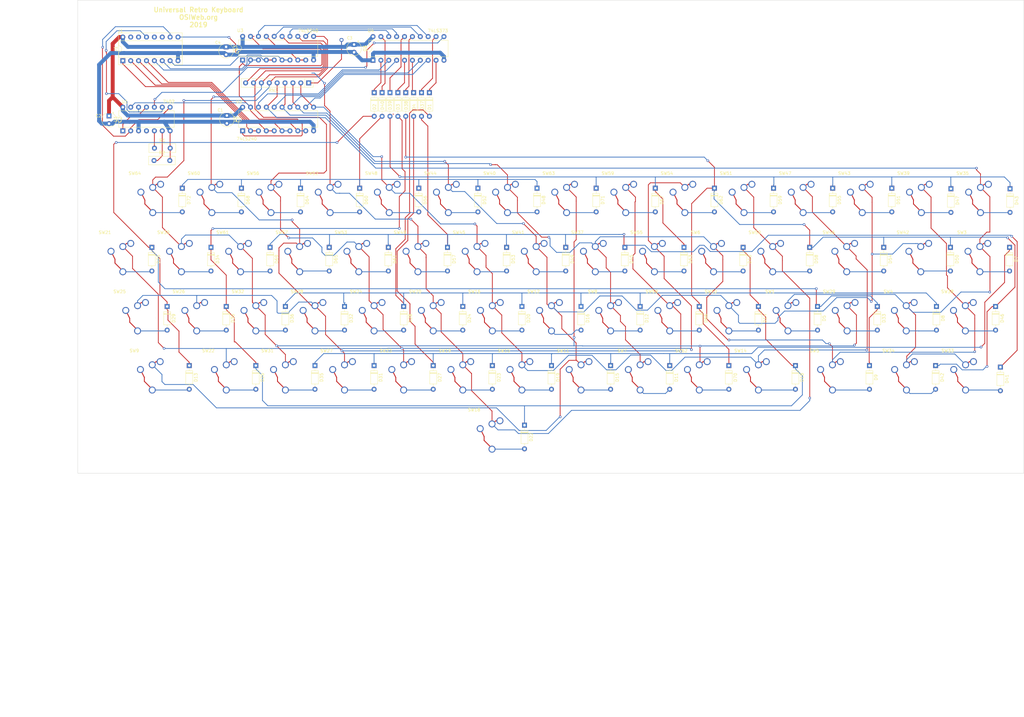
<source format=kicad_pcb>
(kicad_pcb (version 20171130) (host pcbnew "(5.1.2)-1")
  (layers (0 F.Cu signal) (31 B.Cu signal) (34 B.Paste user) (35 F.Paste user) (36 B.SilkS user) (37 F.SilkS user) (38 B.Mask user) (39 F.Mask user) (44 Edge.Cuts user))
  (net 0 "")
  (net 1 GND)
  (net 2 +5V)
  (net 3 /Row3)
  (net 4 "Net-(D1-Pad2)")
  (net 5 /Row0)
  (net 6 /Row1)
  (net 7 "Net-(D5-Pad2)")
  (net 8 "Net-(D7-Pad2)")
  (net 9 "Net-(D8-Pad2)")
  (net 10 "Net-(D9-Pad2)")
  (net 11 "Net-(D10-Pad2)")
  (net 12 "Net-(D11-Pad2)")
  (net 13 "Net-(D12-Pad2)")
  (net 14 "Net-(D13-Pad2)")
  (net 15 "Net-(D14-Pad2)")
  (net 16 "Net-(D15-Pad2)")
  (net 17 "Net-(D16-Pad2)")
  (net 18 "Net-(D18-Pad2)")
  (net 19 "Net-(D19-Pad2)")
  (net 20 "Net-(D20-Pad2)")
  (net 21 "Net-(D22-Pad2)")
  (net 22 "Net-(D23-Pad2)")
  (net 23 "Net-(D24-Pad2)")
  (net 24 "Net-(D25-Pad2)")
  (net 25 "Net-(D26-Pad2)")
  (net 26 "Net-(D27-Pad2)")
  (net 27 "Net-(D28-Pad2)")
  (net 28 "Net-(D29-Pad2)")
  (net 29 "Net-(D30-Pad2)")
  (net 30 "Net-(D31-Pad2)")
  (net 31 "Net-(D32-Pad2)")
  (net 32 "Net-(D33-Pad2)")
  (net 33 "Net-(D34-Pad2)")
  (net 34 "Net-(D35-Pad2)")
  (net 35 "Net-(D36-Pad2)")
  (net 36 /Row4)
  (net 37 /Row5)
  (net 38 /Row7)
  (net 39 "Net-(D41-Pad2)")
  (net 40 "Net-(D42-Pad2)")
  (net 41 "Net-(D43-Pad2)")
  (net 42 "Net-(D45-Pad2)")
  (net 43 "Net-(D46-Pad2)")
  (net 44 "Net-(D47-Pad2)")
  (net 45 "Net-(D48-Pad2)")
  (net 46 "Net-(D49-Pad2)")
  (net 47 "Net-(D50-Pad2)")
  (net 48 "Net-(D51-Pad2)")
  (net 49 "Net-(D52-Pad2)")
  (net 50 "Net-(D53-Pad2)")
  (net 51 "Net-(D54-Pad2)")
  (net 52 "Net-(D55-Pad2)")
  (net 53 "Net-(D56-Pad2)")
  (net 54 "Net-(D57-Pad2)")
  (net 55 "Net-(D58-Pad2)")
  (net 56 "Net-(D59-Pad2)")
  (net 57 "Net-(D60-Pad2)")
  (net 58 "Net-(D61-Pad2)")
  (net 59 "Net-(D62-Pad2)")
  (net 60 "Net-(D63-Pad2)")
  (net 61 "Net-(D64-Pad2)")
  (net 62 "Net-(D65-Pad2)")
  (net 63 "Net-(D66-Pad2)")
  (net 64 "Net-(D67-Pad2)")
  (net 65 "Net-(D68-Pad2)")
  (net 66 "Net-(D69-Pad2)")
  (net 67 "Net-(D70-Pad2)")
  (net 68 "Net-(D71-Pad2)")
  (net 69 "Net-(D72-Pad2)")
  (net 70 /D7)
  (net 71 /D1)
  (net 72 /R_~W)
  (net 73 /D2)
  (net 74 ~A0)
  (net 75 /D3)
  (net 76 ~A1)
  (net 77 /D4)
  (net 78 /~KBE)
  (net 79 /D5)
  (net 80 "Net-(J1-Pad14)")
  (net 81 /D6)
  (net 82 "Net-(J1-Pad15)")
  (net 83 "Net-(R1-Pad1)")
  (net 84 "Net-(R2-Pad1)")
  (net 85 /Col0)
  (net 86 /Col1)
  (net 87 /Col2)
  (net 88 /Col3)
  (net 89 /Col4)
  (net 90 /Col5)
  (net 91 /Col6)
  (net 92 /Col7)
  (net 93 "Net-(U1-Pad1)")
  (net 94 "Net-(U1-Pad10)")
  (net 95 "Net-(U1-Pad4)")
  (net 96 "Net-(U1-Pad13)")
  (net 97 "Net-(U2-Pad18)")
  (net 98 "Net-(U2-Pad16)")
  (net 99 "Net-(U2-Pad14)")
  (net 100 "Net-(U2-Pad12)")
  (net 101 "Net-(U3-Pad12)")
  (net 102 "Net-(U3-Pad14)")
  (net 103 "Net-(U3-Pad16)")
  (net 104 "Net-(U3-Pad18)")
  (net 105 /keys2/Row4_keys)
  (net 106 /keys2/Row5_keys)
  (net 107 /keys2/Row6_keys)
  (net 108 /keys2/Row7_keys)
  (net 109 /keys1/Row0_keys)
  (net 110 /keys1/Row1_keys)
  (net 111 /keys1/Row2_keys)
  (net 112 /Row6)
  (net 113 /Row2)
  (net 114 /D0)
  (module Package_DIP:DIP-16_W7.62mm_Socket (layer F.Cu) (at 77.9907 44.9072 90)
    (fp_text reference J1 (at 3.81 -2.33 90) (layer F.SilkS))
    (fp_text value Conn_01x16)
    (fp_text user %R (at 9.50214 -0.78486 180) (layer F.SilkS))
    (pad 16 thru_hole oval (at 7.62 0 90) (size 1.6 1.6) (drill 0.8) (layers *.Cu *.Mask) (net 2 +5V))
    (pad 8 thru_hole oval (at 0 17.78 90) (size 1.6 1.6) (drill 0.8) (layers *.Cu *.Mask) (net 1 GND))
    (pad 15 thru_hole oval (at 7.62 2.54 90) (size 1.6 1.6) (drill 0.8) (layers *.Cu *.Mask) (net 82 "Net-(J1-Pad15)"))
    (pad 7 thru_hole oval (at 0 15.24 90) (size 1.6 1.6) (drill 0.8) (layers *.Cu *.Mask) (net 81 /D6))
    (pad 14 thru_hole oval (at 7.62 5.08 90) (size 1.6 1.6) (drill 0.8) (layers *.Cu *.Mask) (net 80 "Net-(J1-Pad14)"))
    (pad 6 thru_hole oval (at 0 12.7 90) (size 1.6 1.6) (drill 0.8) (layers *.Cu *.Mask) (net 79 /D5))
    (pad 13 thru_hole oval (at 7.62 7.62 90) (size 1.6 1.6) (drill 0.8) (layers *.Cu *.Mask) (net 78 /~KBE))
    (pad 5 thru_hole oval (at 0 10.16 90) (size 1.6 1.6) (drill 0.8) (layers *.Cu *.Mask) (net 77 /D4))
    (pad 12 thru_hole oval (at 7.62 10.16 90) (size 1.6 1.6) (drill 0.8) (layers *.Cu *.Mask) (net 76 ~A1))
    (pad 4 thru_hole oval (at 0 7.62 90) (size 1.6 1.6) (drill 0.8) (layers *.Cu *.Mask) (net 75 /D3))
    (pad 11 thru_hole oval (at 7.62 12.7 90) (size 1.6 1.6) (drill 0.8) (layers *.Cu *.Mask) (net 74 ~A0))
    (pad 3 thru_hole oval (at 0 5.08 90) (size 1.6 1.6) (drill 0.8) (layers *.Cu *.Mask) (net 73 /D2))
    (pad 10 thru_hole oval (at 7.62 15.24 90) (size 1.6 1.6) (drill 0.8) (layers *.Cu *.Mask) (net 72 /R_~W))
    (pad 2 thru_hole oval (at 0 2.54 90) (size 1.6 1.6) (drill 0.8) (layers *.Cu *.Mask) (net 71 /D1))
    (pad 9 thru_hole oval (at 7.62 17.78 90) (size 1.6 1.6) (drill 0.8) (layers *.Cu *.Mask) (net 70 /D7))
    (pad 1 thru_hole rect (at 0 0 90) (size 1.6 1.6) (drill 0.8) (layers *.Cu *.Mask) (net 114 /D0))
  )
  (module Resistor_THT:R_Array_SIP9 (layer F.Cu) (at 137.8712 52.0573 180)
    (fp_text reference RN1 (at 11.43 -2.4) (layer F.SilkS))
    (fp_text value 4.7k)
    (pad 1 thru_hole rect (at 0 0 180) (size 1.6 1.6) (drill 0.8) (layers *.Cu *.Mask) (net 2 +5V))
    (pad 2 thru_hole oval (at 2.54 0 180) (size 1.6 1.6) (drill 0.8) (layers *.Cu *.Mask) (net 88 /Col3))
    (pad 3 thru_hole oval (at 5.08 0 180) (size 1.6 1.6) (drill 0.8) (layers *.Cu *.Mask) (net 87 /Col2))
    (pad 4 thru_hole oval (at 7.62 0 180) (size 1.6 1.6) (drill 0.8) (layers *.Cu *.Mask) (net 86 /Col1))
    (pad 5 thru_hole oval (at 10.16 0 180) (size 1.6 1.6) (drill 0.8) (layers *.Cu *.Mask) (net 85 /Col0))
    (pad 6 thru_hole oval (at 12.7 0 180) (size 1.6 1.6) (drill 0.8) (layers *.Cu *.Mask) (net 92 /Col7))
    (pad 7 thru_hole oval (at 15.24 0 180) (size 1.6 1.6) (drill 0.8) (layers *.Cu *.Mask) (net 91 /Col6))
    (pad 8 thru_hole oval (at 17.78 0 180) (size 1.6 1.6) (drill 0.8) (layers *.Cu *.Mask) (net 90 /Col5))
    (pad 9 thru_hole oval (at 20.32 0 180) (size 1.6 1.6) (drill 0.8) (layers *.Cu *.Mask) (net 89 /Col4))
  )
  (module unikbd:Key_MX (layer F.Cu) (at 87.62238 89.79916)
    (fp_text reference SW64 (at -5.7912 -8.6106) (layer F.SilkS))
    (fp_text value 1)
    (fp_line (start -3.81 -2.54) (end -2.54 0) (layer F.Cu) (width 0.3048))
    (fp_line (start -2.54 0) (end -2.54 1.27) (layer F.Cu) (width 0.3048))
    (fp_line (start -2.54 1.27) (end 0 3.81) (layer F.Cu) (width 0.3048))
    (fp_line (start 1.651 -5.08) (end 1.27 -5.08) (layer F.Cu) (width 0.3048))
    (fp_line (start 1.27 -5.08) (end 0.7366 -4.6736) (layer F.Cu) (width 0.3048))
    (pad 2 thru_hole circle (at 0 4.064) (size 2.2352 2.2352) (drill 1.5748) (layers *.Cu *.Mask) (net 69 "Net-(D72-Pad2)"))
    (pad 1 thru_hole circle (at 0 -4.064) (size 2.2352 2.2352) (drill 1.5748) (layers *.Cu *.Mask) (net 92 /Col7))
    (pad 3 thru_hole circle (at 2.54 -5.08) (size 2.2352 2.2352) (drill 1.5748) (layers *.Cu *.Mask))
    (pad "" np_thru_hole circle (at -5.08 0) (size 1.7018 1.7018) (drill 1.7018) (layers *.Cu *.Mask))
    (pad "" np_thru_hole circle (at 5.08 0) (size 1.7018 1.7018) (drill 1.7018) (layers *.Cu *.Mask))
    (pad "" np_thru_hole circle (at 0 0) (size 3.9878 3.9878) (drill 3.9878) (layers *.Cu *.Mask))
    (pad 4 thru_hole circle (at -3.81 -2.54) (size 2.2352 2.2352) (drill 1.5748) (layers *.Cu *.Mask))
  )
  (module unikbd:Key_MX (layer F.Cu) (at 220.97238 89.79916)
    (fp_text reference SW63 (at -5.7912 -8.6106) (layer F.SilkS))
    (fp_text value 8)
    (fp_line (start -3.81 -2.54) (end -2.54 0) (layer F.Cu) (width 0.3048))
    (fp_line (start -2.54 0) (end -2.54 1.27) (layer F.Cu) (width 0.3048))
    (fp_line (start -2.54 1.27) (end 0 3.81) (layer F.Cu) (width 0.3048))
    (fp_line (start 1.651 -5.08) (end 1.27 -5.08) (layer F.Cu) (width 0.3048))
    (fp_line (start 1.27 -5.08) (end 0.7366 -4.6736) (layer F.Cu) (width 0.3048))
    (pad 2 thru_hole circle (at 0 4.064) (size 2.2352 2.2352) (drill 1.5748) (layers *.Cu *.Mask) (net 68 "Net-(D71-Pad2)"))
    (pad 1 thru_hole circle (at 0 -4.064) (size 2.2352 2.2352) (drill 1.5748) (layers *.Cu *.Mask) (net 92 /Col7))
    (pad 3 thru_hole circle (at 2.54 -5.08) (size 2.2352 2.2352) (drill 1.5748) (layers *.Cu *.Mask))
    (pad "" np_thru_hole circle (at -5.08 0) (size 1.7018 1.7018) (drill 1.7018) (layers *.Cu *.Mask))
    (pad "" np_thru_hole circle (at 5.08 0) (size 1.7018 1.7018) (drill 1.7018) (layers *.Cu *.Mask))
    (pad "" np_thru_hole circle (at 0 0) (size 3.9878 3.9878) (drill 3.9878) (layers *.Cu *.Mask))
    (pad 4 thru_hole circle (at -3.81 -2.54) (size 2.2352 2.2352) (drill 1.5748) (layers *.Cu *.Mask))
  )
  (module unikbd:Key_MX (layer F.Cu) (at 263.72058 146.94916)
    (fp_text reference SW62 (at -5.7912 -8.6106) (layer F.SilkS))
    (fp_text value Period)
    (fp_line (start -3.81 -2.54) (end -2.54 0) (layer F.Cu) (width 0.3048))
    (fp_line (start -2.54 0) (end -2.54 1.27) (layer F.Cu) (width 0.3048))
    (fp_line (start -2.54 1.27) (end 0 3.81) (layer F.Cu) (width 0.3048))
    (fp_line (start 1.651 -5.08) (end 1.27 -5.08) (layer F.Cu) (width 0.3048))
    (fp_line (start 1.27 -5.08) (end 0.7366 -4.6736) (layer F.Cu) (width 0.3048))
    (pad 2 thru_hole circle (at 0 4.064) (size 2.2352 2.2352) (drill 1.5748) (layers *.Cu *.Mask) (net 67 "Net-(D70-Pad2)"))
    (pad 1 thru_hole circle (at 0 -4.064) (size 2.2352 2.2352) (drill 1.5748) (layers *.Cu *.Mask) (net 92 /Col7))
    (pad 3 thru_hole circle (at 2.54 -5.08) (size 2.2352 2.2352) (drill 1.5748) (layers *.Cu *.Mask))
    (pad "" np_thru_hole circle (at -5.08 0) (size 1.7018 1.7018) (drill 1.7018) (layers *.Cu *.Mask))
    (pad "" np_thru_hole circle (at 5.08 0) (size 1.7018 1.7018) (drill 1.7018) (layers *.Cu *.Mask))
    (pad "" np_thru_hole circle (at 0 0) (size 3.9878 3.9878) (drill 3.9878) (layers *.Cu *.Mask))
    (pad 4 thru_hole circle (at -3.81 -2.54) (size 2.2352 2.2352) (drill 1.5748) (layers *.Cu *.Mask))
  )
  (module unikbd:Key_MX (layer F.Cu) (at 115.91798 108.84916)
    (fp_text reference SW61 (at -5.7912 -8.6106) (layer F.SilkS))
    (fp_text value W)
    (fp_line (start -3.81 -2.54) (end -2.54 0) (layer F.Cu) (width 0.3048))
    (fp_line (start -2.54 0) (end -2.54 1.27) (layer F.Cu) (width 0.3048))
    (fp_line (start -2.54 1.27) (end 0 3.81) (layer F.Cu) (width 0.3048))
    (fp_line (start 1.651 -5.08) (end 1.27 -5.08) (layer F.Cu) (width 0.3048))
    (fp_line (start 1.27 -5.08) (end 0.7366 -4.6736) (layer F.Cu) (width 0.3048))
    (pad 2 thru_hole circle (at 0 4.064) (size 2.2352 2.2352) (drill 1.5748) (layers *.Cu *.Mask) (net 66 "Net-(D69-Pad2)"))
    (pad 1 thru_hole circle (at 0 -4.064) (size 2.2352 2.2352) (drill 1.5748) (layers *.Cu *.Mask) (net 92 /Col7))
    (pad 3 thru_hole circle (at 2.54 -5.08) (size 2.2352 2.2352) (drill 1.5748) (layers *.Cu *.Mask))
    (pad "" np_thru_hole circle (at -5.08 0) (size 1.7018 1.7018) (drill 1.7018) (layers *.Cu *.Mask))
    (pad "" np_thru_hole circle (at 5.08 0) (size 1.7018 1.7018) (drill 1.7018) (layers *.Cu *.Mask))
    (pad "" np_thru_hole circle (at 0 0) (size 3.9878 3.9878) (drill 3.9878) (layers *.Cu *.Mask))
    (pad 4 thru_hole circle (at -3.81 -2.54) (size 2.2352 2.2352) (drill 1.5748) (layers *.Cu *.Mask))
  )
  (module unikbd:Key_MX (layer F.Cu) (at 106.67238 89.79916)
    (fp_text reference SW60 (at -5.7912 -8.6106) (layer F.SilkS))
    (fp_text value 2)
    (fp_line (start -3.81 -2.54) (end -2.54 0) (layer F.Cu) (width 0.3048))
    (fp_line (start -2.54 0) (end -2.54 1.27) (layer F.Cu) (width 0.3048))
    (fp_line (start -2.54 1.27) (end 0 3.81) (layer F.Cu) (width 0.3048))
    (fp_line (start 1.651 -5.08) (end 1.27 -5.08) (layer F.Cu) (width 0.3048))
    (fp_line (start 1.27 -5.08) (end 0.7366 -4.6736) (layer F.Cu) (width 0.3048))
    (pad 2 thru_hole circle (at 0 4.064) (size 2.2352 2.2352) (drill 1.5748) (layers *.Cu *.Mask) (net 65 "Net-(D68-Pad2)"))
    (pad 1 thru_hole circle (at 0 -4.064) (size 2.2352 2.2352) (drill 1.5748) (layers *.Cu *.Mask) (net 91 /Col6))
    (pad 3 thru_hole circle (at 2.54 -5.08) (size 2.2352 2.2352) (drill 1.5748) (layers *.Cu *.Mask))
    (pad "" np_thru_hole circle (at -5.08 0) (size 1.7018 1.7018) (drill 1.7018) (layers *.Cu *.Mask))
    (pad "" np_thru_hole circle (at 5.08 0) (size 1.7018 1.7018) (drill 1.7018) (layers *.Cu *.Mask))
    (pad "" np_thru_hole circle (at 0 0) (size 3.9878 3.9878) (drill 3.9878) (layers *.Cu *.Mask))
    (pad 4 thru_hole circle (at -3.81 -2.54) (size 2.2352 2.2352) (drill 1.5748) (layers *.Cu *.Mask))
  )
  (module unikbd:Key_MX (layer F.Cu) (at 240.02238 89.79916)
    (fp_text reference SW59 (at -5.7912 -8.6106) (layer F.SilkS))
    (fp_text value 9)
    (fp_line (start -3.81 -2.54) (end -2.54 0) (layer F.Cu) (width 0.3048))
    (fp_line (start -2.54 0) (end -2.54 1.27) (layer F.Cu) (width 0.3048))
    (fp_line (start -2.54 1.27) (end 0 3.81) (layer F.Cu) (width 0.3048))
    (fp_line (start 1.651 -5.08) (end 1.27 -5.08) (layer F.Cu) (width 0.3048))
    (fp_line (start 1.27 -5.08) (end 0.7366 -4.6736) (layer F.Cu) (width 0.3048))
    (pad 2 thru_hole circle (at 0 4.064) (size 2.2352 2.2352) (drill 1.5748) (layers *.Cu *.Mask) (net 64 "Net-(D67-Pad2)"))
    (pad 1 thru_hole circle (at 0 -4.064) (size 2.2352 2.2352) (drill 1.5748) (layers *.Cu *.Mask) (net 91 /Col6))
    (pad 3 thru_hole circle (at 2.54 -5.08) (size 2.2352 2.2352) (drill 1.5748) (layers *.Cu *.Mask))
    (pad "" np_thru_hole circle (at -5.08 0) (size 1.7018 1.7018) (drill 1.7018) (layers *.Cu *.Mask))
    (pad "" np_thru_hole circle (at 5.08 0) (size 1.7018 1.7018) (drill 1.7018) (layers *.Cu *.Mask))
    (pad "" np_thru_hole circle (at 0 0) (size 3.9878 3.9878) (drill 3.9878) (layers *.Cu *.Mask))
    (pad 4 thru_hole circle (at -3.81 -2.54) (size 2.2352 2.2352) (drill 1.5748) (layers *.Cu *.Mask))
  )
  (module unikbd:Key_MX (layer F.Cu) (at 254.19558 127.89916)
    (fp_text reference SW58 (at -5.7912 -8.6106) (layer F.SilkS))
    (fp_text value L)
    (fp_line (start -3.81 -2.54) (end -2.54 0) (layer F.Cu) (width 0.3048))
    (fp_line (start -2.54 0) (end -2.54 1.27) (layer F.Cu) (width 0.3048))
    (fp_line (start -2.54 1.27) (end 0 3.81) (layer F.Cu) (width 0.3048))
    (fp_line (start 1.651 -5.08) (end 1.27 -5.08) (layer F.Cu) (width 0.3048))
    (fp_line (start 1.27 -5.08) (end 0.7366 -4.6736) (layer F.Cu) (width 0.3048))
    (pad 2 thru_hole circle (at 0 4.064) (size 2.2352 2.2352) (drill 1.5748) (layers *.Cu *.Mask) (net 63 "Net-(D66-Pad2)"))
    (pad 1 thru_hole circle (at 0 -4.064) (size 2.2352 2.2352) (drill 1.5748) (layers *.Cu *.Mask) (net 91 /Col6))
    (pad 3 thru_hole circle (at 2.54 -5.08) (size 2.2352 2.2352) (drill 1.5748) (layers *.Cu *.Mask))
    (pad "" np_thru_hole circle (at -5.08 0) (size 1.7018 1.7018) (drill 1.7018) (layers *.Cu *.Mask))
    (pad "" np_thru_hole circle (at 5.08 0) (size 1.7018 1.7018) (drill 1.7018) (layers *.Cu *.Mask))
    (pad "" np_thru_hole circle (at 0 0) (size 3.9878 3.9878) (drill 3.9878) (layers *.Cu *.Mask))
    (pad 4 thru_hole circle (at -3.81 -2.54) (size 2.2352 2.2352) (drill 1.5748) (layers *.Cu *.Mask))
  )
  (module unikbd:Key_MX (layer F.Cu) (at 134.96798 108.84916)
    (fp_text reference SW57 (at -5.7912 -8.6106) (layer F.SilkS))
    (fp_text value E)
    (fp_line (start -3.81 -2.54) (end -2.54 0) (layer F.Cu) (width 0.3048))
    (fp_line (start -2.54 0) (end -2.54 1.27) (layer F.Cu) (width 0.3048))
    (fp_line (start -2.54 1.27) (end 0 3.81) (layer F.Cu) (width 0.3048))
    (fp_line (start 1.651 -5.08) (end 1.27 -5.08) (layer F.Cu) (width 0.3048))
    (fp_line (start 1.27 -5.08) (end 0.7366 -4.6736) (layer F.Cu) (width 0.3048))
    (pad 2 thru_hole circle (at 0 4.064) (size 2.2352 2.2352) (drill 1.5748) (layers *.Cu *.Mask) (net 62 "Net-(D65-Pad2)"))
    (pad 1 thru_hole circle (at 0 -4.064) (size 2.2352 2.2352) (drill 1.5748) (layers *.Cu *.Mask) (net 91 /Col6))
    (pad 3 thru_hole circle (at 2.54 -5.08) (size 2.2352 2.2352) (drill 1.5748) (layers *.Cu *.Mask))
    (pad "" np_thru_hole circle (at -5.08 0) (size 1.7018 1.7018) (drill 1.7018) (layers *.Cu *.Mask))
    (pad "" np_thru_hole circle (at 5.08 0) (size 1.7018 1.7018) (drill 1.7018) (layers *.Cu *.Mask))
    (pad "" np_thru_hole circle (at 0 0) (size 3.9878 3.9878) (drill 3.9878) (layers *.Cu *.Mask))
    (pad 4 thru_hole circle (at -3.81 -2.54) (size 2.2352 2.2352) (drill 1.5748) (layers *.Cu *.Mask))
  )
  (module unikbd:Key_MX (layer F.Cu) (at 125.72238 89.79916)
    (fp_text reference SW56 (at -5.7912 -8.6106) (layer F.SilkS))
    (fp_text value 3)
    (fp_line (start -3.81 -2.54) (end -2.54 0) (layer F.Cu) (width 0.3048))
    (fp_line (start -2.54 0) (end -2.54 1.27) (layer F.Cu) (width 0.3048))
    (fp_line (start -2.54 1.27) (end 0 3.81) (layer F.Cu) (width 0.3048))
    (fp_line (start 1.651 -5.08) (end 1.27 -5.08) (layer F.Cu) (width 0.3048))
    (fp_line (start 1.27 -5.08) (end 0.7366 -4.6736) (layer F.Cu) (width 0.3048))
    (pad 2 thru_hole circle (at 0 4.064) (size 2.2352 2.2352) (drill 1.5748) (layers *.Cu *.Mask) (net 61 "Net-(D64-Pad2)"))
    (pad 1 thru_hole circle (at 0 -4.064) (size 2.2352 2.2352) (drill 1.5748) (layers *.Cu *.Mask) (net 90 /Col5))
    (pad 3 thru_hole circle (at 2.54 -5.08) (size 2.2352 2.2352) (drill 1.5748) (layers *.Cu *.Mask))
    (pad "" np_thru_hole circle (at -5.08 0) (size 1.7018 1.7018) (drill 1.7018) (layers *.Cu *.Mask))
    (pad "" np_thru_hole circle (at 5.08 0) (size 1.7018 1.7018) (drill 1.7018) (layers *.Cu *.Mask))
    (pad "" np_thru_hole circle (at 0 0) (size 3.9878 3.9878) (drill 3.9878) (layers *.Cu *.Mask))
    (pad 4 thru_hole circle (at -3.81 -2.54) (size 2.2352 2.2352) (drill 1.5748) (layers *.Cu *.Mask))
  )
  (module unikbd:Key_MX (layer F.Cu) (at 249.26798 108.84916)
    (fp_text reference SW55 (at -5.7912 -8.6106) (layer F.SilkS))
    (fp_text value 0)
    (fp_line (start -3.81 -2.54) (end -2.54 0) (layer F.Cu) (width 0.3048))
    (fp_line (start -2.54 0) (end -2.54 1.27) (layer F.Cu) (width 0.3048))
    (fp_line (start -2.54 1.27) (end 0 3.81) (layer F.Cu) (width 0.3048))
    (fp_line (start 1.651 -5.08) (end 1.27 -5.08) (layer F.Cu) (width 0.3048))
    (fp_line (start 1.27 -5.08) (end 0.7366 -4.6736) (layer F.Cu) (width 0.3048))
    (pad 2 thru_hole circle (at 0 4.064) (size 2.2352 2.2352) (drill 1.5748) (layers *.Cu *.Mask) (net 60 "Net-(D63-Pad2)"))
    (pad 1 thru_hole circle (at 0 -4.064) (size 2.2352 2.2352) (drill 1.5748) (layers *.Cu *.Mask) (net 90 /Col5))
    (pad 3 thru_hole circle (at 2.54 -5.08) (size 2.2352 2.2352) (drill 1.5748) (layers *.Cu *.Mask))
    (pad "" np_thru_hole circle (at -5.08 0) (size 1.7018 1.7018) (drill 1.7018) (layers *.Cu *.Mask))
    (pad "" np_thru_hole circle (at 5.08 0) (size 1.7018 1.7018) (drill 1.7018) (layers *.Cu *.Mask))
    (pad "" np_thru_hole circle (at 0 0) (size 3.9878 3.9878) (drill 3.9878) (layers *.Cu *.Mask))
    (pad 4 thru_hole circle (at -3.81 -2.54) (size 2.2352 2.2352) (drill 1.5748) (layers *.Cu *.Mask))
  )
  (module unikbd:Key_MX (layer F.Cu) (at 259.07238 89.79916)
    (fp_text reference SW54 (at -5.7912 -8.6106) (layer F.SilkS))
    (fp_text value O)
    (fp_line (start -3.81 -2.54) (end -2.54 0) (layer F.Cu) (width 0.3048))
    (fp_line (start -2.54 0) (end -2.54 1.27) (layer F.Cu) (width 0.3048))
    (fp_line (start -2.54 1.27) (end 0 3.81) (layer F.Cu) (width 0.3048))
    (fp_line (start 1.651 -5.08) (end 1.27 -5.08) (layer F.Cu) (width 0.3048))
    (fp_line (start 1.27 -5.08) (end 0.7366 -4.6736) (layer F.Cu) (width 0.3048))
    (pad 2 thru_hole circle (at 0 4.064) (size 2.2352 2.2352) (drill 1.5748) (layers *.Cu *.Mask) (net 59 "Net-(D62-Pad2)"))
    (pad 1 thru_hole circle (at 0 -4.064) (size 2.2352 2.2352) (drill 1.5748) (layers *.Cu *.Mask) (net 90 /Col5))
    (pad 3 thru_hole circle (at 2.54 -5.08) (size 2.2352 2.2352) (drill 1.5748) (layers *.Cu *.Mask))
    (pad "" np_thru_hole circle (at -5.08 0) (size 1.7018 1.7018) (drill 1.7018) (layers *.Cu *.Mask))
    (pad "" np_thru_hole circle (at 5.08 0) (size 1.7018 1.7018) (drill 1.7018) (layers *.Cu *.Mask))
    (pad "" np_thru_hole circle (at 0 0) (size 3.9878 3.9878) (drill 3.9878) (layers *.Cu *.Mask))
    (pad 4 thru_hole circle (at -3.81 -2.54) (size 2.2352 2.2352) (drill 1.5748) (layers *.Cu *.Mask))
  )
  (module unikbd:Key_MX (layer F.Cu) (at 154.01798 108.84916)
    (fp_text reference SW53 (at -5.7912 -8.6106) (layer F.SilkS))
    (fp_text value R)
    (fp_line (start -3.81 -2.54) (end -2.54 0) (layer F.Cu) (width 0.3048))
    (fp_line (start -2.54 0) (end -2.54 1.27) (layer F.Cu) (width 0.3048))
    (fp_line (start -2.54 1.27) (end 0 3.81) (layer F.Cu) (width 0.3048))
    (fp_line (start 1.651 -5.08) (end 1.27 -5.08) (layer F.Cu) (width 0.3048))
    (fp_line (start 1.27 -5.08) (end 0.7366 -4.6736) (layer F.Cu) (width 0.3048))
    (pad 2 thru_hole circle (at 0 4.064) (size 2.2352 2.2352) (drill 1.5748) (layers *.Cu *.Mask) (net 58 "Net-(D61-Pad2)"))
    (pad 1 thru_hole circle (at 0 -4.064) (size 2.2352 2.2352) (drill 1.5748) (layers *.Cu *.Mask) (net 90 /Col5))
    (pad 3 thru_hole circle (at 2.54 -5.08) (size 2.2352 2.2352) (drill 1.5748) (layers *.Cu *.Mask))
    (pad "" np_thru_hole circle (at -5.08 0) (size 1.7018 1.7018) (drill 1.7018) (layers *.Cu *.Mask))
    (pad "" np_thru_hole circle (at 5.08 0) (size 1.7018 1.7018) (drill 1.7018) (layers *.Cu *.Mask))
    (pad "" np_thru_hole circle (at 0 0) (size 3.9878 3.9878) (drill 3.9878) (layers *.Cu *.Mask))
    (pad 4 thru_hole circle (at -3.81 -2.54) (size 2.2352 2.2352) (drill 1.5748) (layers *.Cu *.Mask))
  )
  (module unikbd:Key_MX (layer F.Cu) (at 144.77238 89.79916)
    (fp_text reference SW52 (at -5.7912 -8.6106) (layer F.SilkS))
    (fp_text value 4)
    (fp_line (start -3.81 -2.54) (end -2.54 0) (layer F.Cu) (width 0.3048))
    (fp_line (start -2.54 0) (end -2.54 1.27) (layer F.Cu) (width 0.3048))
    (fp_line (start -2.54 1.27) (end 0 3.81) (layer F.Cu) (width 0.3048))
    (fp_line (start 1.651 -5.08) (end 1.27 -5.08) (layer F.Cu) (width 0.3048))
    (fp_line (start 1.27 -5.08) (end 0.7366 -4.6736) (layer F.Cu) (width 0.3048))
    (pad 2 thru_hole circle (at 0 4.064) (size 2.2352 2.2352) (drill 1.5748) (layers *.Cu *.Mask) (net 57 "Net-(D60-Pad2)"))
    (pad 1 thru_hole circle (at 0 -4.064) (size 2.2352 2.2352) (drill 1.5748) (layers *.Cu *.Mask) (net 89 /Col4))
    (pad 3 thru_hole circle (at 2.54 -5.08) (size 2.2352 2.2352) (drill 1.5748) (layers *.Cu *.Mask))
    (pad "" np_thru_hole circle (at -5.08 0) (size 1.7018 1.7018) (drill 1.7018) (layers *.Cu *.Mask))
    (pad "" np_thru_hole circle (at 5.08 0) (size 1.7018 1.7018) (drill 1.7018) (layers *.Cu *.Mask))
    (pad "" np_thru_hole circle (at 0 0) (size 3.9878 3.9878) (drill 3.9878) (layers *.Cu *.Mask))
    (pad 4 thru_hole circle (at -3.81 -2.54) (size 2.2352 2.2352) (drill 1.5748) (layers *.Cu *.Mask))
  )
  (module unikbd:Key_MX (layer F.Cu) (at 278.12238 89.79916)
    (fp_text reference SW51 (at -5.7912 -8.6106) (layer F.SilkS))
    (fp_text value Colon)
    (fp_line (start -3.81 -2.54) (end -2.54 0) (layer F.Cu) (width 0.3048))
    (fp_line (start -2.54 0) (end -2.54 1.27) (layer F.Cu) (width 0.3048))
    (fp_line (start -2.54 1.27) (end 0 3.81) (layer F.Cu) (width 0.3048))
    (fp_line (start 1.651 -5.08) (end 1.27 -5.08) (layer F.Cu) (width 0.3048))
    (fp_line (start 1.27 -5.08) (end 0.7366 -4.6736) (layer F.Cu) (width 0.3048))
    (pad 2 thru_hole circle (at 0 4.064) (size 2.2352 2.2352) (drill 1.5748) (layers *.Cu *.Mask) (net 56 "Net-(D59-Pad2)"))
    (pad 1 thru_hole circle (at 0 -4.064) (size 2.2352 2.2352) (drill 1.5748) (layers *.Cu *.Mask) (net 89 /Col4))
    (pad 3 thru_hole circle (at 2.54 -5.08) (size 2.2352 2.2352) (drill 1.5748) (layers *.Cu *.Mask))
    (pad "" np_thru_hole circle (at -5.08 0) (size 1.7018 1.7018) (drill 1.7018) (layers *.Cu *.Mask))
    (pad "" np_thru_hole circle (at 5.08 0) (size 1.7018 1.7018) (drill 1.7018) (layers *.Cu *.Mask))
    (pad "" np_thru_hole circle (at 0 0) (size 3.9878 3.9878) (drill 3.9878) (layers *.Cu *.Mask))
    (pad 4 thru_hole circle (at -3.81 -2.54) (size 2.2352 2.2352) (drill 1.5748) (layers *.Cu *.Mask))
  )
  (module unikbd:Key_MX (layer F.Cu) (at 287.36798 108.84916)
    (fp_text reference SW50 (at -5.7912 -8.6106) (layer F.SilkS))
    (fp_text value "Line Feed")
    (fp_line (start -3.81 -2.54) (end -2.54 0) (layer F.Cu) (width 0.3048))
    (fp_line (start -2.54 0) (end -2.54 1.27) (layer F.Cu) (width 0.3048))
    (fp_line (start -2.54 1.27) (end 0 3.81) (layer F.Cu) (width 0.3048))
    (fp_line (start 1.651 -5.08) (end 1.27 -5.08) (layer F.Cu) (width 0.3048))
    (fp_line (start 1.27 -5.08) (end 0.7366 -4.6736) (layer F.Cu) (width 0.3048))
    (pad 2 thru_hole circle (at 0 4.064) (size 2.2352 2.2352) (drill 1.5748) (layers *.Cu *.Mask) (net 55 "Net-(D58-Pad2)"))
    (pad 1 thru_hole circle (at 0 -4.064) (size 2.2352 2.2352) (drill 1.5748) (layers *.Cu *.Mask) (net 89 /Col4))
    (pad 3 thru_hole circle (at 2.54 -5.08) (size 2.2352 2.2352) (drill 1.5748) (layers *.Cu *.Mask))
    (pad "" np_thru_hole circle (at -5.08 0) (size 1.7018 1.7018) (drill 1.7018) (layers *.Cu *.Mask))
    (pad "" np_thru_hole circle (at 5.08 0) (size 1.7018 1.7018) (drill 1.7018) (layers *.Cu *.Mask))
    (pad "" np_thru_hole circle (at 0 0) (size 3.9878 3.9878) (drill 3.9878) (layers *.Cu *.Mask))
    (pad 4 thru_hole circle (at -3.81 -2.54) (size 2.2352 2.2352) (drill 1.5748) (layers *.Cu *.Mask))
  )
  (module unikbd:Key_MX (layer F.Cu) (at 173.06798 108.84916)
    (fp_text reference SW49 (at -5.7912 -8.6106) (layer F.SilkS))
    (fp_text value T)
    (fp_line (start -3.81 -2.54) (end -2.54 0) (layer F.Cu) (width 0.3048))
    (fp_line (start -2.54 0) (end -2.54 1.27) (layer F.Cu) (width 0.3048))
    (fp_line (start -2.54 1.27) (end 0 3.81) (layer F.Cu) (width 0.3048))
    (fp_line (start 1.651 -5.08) (end 1.27 -5.08) (layer F.Cu) (width 0.3048))
    (fp_line (start 1.27 -5.08) (end 0.7366 -4.6736) (layer F.Cu) (width 0.3048))
    (pad 2 thru_hole circle (at 0 4.064) (size 2.2352 2.2352) (drill 1.5748) (layers *.Cu *.Mask) (net 54 "Net-(D57-Pad2)"))
    (pad 1 thru_hole circle (at 0 -4.064) (size 2.2352 2.2352) (drill 1.5748) (layers *.Cu *.Mask) (net 89 /Col4))
    (pad 3 thru_hole circle (at 2.54 -5.08) (size 2.2352 2.2352) (drill 1.5748) (layers *.Cu *.Mask))
    (pad "" np_thru_hole circle (at -5.08 0) (size 1.7018 1.7018) (drill 1.7018) (layers *.Cu *.Mask))
    (pad "" np_thru_hole circle (at 5.08 0) (size 1.7018 1.7018) (drill 1.7018) (layers *.Cu *.Mask))
    (pad "" np_thru_hole circle (at 0 0) (size 3.9878 3.9878) (drill 3.9878) (layers *.Cu *.Mask))
    (pad 4 thru_hole circle (at -3.81 -2.54) (size 2.2352 2.2352) (drill 1.5748) (layers *.Cu *.Mask))
  )
  (module unikbd:Key_MX (layer F.Cu) (at 163.82238 89.79916)
    (fp_text reference SW48 (at -5.7912 -8.6106) (layer F.SilkS))
    (fp_text value 5)
    (fp_line (start -3.81 -2.54) (end -2.54 0) (layer F.Cu) (width 0.3048))
    (fp_line (start -2.54 0) (end -2.54 1.27) (layer F.Cu) (width 0.3048))
    (fp_line (start -2.54 1.27) (end 0 3.81) (layer F.Cu) (width 0.3048))
    (fp_line (start 1.651 -5.08) (end 1.27 -5.08) (layer F.Cu) (width 0.3048))
    (fp_line (start 1.27 -5.08) (end 0.7366 -4.6736) (layer F.Cu) (width 0.3048))
    (pad 2 thru_hole circle (at 0 4.064) (size 2.2352 2.2352) (drill 1.5748) (layers *.Cu *.Mask) (net 53 "Net-(D56-Pad2)"))
    (pad 1 thru_hole circle (at 0 -4.064) (size 2.2352 2.2352) (drill 1.5748) (layers *.Cu *.Mask) (net 88 /Col3))
    (pad 3 thru_hole circle (at 2.54 -5.08) (size 2.2352 2.2352) (drill 1.5748) (layers *.Cu *.Mask))
    (pad "" np_thru_hole circle (at -5.08 0) (size 1.7018 1.7018) (drill 1.7018) (layers *.Cu *.Mask))
    (pad "" np_thru_hole circle (at 5.08 0) (size 1.7018 1.7018) (drill 1.7018) (layers *.Cu *.Mask))
    (pad "" np_thru_hole circle (at 0 0) (size 3.9878 3.9878) (drill 3.9878) (layers *.Cu *.Mask))
    (pad 4 thru_hole circle (at -3.81 -2.54) (size 2.2352 2.2352) (drill 1.5748) (layers *.Cu *.Mask))
  )
  (module unikbd:Key_MX (layer F.Cu) (at 297.17238 89.79916)
    (fp_text reference SW47 (at -5.7912 -8.6106) (layer F.SilkS))
    (fp_text value Dash)
    (fp_line (start -3.81 -2.54) (end -2.54 0) (layer F.Cu) (width 0.3048))
    (fp_line (start -2.54 0) (end -2.54 1.27) (layer F.Cu) (width 0.3048))
    (fp_line (start -2.54 1.27) (end 0 3.81) (layer F.Cu) (width 0.3048))
    (fp_line (start 1.651 -5.08) (end 1.27 -5.08) (layer F.Cu) (width 0.3048))
    (fp_line (start 1.27 -5.08) (end 0.7366 -4.6736) (layer F.Cu) (width 0.3048))
    (pad 2 thru_hole circle (at 0 4.064) (size 2.2352 2.2352) (drill 1.5748) (layers *.Cu *.Mask) (net 52 "Net-(D55-Pad2)"))
    (pad 1 thru_hole circle (at 0 -4.064) (size 2.2352 2.2352) (drill 1.5748) (layers *.Cu *.Mask) (net 88 /Col3))
    (pad 3 thru_hole circle (at 2.54 -5.08) (size 2.2352 2.2352) (drill 1.5748) (layers *.Cu *.Mask))
    (pad "" np_thru_hole circle (at -5.08 0) (size 1.7018 1.7018) (drill 1.7018) (layers *.Cu *.Mask))
    (pad "" np_thru_hole circle (at 5.08 0) (size 1.7018 1.7018) (drill 1.7018) (layers *.Cu *.Mask))
    (pad "" np_thru_hole circle (at 0 0) (size 3.9878 3.9878) (drill 3.9878) (layers *.Cu *.Mask))
    (pad 4 thru_hole circle (at -3.81 -2.54) (size 2.2352 2.2352) (drill 1.5748) (layers *.Cu *.Mask))
  )
  (module unikbd:Key_MX (layer F.Cu) (at 311.21858 108.84916)
    (fp_text reference SW46 (at -5.7912 -8.6106) (layer F.SilkS))
    (fp_text value Return)
    (fp_line (start -3.81 -2.54) (end -2.54 0) (layer F.Cu) (width 0.3048))
    (fp_line (start -2.54 0) (end -2.54 1.27) (layer F.Cu) (width 0.3048))
    (fp_line (start -2.54 1.27) (end 0 3.81) (layer F.Cu) (width 0.3048))
    (fp_line (start 1.651 -5.08) (end 1.27 -5.08) (layer F.Cu) (width 0.3048))
    (fp_line (start 1.27 -5.08) (end 0.7366 -4.6736) (layer F.Cu) (width 0.3048))
    (pad 2 thru_hole circle (at 0 4.064) (size 2.2352 2.2352) (drill 1.5748) (layers *.Cu *.Mask) (net 51 "Net-(D54-Pad2)"))
    (pad 1 thru_hole circle (at 0 -4.064) (size 2.2352 2.2352) (drill 1.5748) (layers *.Cu *.Mask) (net 88 /Col3))
    (pad 3 thru_hole circle (at 2.54 -5.08) (size 2.2352 2.2352) (drill 1.5748) (layers *.Cu *.Mask))
    (pad "" np_thru_hole circle (at -5.08 0) (size 1.7018 1.7018) (drill 1.7018) (layers *.Cu *.Mask))
    (pad "" np_thru_hole circle (at 5.08 0) (size 1.7018 1.7018) (drill 1.7018) (layers *.Cu *.Mask))
    (pad "" np_thru_hole circle (at 0 0) (size 3.9878 3.9878) (drill 3.9878) (layers *.Cu *.Mask))
    (pad 4 thru_hole circle (at -3.81 -2.54) (size 2.2352 2.2352) (drill 1.5748) (layers *.Cu *.Mask))
  )
  (module unikbd:Key_MX (layer F.Cu) (at 192.11798 108.84916)
    (fp_text reference SW45 (at -5.7912 -8.6106) (layer F.SilkS))
    (fp_text value Y)
    (fp_line (start -3.81 -2.54) (end -2.54 0) (layer F.Cu) (width 0.3048))
    (fp_line (start -2.54 0) (end -2.54 1.27) (layer F.Cu) (width 0.3048))
    (fp_line (start -2.54 1.27) (end 0 3.81) (layer F.Cu) (width 0.3048))
    (fp_line (start 1.651 -5.08) (end 1.27 -5.08) (layer F.Cu) (width 0.3048))
    (fp_line (start 1.27 -5.08) (end 0.7366 -4.6736) (layer F.Cu) (width 0.3048))
    (pad 2 thru_hole circle (at 0 4.064) (size 2.2352 2.2352) (drill 1.5748) (layers *.Cu *.Mask) (net 50 "Net-(D53-Pad2)"))
    (pad 1 thru_hole circle (at 0 -4.064) (size 2.2352 2.2352) (drill 1.5748) (layers *.Cu *.Mask) (net 88 /Col3))
    (pad 3 thru_hole circle (at 2.54 -5.08) (size 2.2352 2.2352) (drill 1.5748) (layers *.Cu *.Mask))
    (pad "" np_thru_hole circle (at -5.08 0) (size 1.7018 1.7018) (drill 1.7018) (layers *.Cu *.Mask))
    (pad "" np_thru_hole circle (at 5.08 0) (size 1.7018 1.7018) (drill 1.7018) (layers *.Cu *.Mask))
    (pad "" np_thru_hole circle (at 0 0) (size 3.9878 3.9878) (drill 3.9878) (layers *.Cu *.Mask))
    (pad 4 thru_hole circle (at -3.81 -2.54) (size 2.2352 2.2352) (drill 1.5748) (layers *.Cu *.Mask))
  )
  (module unikbd:Key_MX (layer F.Cu) (at 182.87238 89.79916)
    (fp_text reference SW44 (at -5.7912 -8.6106) (layer F.SilkS))
    (fp_text value 6)
    (fp_line (start -3.81 -2.54) (end -2.54 0) (layer F.Cu) (width 0.3048))
    (fp_line (start -2.54 0) (end -2.54 1.27) (layer F.Cu) (width 0.3048))
    (fp_line (start -2.54 1.27) (end 0 3.81) (layer F.Cu) (width 0.3048))
    (fp_line (start 1.651 -5.08) (end 1.27 -5.08) (layer F.Cu) (width 0.3048))
    (fp_line (start 1.27 -5.08) (end 0.7366 -4.6736) (layer F.Cu) (width 0.3048))
    (pad 2 thru_hole circle (at 0 4.064) (size 2.2352 2.2352) (drill 1.5748) (layers *.Cu *.Mask) (net 49 "Net-(D52-Pad2)"))
    (pad 1 thru_hole circle (at 0 -4.064) (size 2.2352 2.2352) (drill 1.5748) (layers *.Cu *.Mask) (net 87 /Col2))
    (pad 3 thru_hole circle (at 2.54 -5.08) (size 2.2352 2.2352) (drill 1.5748) (layers *.Cu *.Mask))
    (pad "" np_thru_hole circle (at -5.08 0) (size 1.7018 1.7018) (drill 1.7018) (layers *.Cu *.Mask))
    (pad "" np_thru_hole circle (at 5.08 0) (size 1.7018 1.7018) (drill 1.7018) (layers *.Cu *.Mask))
    (pad "" np_thru_hole circle (at 0 0) (size 3.9878 3.9878) (drill 3.9878) (layers *.Cu *.Mask))
    (pad 4 thru_hole circle (at -3.81 -2.54) (size 2.2352 2.2352) (drill 1.5748) (layers *.Cu *.Mask))
  )
  (module unikbd:Key_MX (layer F.Cu) (at 316.22238 89.79916)
    (fp_text reference SW43 (at -5.7912 -8.6106) (layer F.SilkS))
    (fp_text value Bracket_Open)
    (fp_line (start -3.81 -2.54) (end -2.54 0) (layer F.Cu) (width 0.3048))
    (fp_line (start -2.54 0) (end -2.54 1.27) (layer F.Cu) (width 0.3048))
    (fp_line (start -2.54 1.27) (end 0 3.81) (layer F.Cu) (width 0.3048))
    (fp_line (start 1.651 -5.08) (end 1.27 -5.08) (layer F.Cu) (width 0.3048))
    (fp_line (start 1.27 -5.08) (end 0.7366 -4.6736) (layer F.Cu) (width 0.3048))
    (pad 2 thru_hole circle (at 0 4.064) (size 2.2352 2.2352) (drill 1.5748) (layers *.Cu *.Mask) (net 48 "Net-(D51-Pad2)"))
    (pad 1 thru_hole circle (at 0 -4.064) (size 2.2352 2.2352) (drill 1.5748) (layers *.Cu *.Mask) (net 87 /Col2))
    (pad 3 thru_hole circle (at 2.54 -5.08) (size 2.2352 2.2352) (drill 1.5748) (layers *.Cu *.Mask))
    (pad "" np_thru_hole circle (at -5.08 0) (size 1.7018 1.7018) (drill 1.7018) (layers *.Cu *.Mask))
    (pad "" np_thru_hole circle (at 5.08 0) (size 1.7018 1.7018) (drill 1.7018) (layers *.Cu *.Mask))
    (pad "" np_thru_hole circle (at 0 0) (size 3.9878 3.9878) (drill 3.9878) (layers *.Cu *.Mask))
    (pad 4 thru_hole circle (at -3.81 -2.54) (size 2.2352 2.2352) (drill 1.5748) (layers *.Cu *.Mask))
  )
  (module unikbd:Key_MX (layer F.Cu) (at 335.06918 108.84916)
    (fp_text reference SW42 (at -5.7912 -8.6106) (layer F.SilkS))
    (fp_text value Shift_Lock)
    (fp_line (start -3.81 -2.54) (end -2.54 0) (layer F.Cu) (width 0.3048))
    (fp_line (start -2.54 0) (end -2.54 1.27) (layer F.Cu) (width 0.3048))
    (fp_line (start -2.54 1.27) (end 0 3.81) (layer F.Cu) (width 0.3048))
    (fp_line (start 1.651 -5.08) (end 1.27 -5.08) (layer F.Cu) (width 0.3048))
    (fp_line (start 1.27 -5.08) (end 0.7366 -4.6736) (layer F.Cu) (width 0.3048))
    (pad 2 thru_hole circle (at 0 4.064) (size 2.2352 2.2352) (drill 1.5748) (layers *.Cu *.Mask) (net 47 "Net-(D50-Pad2)"))
    (pad 1 thru_hole circle (at 0 -4.064) (size 2.2352 2.2352) (drill 1.5748) (layers *.Cu *.Mask) (net 87 /Col2))
    (pad 3 thru_hole circle (at 2.54 -5.08) (size 2.2352 2.2352) (drill 1.5748) (layers *.Cu *.Mask))
    (pad "" np_thru_hole circle (at -5.08 0) (size 1.7018 1.7018) (drill 1.7018) (layers *.Cu *.Mask))
    (pad "" np_thru_hole circle (at 5.08 0) (size 1.7018 1.7018) (drill 1.7018) (layers *.Cu *.Mask))
    (pad "" np_thru_hole circle (at 0 0) (size 3.9878 3.9878) (drill 3.9878) (layers *.Cu *.Mask))
    (pad 4 thru_hole circle (at -3.81 -2.54) (size 2.2352 2.2352) (drill 1.5748) (layers *.Cu *.Mask))
  )
  (module unikbd:Key_MX (layer F.Cu) (at 211.16798 108.84916)
    (fp_text reference SW41 (at -5.7912 -8.6106) (layer F.SilkS))
    (fp_text value U)
    (fp_line (start -3.81 -2.54) (end -2.54 0) (layer F.Cu) (width 0.3048))
    (fp_line (start -2.54 0) (end -2.54 1.27) (layer F.Cu) (width 0.3048))
    (fp_line (start -2.54 1.27) (end 0 3.81) (layer F.Cu) (width 0.3048))
    (fp_line (start 1.651 -5.08) (end 1.27 -5.08) (layer F.Cu) (width 0.3048))
    (fp_line (start 1.27 -5.08) (end 0.7366 -4.6736) (layer F.Cu) (width 0.3048))
    (pad 2 thru_hole circle (at 0 4.064) (size 2.2352 2.2352) (drill 1.5748) (layers *.Cu *.Mask) (net 46 "Net-(D49-Pad2)"))
    (pad 1 thru_hole circle (at 0 -4.064) (size 2.2352 2.2352) (drill 1.5748) (layers *.Cu *.Mask) (net 87 /Col2))
    (pad 3 thru_hole circle (at 2.54 -5.08) (size 2.2352 2.2352) (drill 1.5748) (layers *.Cu *.Mask))
    (pad "" np_thru_hole circle (at -5.08 0) (size 1.7018 1.7018) (drill 1.7018) (layers *.Cu *.Mask))
    (pad "" np_thru_hole circle (at 5.08 0) (size 1.7018 1.7018) (drill 1.7018) (layers *.Cu *.Mask))
    (pad "" np_thru_hole circle (at 0 0) (size 3.9878 3.9878) (drill 3.9878) (layers *.Cu *.Mask))
    (pad 4 thru_hole circle (at -3.81 -2.54) (size 2.2352 2.2352) (drill 1.5748) (layers *.Cu *.Mask))
  )
  (module unikbd:Key_MX (layer F.Cu) (at 201.92238 89.79916)
    (fp_text reference SW40 (at -5.7912 -8.6106) (layer F.SilkS))
    (fp_text value 7)
    (fp_line (start -3.81 -2.54) (end -2.54 0) (layer F.Cu) (width 0.3048))
    (fp_line (start -2.54 0) (end -2.54 1.27) (layer F.Cu) (width 0.3048))
    (fp_line (start -2.54 1.27) (end 0 3.81) (layer F.Cu) (width 0.3048))
    (fp_line (start 1.651 -5.08) (end 1.27 -5.08) (layer F.Cu) (width 0.3048))
    (fp_line (start 1.27 -5.08) (end 0.7366 -4.6736) (layer F.Cu) (width 0.3048))
    (pad 2 thru_hole circle (at 0 4.064) (size 2.2352 2.2352) (drill 1.5748) (layers *.Cu *.Mask) (net 45 "Net-(D48-Pad2)"))
    (pad 1 thru_hole circle (at 0 -4.064) (size 2.2352 2.2352) (drill 1.5748) (layers *.Cu *.Mask) (net 86 /Col1))
    (pad 3 thru_hole circle (at 2.54 -5.08) (size 2.2352 2.2352) (drill 1.5748) (layers *.Cu *.Mask))
    (pad "" np_thru_hole circle (at -5.08 0) (size 1.7018 1.7018) (drill 1.7018) (layers *.Cu *.Mask))
    (pad "" np_thru_hole circle (at 5.08 0) (size 1.7018 1.7018) (drill 1.7018) (layers *.Cu *.Mask))
    (pad "" np_thru_hole circle (at 0 0) (size 3.9878 3.9878) (drill 3.9878) (layers *.Cu *.Mask))
    (pad 4 thru_hole circle (at -3.81 -2.54) (size 2.2352 2.2352) (drill 1.5748) (layers *.Cu *.Mask))
  )
  (module unikbd:Key_MX (layer F.Cu) (at 335.27238 89.79916)
    (fp_text reference SW39 (at -5.7912 -8.6106) (layer F.SilkS))
    (fp_text value Bracket_Close)
    (fp_line (start -3.81 -2.54) (end -2.54 0) (layer F.Cu) (width 0.3048))
    (fp_line (start -2.54 0) (end -2.54 1.27) (layer F.Cu) (width 0.3048))
    (fp_line (start -2.54 1.27) (end 0 3.81) (layer F.Cu) (width 0.3048))
    (fp_line (start 1.651 -5.08) (end 1.27 -5.08) (layer F.Cu) (width 0.3048))
    (fp_line (start 1.27 -5.08) (end 0.7366 -4.6736) (layer F.Cu) (width 0.3048))
    (pad 2 thru_hole circle (at 0 4.064) (size 2.2352 2.2352) (drill 1.5748) (layers *.Cu *.Mask) (net 44 "Net-(D47-Pad2)"))
    (pad 1 thru_hole circle (at 0 -4.064) (size 2.2352 2.2352) (drill 1.5748) (layers *.Cu *.Mask) (net 86 /Col1))
    (pad 3 thru_hole circle (at 2.54 -5.08) (size 2.2352 2.2352) (drill 1.5748) (layers *.Cu *.Mask))
    (pad "" np_thru_hole circle (at -5.08 0) (size 1.7018 1.7018) (drill 1.7018) (layers *.Cu *.Mask))
    (pad "" np_thru_hole circle (at 5.08 0) (size 1.7018 1.7018) (drill 1.7018) (layers *.Cu *.Mask))
    (pad "" np_thru_hole circle (at 0 0) (size 3.9878 3.9878) (drill 3.9878) (layers *.Cu *.Mask))
    (pad 4 thru_hole circle (at -3.81 -2.54) (size 2.2352 2.2352) (drill 1.5748) (layers *.Cu *.Mask))
  )
  (module unikbd:Key_MX (layer F.Cu) (at 349.44558 127.89916)
    (fp_text reference SW38 (at -5.7912 -8.6106) (layer F.SilkS))
    (fp_text value Here_is)
    (fp_line (start -3.81 -2.54) (end -2.54 0) (layer F.Cu) (width 0.3048))
    (fp_line (start -2.54 0) (end -2.54 1.27) (layer F.Cu) (width 0.3048))
    (fp_line (start -2.54 1.27) (end 0 3.81) (layer F.Cu) (width 0.3048))
    (fp_line (start 1.651 -5.08) (end 1.27 -5.08) (layer F.Cu) (width 0.3048))
    (fp_line (start 1.27 -5.08) (end 0.7366 -4.6736) (layer F.Cu) (width 0.3048))
    (pad 2 thru_hole circle (at 0 4.064) (size 2.2352 2.2352) (drill 1.5748) (layers *.Cu *.Mask) (net 43 "Net-(D46-Pad2)"))
    (pad 1 thru_hole circle (at 0 -4.064) (size 2.2352 2.2352) (drill 1.5748) (layers *.Cu *.Mask) (net 86 /Col1))
    (pad 3 thru_hole circle (at 2.54 -5.08) (size 2.2352 2.2352) (drill 1.5748) (layers *.Cu *.Mask))
    (pad "" np_thru_hole circle (at -5.08 0) (size 1.7018 1.7018) (drill 1.7018) (layers *.Cu *.Mask))
    (pad "" np_thru_hole circle (at 5.08 0) (size 1.7018 1.7018) (drill 1.7018) (layers *.Cu *.Mask))
    (pad "" np_thru_hole circle (at 0 0) (size 3.9878 3.9878) (drill 3.9878) (layers *.Cu *.Mask))
    (pad 4 thru_hole circle (at -3.81 -2.54) (size 2.2352 2.2352) (drill 1.5748) (layers *.Cu *.Mask))
  )
  (module unikbd:Key_MX (layer F.Cu) (at 230.21798 108.84916)
    (fp_text reference SW37 (at -5.7912 -8.6106) (layer F.SilkS))
    (fp_text value I)
    (fp_line (start -3.81 -2.54) (end -2.54 0) (layer F.Cu) (width 0.3048))
    (fp_line (start -2.54 0) (end -2.54 1.27) (layer F.Cu) (width 0.3048))
    (fp_line (start -2.54 1.27) (end 0 3.81) (layer F.Cu) (width 0.3048))
    (fp_line (start 1.651 -5.08) (end 1.27 -5.08) (layer F.Cu) (width 0.3048))
    (fp_line (start 1.27 -5.08) (end 0.7366 -4.6736) (layer F.Cu) (width 0.3048))
    (pad 2 thru_hole circle (at 0 4.064) (size 2.2352 2.2352) (drill 1.5748) (layers *.Cu *.Mask) (net 42 "Net-(D45-Pad2)"))
    (pad 1 thru_hole circle (at 0 -4.064) (size 2.2352 2.2352) (drill 1.5748) (layers *.Cu *.Mask) (net 86 /Col1))
    (pad 3 thru_hole circle (at 2.54 -5.08) (size 2.2352 2.2352) (drill 1.5748) (layers *.Cu *.Mask))
    (pad "" np_thru_hole circle (at -5.08 0) (size 1.7018 1.7018) (drill 1.7018) (layers *.Cu *.Mask))
    (pad "" np_thru_hole circle (at 5.08 0) (size 1.7018 1.7018) (drill 1.7018) (layers *.Cu *.Mask))
    (pad "" np_thru_hole circle (at 0 0) (size 3.9878 3.9878) (drill 3.9878) (layers *.Cu *.Mask))
    (pad 4 thru_hole circle (at -3.81 -2.54) (size 2.2352 2.2352) (drill 1.5748) (layers *.Cu *.Mask))
  )
  (module unikbd:Key_MX (layer F.Cu) (at 354.32238 89.79916)
    (fp_text reference SW35 (at -5.7912 -8.6106) (layer F.SilkS))
    (fp_text value Tilde)
    (fp_line (start -3.81 -2.54) (end -2.54 0) (layer F.Cu) (width 0.3048))
    (fp_line (start -2.54 0) (end -2.54 1.27) (layer F.Cu) (width 0.3048))
    (fp_line (start -2.54 1.27) (end 0 3.81) (layer F.Cu) (width 0.3048))
    (fp_line (start 1.651 -5.08) (end 1.27 -5.08) (layer F.Cu) (width 0.3048))
    (fp_line (start 1.27 -5.08) (end 0.7366 -4.6736) (layer F.Cu) (width 0.3048))
    (pad 2 thru_hole circle (at 0 4.064) (size 2.2352 2.2352) (drill 1.5748) (layers *.Cu *.Mask) (net 41 "Net-(D43-Pad2)"))
    (pad 1 thru_hole circle (at 0 -4.064) (size 2.2352 2.2352) (drill 1.5748) (layers *.Cu *.Mask) (net 85 /Col0))
    (pad 3 thru_hole circle (at 2.54 -5.08) (size 2.2352 2.2352) (drill 1.5748) (layers *.Cu *.Mask))
    (pad "" np_thru_hole circle (at -5.08 0) (size 1.7018 1.7018) (drill 1.7018) (layers *.Cu *.Mask))
    (pad "" np_thru_hole circle (at 5.08 0) (size 1.7018 1.7018) (drill 1.7018) (layers *.Cu *.Mask))
    (pad "" np_thru_hole circle (at 0 0) (size 3.9878 3.9878) (drill 3.9878) (layers *.Cu *.Mask))
    (pad 4 thru_hole circle (at -3.81 -2.54) (size 2.2352 2.2352) (drill 1.5748) (layers *.Cu *.Mask))
  )
  (module unikbd:Key_MX (layer F.Cu) (at 330.47178 146.94916)
    (fp_text reference SW34 (at -5.7912 -8.6106) (layer F.SilkS))
    (fp_text value Repeat)
    (fp_line (start -3.81 -2.54) (end -2.54 0) (layer F.Cu) (width 0.3048))
    (fp_line (start -2.54 0) (end -2.54 1.27) (layer F.Cu) (width 0.3048))
    (fp_line (start -2.54 1.27) (end 0 3.81) (layer F.Cu) (width 0.3048))
    (fp_line (start 1.651 -5.08) (end 1.27 -5.08) (layer F.Cu) (width 0.3048))
    (fp_line (start 1.27 -5.08) (end 0.7366 -4.6736) (layer F.Cu) (width 0.3048))
    (pad 2 thru_hole circle (at 0 4.064) (size 2.2352 2.2352) (drill 1.5748) (layers *.Cu *.Mask) (net 40 "Net-(D42-Pad2)"))
    (pad 1 thru_hole circle (at 0 -4.064) (size 2.2352 2.2352) (drill 1.5748) (layers *.Cu *.Mask) (net 85 /Col0))
    (pad 3 thru_hole circle (at 2.54 -5.08) (size 2.2352 2.2352) (drill 1.5748) (layers *.Cu *.Mask))
    (pad "" np_thru_hole circle (at -5.08 0) (size 1.7018 1.7018) (drill 1.7018) (layers *.Cu *.Mask))
    (pad "" np_thru_hole circle (at 5.08 0) (size 1.7018 1.7018) (drill 1.7018) (layers *.Cu *.Mask))
    (pad "" np_thru_hole circle (at 0 0) (size 3.9878 3.9878) (drill 3.9878) (layers *.Cu *.Mask))
    (pad 4 thru_hole circle (at -3.81 -2.54) (size 2.2352 2.2352) (drill 1.5748) (layers *.Cu *.Mask))
  )
  (module unikbd:Key_MX (layer F.Cu) (at 120.84558 127.89916)
    (fp_text reference SW32 (at -5.7912 -8.6106) (layer F.SilkS))
    (fp_text value S)
    (fp_line (start -3.81 -2.54) (end -2.54 0) (layer F.Cu) (width 0.3048))
    (fp_line (start -2.54 0) (end -2.54 1.27) (layer F.Cu) (width 0.3048))
    (fp_line (start -2.54 1.27) (end 0 3.81) (layer F.Cu) (width 0.3048))
    (fp_line (start 1.651 -5.08) (end 1.27 -5.08) (layer F.Cu) (width 0.3048))
    (fp_line (start 1.27 -5.08) (end 0.7366 -4.6736) (layer F.Cu) (width 0.3048))
    (pad 2 thru_hole circle (at 0 4.064) (size 2.2352 2.2352) (drill 1.5748) (layers *.Cu *.Mask) (net 35 "Net-(D36-Pad2)"))
    (pad 1 thru_hole circle (at 0 -4.064) (size 2.2352 2.2352) (drill 1.5748) (layers *.Cu *.Mask) (net 92 /Col7))
    (pad 3 thru_hole circle (at 2.54 -5.08) (size 2.2352 2.2352) (drill 1.5748) (layers *.Cu *.Mask))
    (pad "" np_thru_hole circle (at -5.08 0) (size 1.7018 1.7018) (drill 1.7018) (layers *.Cu *.Mask))
    (pad "" np_thru_hole circle (at 5.08 0) (size 1.7018 1.7018) (drill 1.7018) (layers *.Cu *.Mask))
    (pad "" np_thru_hole circle (at 0 0) (size 3.9878 3.9878) (drill 3.9878) (layers *.Cu *.Mask))
    (pad 4 thru_hole circle (at -3.81 -2.54) (size 2.2352 2.2352) (drill 1.5748) (layers *.Cu *.Mask))
  )
  (module unikbd:Key_MX (layer F.Cu) (at 130.37058 146.94916)
    (fp_text reference SW31 (at -5.7912 -8.6106) (layer F.SilkS))
    (fp_text value X)
    (fp_line (start -3.81 -2.54) (end -2.54 0) (layer F.Cu) (width 0.3048))
    (fp_line (start -2.54 0) (end -2.54 1.27) (layer F.Cu) (width 0.3048))
    (fp_line (start -2.54 1.27) (end 0 3.81) (layer F.Cu) (width 0.3048))
    (fp_line (start 1.651 -5.08) (end 1.27 -5.08) (layer F.Cu) (width 0.3048))
    (fp_line (start 1.27 -5.08) (end 0.7366 -4.6736) (layer F.Cu) (width 0.3048))
    (pad 2 thru_hole circle (at 0 4.064) (size 2.2352 2.2352) (drill 1.5748) (layers *.Cu *.Mask) (net 34 "Net-(D35-Pad2)"))
    (pad 1 thru_hole circle (at 0 -4.064) (size 2.2352 2.2352) (drill 1.5748) (layers *.Cu *.Mask) (net 92 /Col7))
    (pad 3 thru_hole circle (at 2.54 -5.08) (size 2.2352 2.2352) (drill 1.5748) (layers *.Cu *.Mask))
    (pad "" np_thru_hole circle (at -5.08 0) (size 1.7018 1.7018) (drill 1.7018) (layers *.Cu *.Mask))
    (pad "" np_thru_hole circle (at 5.08 0) (size 1.7018 1.7018) (drill 1.7018) (layers *.Cu *.Mask))
    (pad "" np_thru_hole circle (at 0 0) (size 3.9878 3.9878) (drill 3.9878) (layers *.Cu *.Mask))
    (pad 4 thru_hole circle (at -3.81 -2.54) (size 2.2352 2.2352) (drill 1.5748) (layers *.Cu *.Mask))
  )
  (module unikbd:Key_MX (layer F.Cu) (at 96.86798 108.84916)
    (fp_text reference SW30 (at -5.7912 -8.6106) (layer F.SilkS))
    (fp_text value Q)
    (fp_line (start -3.81 -2.54) (end -2.54 0) (layer F.Cu) (width 0.3048))
    (fp_line (start -2.54 0) (end -2.54 1.27) (layer F.Cu) (width 0.3048))
    (fp_line (start -2.54 1.27) (end 0 3.81) (layer F.Cu) (width 0.3048))
    (fp_line (start 1.651 -5.08) (end 1.27 -5.08) (layer F.Cu) (width 0.3048))
    (fp_line (start 1.27 -5.08) (end 0.7366 -4.6736) (layer F.Cu) (width 0.3048))
    (pad 2 thru_hole circle (at 0 4.064) (size 2.2352 2.2352) (drill 1.5748) (layers *.Cu *.Mask) (net 33 "Net-(D34-Pad2)"))
    (pad 1 thru_hole circle (at 0 -4.064) (size 2.2352 2.2352) (drill 1.5748) (layers *.Cu *.Mask) (net 92 /Col7))
    (pad 3 thru_hole circle (at 2.54 -5.08) (size 2.2352 2.2352) (drill 1.5748) (layers *.Cu *.Mask))
    (pad "" np_thru_hole circle (at -5.08 0) (size 1.7018 1.7018) (drill 1.7018) (layers *.Cu *.Mask))
    (pad "" np_thru_hole circle (at 5.08 0) (size 1.7018 1.7018) (drill 1.7018) (layers *.Cu *.Mask))
    (pad "" np_thru_hole circle (at 0 0) (size 3.9878 3.9878) (drill 3.9878) (layers *.Cu *.Mask))
    (pad 4 thru_hole circle (at -3.81 -2.54) (size 2.2352 2.2352) (drill 1.5748) (layers *.Cu *.Mask))
  )
  (module unikbd:Key_MX (layer F.Cu) (at 311.34558 127.89916)
    (fp_text reference SW29 (at -5.7912 -8.6106) (layer F.SilkS))
    (fp_text value Backslash)
    (fp_line (start -3.81 -2.54) (end -2.54 0) (layer F.Cu) (width 0.3048))
    (fp_line (start -2.54 0) (end -2.54 1.27) (layer F.Cu) (width 0.3048))
    (fp_line (start -2.54 1.27) (end 0 3.81) (layer F.Cu) (width 0.3048))
    (fp_line (start 1.651 -5.08) (end 1.27 -5.08) (layer F.Cu) (width 0.3048))
    (fp_line (start 1.27 -5.08) (end 0.7366 -4.6736) (layer F.Cu) (width 0.3048))
    (pad 2 thru_hole circle (at 0 4.064) (size 2.2352 2.2352) (drill 1.5748) (layers *.Cu *.Mask) (net 32 "Net-(D33-Pad2)"))
    (pad 1 thru_hole circle (at 0 -4.064) (size 2.2352 2.2352) (drill 1.5748) (layers *.Cu *.Mask) (net 92 /Col7))
    (pad 3 thru_hole circle (at 2.54 -5.08) (size 2.2352 2.2352) (drill 1.5748) (layers *.Cu *.Mask))
    (pad "" np_thru_hole circle (at -5.08 0) (size 1.7018 1.7018) (drill 1.7018) (layers *.Cu *.Mask))
    (pad "" np_thru_hole circle (at 5.08 0) (size 1.7018 1.7018) (drill 1.7018) (layers *.Cu *.Mask))
    (pad "" np_thru_hole circle (at 0 0) (size 3.9878 3.9878) (drill 3.9878) (layers *.Cu *.Mask))
    (pad 4 thru_hole circle (at -3.81 -2.54) (size 2.2352 2.2352) (drill 1.5748) (layers *.Cu *.Mask))
  )
  (module unikbd:Key_MX (layer F.Cu) (at 139.89558 127.89916)
    (fp_text reference SW28 (at -5.7912 -8.6106) (layer F.SilkS))
    (fp_text value D)
    (fp_line (start -3.81 -2.54) (end -2.54 0) (layer F.Cu) (width 0.3048))
    (fp_line (start -2.54 0) (end -2.54 1.27) (layer F.Cu) (width 0.3048))
    (fp_line (start -2.54 1.27) (end 0 3.81) (layer F.Cu) (width 0.3048))
    (fp_line (start 1.651 -5.08) (end 1.27 -5.08) (layer F.Cu) (width 0.3048))
    (fp_line (start 1.27 -5.08) (end 0.7366 -4.6736) (layer F.Cu) (width 0.3048))
    (pad 2 thru_hole circle (at 0 4.064) (size 2.2352 2.2352) (drill 1.5748) (layers *.Cu *.Mask) (net 31 "Net-(D32-Pad2)"))
    (pad 1 thru_hole circle (at 0 -4.064) (size 2.2352 2.2352) (drill 1.5748) (layers *.Cu *.Mask) (net 91 /Col6))
    (pad 3 thru_hole circle (at 2.54 -5.08) (size 2.2352 2.2352) (drill 1.5748) (layers *.Cu *.Mask))
    (pad "" np_thru_hole circle (at -5.08 0) (size 1.7018 1.7018) (drill 1.7018) (layers *.Cu *.Mask))
    (pad "" np_thru_hole circle (at 5.08 0) (size 1.7018 1.7018) (drill 1.7018) (layers *.Cu *.Mask))
    (pad "" np_thru_hole circle (at 0 0) (size 3.9878 3.9878) (drill 3.9878) (layers *.Cu *.Mask))
    (pad 4 thru_hole circle (at -3.81 -2.54) (size 2.2352 2.2352) (drill 1.5748) (layers *.Cu *.Mask))
  )
  (module unikbd:Key_MX (layer F.Cu) (at 149.42058 146.94916)
    (fp_text reference SW27 (at -5.7912 -8.6106) (layer F.SilkS))
    (fp_text value C)
    (fp_line (start -3.81 -2.54) (end -2.54 0) (layer F.Cu) (width 0.3048))
    (fp_line (start -2.54 0) (end -2.54 1.27) (layer F.Cu) (width 0.3048))
    (fp_line (start -2.54 1.27) (end 0 3.81) (layer F.Cu) (width 0.3048))
    (fp_line (start 1.651 -5.08) (end 1.27 -5.08) (layer F.Cu) (width 0.3048))
    (fp_line (start 1.27 -5.08) (end 0.7366 -4.6736) (layer F.Cu) (width 0.3048))
    (pad 2 thru_hole circle (at 0 4.064) (size 2.2352 2.2352) (drill 1.5748) (layers *.Cu *.Mask) (net 30 "Net-(D31-Pad2)"))
    (pad 1 thru_hole circle (at 0 -4.064) (size 2.2352 2.2352) (drill 1.5748) (layers *.Cu *.Mask) (net 91 /Col6))
    (pad 3 thru_hole circle (at 2.54 -5.08) (size 2.2352 2.2352) (drill 1.5748) (layers *.Cu *.Mask))
    (pad "" np_thru_hole circle (at -5.08 0) (size 1.7018 1.7018) (drill 1.7018) (layers *.Cu *.Mask))
    (pad "" np_thru_hole circle (at 5.08 0) (size 1.7018 1.7018) (drill 1.7018) (layers *.Cu *.Mask))
    (pad "" np_thru_hole circle (at 0 0) (size 3.9878 3.9878) (drill 3.9878) (layers *.Cu *.Mask))
    (pad 4 thru_hole circle (at -3.81 -2.54) (size 2.2352 2.2352) (drill 1.5748) (layers *.Cu *.Mask))
  )
  (module unikbd:Key_MX (layer F.Cu) (at 101.79558 127.89916)
    (fp_text reference SW26 (at -5.7912 -8.6106) (layer F.SilkS))
    (fp_text value A)
    (fp_line (start -3.81 -2.54) (end -2.54 0) (layer F.Cu) (width 0.3048))
    (fp_line (start -2.54 0) (end -2.54 1.27) (layer F.Cu) (width 0.3048))
    (fp_line (start -2.54 1.27) (end 0 3.81) (layer F.Cu) (width 0.3048))
    (fp_line (start 1.651 -5.08) (end 1.27 -5.08) (layer F.Cu) (width 0.3048))
    (fp_line (start 1.27 -5.08) (end 0.7366 -4.6736) (layer F.Cu) (width 0.3048))
    (pad 2 thru_hole circle (at 0 4.064) (size 2.2352 2.2352) (drill 1.5748) (layers *.Cu *.Mask) (net 29 "Net-(D30-Pad2)"))
    (pad 1 thru_hole circle (at 0 -4.064) (size 2.2352 2.2352) (drill 1.5748) (layers *.Cu *.Mask) (net 91 /Col6))
    (pad 3 thru_hole circle (at 2.54 -5.08) (size 2.2352 2.2352) (drill 1.5748) (layers *.Cu *.Mask))
    (pad "" np_thru_hole circle (at -5.08 0) (size 1.7018 1.7018) (drill 1.7018) (layers *.Cu *.Mask))
    (pad "" np_thru_hole circle (at 5.08 0) (size 1.7018 1.7018) (drill 1.7018) (layers *.Cu *.Mask))
    (pad "" np_thru_hole circle (at 0 0) (size 3.9878 3.9878) (drill 3.9878) (layers *.Cu *.Mask))
    (pad 4 thru_hole circle (at -3.81 -2.54) (size 2.2352 2.2352) (drill 1.5748) (layers *.Cu *.Mask))
  )
  (module unikbd:Key_MX (layer F.Cu) (at 82.74558 127.89916)
    (fp_text reference SW25 (at -5.7912 -8.6106) (layer F.SilkS))
    (fp_text value CTRL)
    (fp_line (start -3.81 -2.54) (end -2.54 0) (layer F.Cu) (width 0.3048))
    (fp_line (start -2.54 0) (end -2.54 1.27) (layer F.Cu) (width 0.3048))
    (fp_line (start -2.54 1.27) (end 0 3.81) (layer F.Cu) (width 0.3048))
    (fp_line (start 1.651 -5.08) (end 1.27 -5.08) (layer F.Cu) (width 0.3048))
    (fp_line (start 1.27 -5.08) (end 0.7366 -4.6736) (layer F.Cu) (width 0.3048))
    (pad 2 thru_hole circle (at 0 4.064) (size 2.2352 2.2352) (drill 1.5748) (layers *.Cu *.Mask) (net 28 "Net-(D29-Pad2)"))
    (pad 1 thru_hole circle (at 0 -4.064) (size 2.2352 2.2352) (drill 1.5748) (layers *.Cu *.Mask) (net 91 /Col6))
    (pad 3 thru_hole circle (at 2.54 -5.08) (size 2.2352 2.2352) (drill 1.5748) (layers *.Cu *.Mask))
    (pad "" np_thru_hole circle (at -5.08 0) (size 1.7018 1.7018) (drill 1.7018) (layers *.Cu *.Mask))
    (pad "" np_thru_hole circle (at 5.08 0) (size 1.7018 1.7018) (drill 1.7018) (layers *.Cu *.Mask))
    (pad "" np_thru_hole circle (at 0 0) (size 3.9878 3.9878) (drill 3.9878) (layers *.Cu *.Mask))
    (pad 4 thru_hole circle (at -3.81 -2.54) (size 2.2352 2.2352) (drill 1.5748) (layers *.Cu *.Mask))
  )
  (module unikbd:Key_MX (layer F.Cu) (at 158.94558 127.89916)
    (fp_text reference SW24 (at -5.7912 -8.6106) (layer F.SilkS))
    (fp_text value F)
    (fp_line (start -3.81 -2.54) (end -2.54 0) (layer F.Cu) (width 0.3048))
    (fp_line (start -2.54 0) (end -2.54 1.27) (layer F.Cu) (width 0.3048))
    (fp_line (start -2.54 1.27) (end 0 3.81) (layer F.Cu) (width 0.3048))
    (fp_line (start 1.651 -5.08) (end 1.27 -5.08) (layer F.Cu) (width 0.3048))
    (fp_line (start 1.27 -5.08) (end 0.7366 -4.6736) (layer F.Cu) (width 0.3048))
    (pad 2 thru_hole circle (at 0 4.064) (size 2.2352 2.2352) (drill 1.5748) (layers *.Cu *.Mask) (net 27 "Net-(D28-Pad2)"))
    (pad 1 thru_hole circle (at 0 -4.064) (size 2.2352 2.2352) (drill 1.5748) (layers *.Cu *.Mask) (net 90 /Col5))
    (pad 3 thru_hole circle (at 2.54 -5.08) (size 2.2352 2.2352) (drill 1.5748) (layers *.Cu *.Mask))
    (pad "" np_thru_hole circle (at -5.08 0) (size 1.7018 1.7018) (drill 1.7018) (layers *.Cu *.Mask))
    (pad "" np_thru_hole circle (at 5.08 0) (size 1.7018 1.7018) (drill 1.7018) (layers *.Cu *.Mask))
    (pad "" np_thru_hole circle (at 0 0) (size 3.9878 3.9878) (drill 3.9878) (layers *.Cu *.Mask))
    (pad 4 thru_hole circle (at -3.81 -2.54) (size 2.2352 2.2352) (drill 1.5748) (layers *.Cu *.Mask))
  )
  (module unikbd:Key_MX (layer F.Cu) (at 168.47058 146.94916)
    (fp_text reference SW23 (at -5.7912 -8.6106) (layer F.SilkS))
    (fp_text value V)
    (fp_line (start -3.81 -2.54) (end -2.54 0) (layer F.Cu) (width 0.3048))
    (fp_line (start -2.54 0) (end -2.54 1.27) (layer F.Cu) (width 0.3048))
    (fp_line (start -2.54 1.27) (end 0 3.81) (layer F.Cu) (width 0.3048))
    (fp_line (start 1.651 -5.08) (end 1.27 -5.08) (layer F.Cu) (width 0.3048))
    (fp_line (start 1.27 -5.08) (end 0.7366 -4.6736) (layer F.Cu) (width 0.3048))
    (pad 2 thru_hole circle (at 0 4.064) (size 2.2352 2.2352) (drill 1.5748) (layers *.Cu *.Mask) (net 26 "Net-(D27-Pad2)"))
    (pad 1 thru_hole circle (at 0 -4.064) (size 2.2352 2.2352) (drill 1.5748) (layers *.Cu *.Mask) (net 90 /Col5))
    (pad 3 thru_hole circle (at 2.54 -5.08) (size 2.2352 2.2352) (drill 1.5748) (layers *.Cu *.Mask))
    (pad "" np_thru_hole circle (at -5.08 0) (size 1.7018 1.7018) (drill 1.7018) (layers *.Cu *.Mask))
    (pad "" np_thru_hole circle (at 5.08 0) (size 1.7018 1.7018) (drill 1.7018) (layers *.Cu *.Mask))
    (pad "" np_thru_hole circle (at 0 0) (size 3.9878 3.9878) (drill 3.9878) (layers *.Cu *.Mask))
    (pad 4 thru_hole circle (at -3.81 -2.54) (size 2.2352 2.2352) (drill 1.5748) (layers *.Cu *.Mask))
  )
  (module unikbd:Key_MX (layer F.Cu) (at 111.32058 146.94916)
    (fp_text reference SW22 (at -5.7912 -8.6106) (layer F.SilkS))
    (fp_text value Z)
    (fp_line (start -3.81 -2.54) (end -2.54 0) (layer F.Cu) (width 0.3048))
    (fp_line (start -2.54 0) (end -2.54 1.27) (layer F.Cu) (width 0.3048))
    (fp_line (start -2.54 1.27) (end 0 3.81) (layer F.Cu) (width 0.3048))
    (fp_line (start 1.651 -5.08) (end 1.27 -5.08) (layer F.Cu) (width 0.3048))
    (fp_line (start 1.27 -5.08) (end 0.7366 -4.6736) (layer F.Cu) (width 0.3048))
    (pad 2 thru_hole circle (at 0 4.064) (size 2.2352 2.2352) (drill 1.5748) (layers *.Cu *.Mask) (net 25 "Net-(D26-Pad2)"))
    (pad 1 thru_hole circle (at 0 -4.064) (size 2.2352 2.2352) (drill 1.5748) (layers *.Cu *.Mask) (net 90 /Col5))
    (pad 3 thru_hole circle (at 2.54 -5.08) (size 2.2352 2.2352) (drill 1.5748) (layers *.Cu *.Mask))
    (pad "" np_thru_hole circle (at -5.08 0) (size 1.7018 1.7018) (drill 1.7018) (layers *.Cu *.Mask))
    (pad "" np_thru_hole circle (at 5.08 0) (size 1.7018 1.7018) (drill 1.7018) (layers *.Cu *.Mask))
    (pad "" np_thru_hole circle (at 0 0) (size 3.9878 3.9878) (drill 3.9878) (layers *.Cu *.Mask))
    (pad 4 thru_hole circle (at -3.81 -2.54) (size 2.2352 2.2352) (drill 1.5748) (layers *.Cu *.Mask))
  )
  (module unikbd:Key_MX (layer F.Cu) (at 77.99578 108.84916)
    (fp_text reference SW21 (at -5.7912 -8.6106) (layer F.SilkS))
    (fp_text value ESC)
    (fp_line (start -3.81 -2.54) (end -2.54 0) (layer F.Cu) (width 0.3048))
    (fp_line (start -2.54 0) (end -2.54 1.27) (layer F.Cu) (width 0.3048))
    (fp_line (start -2.54 1.27) (end 0 3.81) (layer F.Cu) (width 0.3048))
    (fp_line (start 1.651 -5.08) (end 1.27 -5.08) (layer F.Cu) (width 0.3048))
    (fp_line (start 1.27 -5.08) (end 0.7366 -4.6736) (layer F.Cu) (width 0.3048))
    (pad 2 thru_hole circle (at 0 4.064) (size 2.2352 2.2352) (drill 1.5748) (layers *.Cu *.Mask) (net 24 "Net-(D25-Pad2)"))
    (pad 1 thru_hole circle (at 0 -4.064) (size 2.2352 2.2352) (drill 1.5748) (layers *.Cu *.Mask) (net 90 /Col5))
    (pad 3 thru_hole circle (at 2.54 -5.08) (size 2.2352 2.2352) (drill 1.5748) (layers *.Cu *.Mask))
    (pad "" np_thru_hole circle (at -5.08 0) (size 1.7018 1.7018) (drill 1.7018) (layers *.Cu *.Mask))
    (pad "" np_thru_hole circle (at 5.08 0) (size 1.7018 1.7018) (drill 1.7018) (layers *.Cu *.Mask))
    (pad "" np_thru_hole circle (at 0 0) (size 3.9878 3.9878) (drill 3.9878) (layers *.Cu *.Mask))
    (pad 4 thru_hole circle (at -3.81 -2.54) (size 2.2352 2.2352) (drill 1.5748) (layers *.Cu *.Mask))
  )
  (module unikbd:Key_MX (layer F.Cu) (at 177.99558 127.89916)
    (fp_text reference SW20 (at -5.7912 -8.6106) (layer F.SilkS))
    (fp_text value G)
    (fp_line (start -3.81 -2.54) (end -2.54 0) (layer F.Cu) (width 0.3048))
    (fp_line (start -2.54 0) (end -2.54 1.27) (layer F.Cu) (width 0.3048))
    (fp_line (start -2.54 1.27) (end 0 3.81) (layer F.Cu) (width 0.3048))
    (fp_line (start 1.651 -5.08) (end 1.27 -5.08) (layer F.Cu) (width 0.3048))
    (fp_line (start 1.27 -5.08) (end 0.7366 -4.6736) (layer F.Cu) (width 0.3048))
    (pad 2 thru_hole circle (at 0 4.064) (size 2.2352 2.2352) (drill 1.5748) (layers *.Cu *.Mask) (net 23 "Net-(D24-Pad2)"))
    (pad 1 thru_hole circle (at 0 -4.064) (size 2.2352 2.2352) (drill 1.5748) (layers *.Cu *.Mask) (net 89 /Col4))
    (pad 3 thru_hole circle (at 2.54 -5.08) (size 2.2352 2.2352) (drill 1.5748) (layers *.Cu *.Mask))
    (pad "" np_thru_hole circle (at -5.08 0) (size 1.7018 1.7018) (drill 1.7018) (layers *.Cu *.Mask))
    (pad "" np_thru_hole circle (at 5.08 0) (size 1.7018 1.7018) (drill 1.7018) (layers *.Cu *.Mask))
    (pad "" np_thru_hole circle (at 0 0) (size 3.9878 3.9878) (drill 3.9878) (layers *.Cu *.Mask))
    (pad 4 thru_hole circle (at -3.81 -2.54) (size 2.2352 2.2352) (drill 1.5748) (layers *.Cu *.Mask))
  )
  (module unikbd:Key_MX (layer F.Cu) (at 187.52058 146.94916)
    (fp_text reference SW19 (at -5.7912 -8.6106) (layer F.SilkS))
    (fp_text value B)
    (fp_line (start -3.81 -2.54) (end -2.54 0) (layer F.Cu) (width 0.3048))
    (fp_line (start -2.54 0) (end -2.54 1.27) (layer F.Cu) (width 0.3048))
    (fp_line (start -2.54 1.27) (end 0 3.81) (layer F.Cu) (width 0.3048))
    (fp_line (start 1.651 -5.08) (end 1.27 -5.08) (layer F.Cu) (width 0.3048))
    (fp_line (start 1.27 -5.08) (end 0.7366 -4.6736) (layer F.Cu) (width 0.3048))
    (pad 2 thru_hole circle (at 0 4.064) (size 2.2352 2.2352) (drill 1.5748) (layers *.Cu *.Mask) (net 22 "Net-(D23-Pad2)"))
    (pad 1 thru_hole circle (at 0 -4.064) (size 2.2352 2.2352) (drill 1.5748) (layers *.Cu *.Mask) (net 89 /Col4))
    (pad 3 thru_hole circle (at 2.54 -5.08) (size 2.2352 2.2352) (drill 1.5748) (layers *.Cu *.Mask))
    (pad "" np_thru_hole circle (at -5.08 0) (size 1.7018 1.7018) (drill 1.7018) (layers *.Cu *.Mask))
    (pad "" np_thru_hole circle (at 5.08 0) (size 1.7018 1.7018) (drill 1.7018) (layers *.Cu *.Mask))
    (pad "" np_thru_hole circle (at 0 0) (size 3.9878 3.9878) (drill 3.9878) (layers *.Cu *.Mask))
    (pad 4 thru_hole circle (at -3.81 -2.54) (size 2.2352 2.2352) (drill 1.5748) (layers *.Cu *.Mask))
  )
  (module unikbd:Key_MX (layer F.Cu) (at 196.94398 165.99916)
    (fp_text reference SW18 (at -5.7912 -8.6106) (layer F.SilkS))
    (fp_text value SPACE)
    (fp_line (start -3.81 -2.54) (end -2.54 0) (layer F.Cu) (width 0.3048))
    (fp_line (start -2.54 0) (end -2.54 1.27) (layer F.Cu) (width 0.3048))
    (fp_line (start -2.54 1.27) (end 0 3.81) (layer F.Cu) (width 0.3048))
    (fp_line (start 1.651 -5.08) (end 1.27 -5.08) (layer F.Cu) (width 0.3048))
    (fp_line (start 1.27 -5.08) (end 0.7366 -4.6736) (layer F.Cu) (width 0.3048))
    (pad 2 thru_hole circle (at 0 4.064) (size 2.2352 2.2352) (drill 1.5748) (layers *.Cu *.Mask) (net 21 "Net-(D22-Pad2)"))
    (pad 1 thru_hole circle (at 0 -4.064) (size 2.2352 2.2352) (drill 1.5748) (layers *.Cu *.Mask) (net 89 /Col4))
    (pad 3 thru_hole circle (at 2.54 -5.08) (size 2.2352 2.2352) (drill 1.5748) (layers *.Cu *.Mask))
    (pad "" np_thru_hole circle (at -5.08 0) (size 1.7018 1.7018) (drill 1.7018) (layers *.Cu *.Mask))
    (pad "" np_thru_hole circle (at 5.08 0) (size 1.7018 1.7018) (drill 1.7018) (layers *.Cu *.Mask))
    (pad "" np_thru_hole circle (at 0 0) (size 3.9878 3.9878) (drill 3.9878) (layers *.Cu *.Mask))
    (pad 4 thru_hole circle (at -3.81 -2.54) (size 2.2352 2.2352) (drill 1.5748) (layers *.Cu *.Mask))
  )
  (module unikbd:Key_MX (layer F.Cu) (at 197.04558 127.89916)
    (fp_text reference SW16 (at -5.7912 -8.6106) (layer F.SilkS))
    (fp_text value H)
    (fp_line (start -3.81 -2.54) (end -2.54 0) (layer F.Cu) (width 0.3048))
    (fp_line (start -2.54 0) (end -2.54 1.27) (layer F.Cu) (width 0.3048))
    (fp_line (start -2.54 1.27) (end 0 3.81) (layer F.Cu) (width 0.3048))
    (fp_line (start 1.651 -5.08) (end 1.27 -5.08) (layer F.Cu) (width 0.3048))
    (fp_line (start 1.27 -5.08) (end 0.7366 -4.6736) (layer F.Cu) (width 0.3048))
    (pad 2 thru_hole circle (at 0 4.064) (size 2.2352 2.2352) (drill 1.5748) (layers *.Cu *.Mask) (net 20 "Net-(D20-Pad2)"))
    (pad 1 thru_hole circle (at 0 -4.064) (size 2.2352 2.2352) (drill 1.5748) (layers *.Cu *.Mask) (net 88 /Col3))
    (pad 3 thru_hole circle (at 2.54 -5.08) (size 2.2352 2.2352) (drill 1.5748) (layers *.Cu *.Mask))
    (pad "" np_thru_hole circle (at -5.08 0) (size 1.7018 1.7018) (drill 1.7018) (layers *.Cu *.Mask))
    (pad "" np_thru_hole circle (at 5.08 0) (size 1.7018 1.7018) (drill 1.7018) (layers *.Cu *.Mask))
    (pad "" np_thru_hole circle (at 0 0) (size 3.9878 3.9878) (drill 3.9878) (layers *.Cu *.Mask))
    (pad 4 thru_hole circle (at -3.81 -2.54) (size 2.2352 2.2352) (drill 1.5748) (layers *.Cu *.Mask))
  )
  (module unikbd:Key_MX (layer F.Cu) (at 206.57058 146.94916)
    (fp_text reference SW15 (at -5.7912 -8.6106) (layer F.SilkS))
    (fp_text value N)
    (fp_line (start -3.81 -2.54) (end -2.54 0) (layer F.Cu) (width 0.3048))
    (fp_line (start -2.54 0) (end -2.54 1.27) (layer F.Cu) (width 0.3048))
    (fp_line (start -2.54 1.27) (end 0 3.81) (layer F.Cu) (width 0.3048))
    (fp_line (start 1.651 -5.08) (end 1.27 -5.08) (layer F.Cu) (width 0.3048))
    (fp_line (start 1.27 -5.08) (end 0.7366 -4.6736) (layer F.Cu) (width 0.3048))
    (pad 2 thru_hole circle (at 0 4.064) (size 2.2352 2.2352) (drill 1.5748) (layers *.Cu *.Mask) (net 19 "Net-(D19-Pad2)"))
    (pad 1 thru_hole circle (at 0 -4.064) (size 2.2352 2.2352) (drill 1.5748) (layers *.Cu *.Mask) (net 88 /Col3))
    (pad 3 thru_hole circle (at 2.54 -5.08) (size 2.2352 2.2352) (drill 1.5748) (layers *.Cu *.Mask))
    (pad "" np_thru_hole circle (at -5.08 0) (size 1.7018 1.7018) (drill 1.7018) (layers *.Cu *.Mask))
    (pad "" np_thru_hole circle (at 5.08 0) (size 1.7018 1.7018) (drill 1.7018) (layers *.Cu *.Mask))
    (pad "" np_thru_hole circle (at 0 0) (size 3.9878 3.9878) (drill 3.9878) (layers *.Cu *.Mask))
    (pad 4 thru_hole circle (at -3.81 -2.54) (size 2.2352 2.2352) (drill 1.5748) (layers *.Cu *.Mask))
  )
  (module unikbd:Key_MX (layer F.Cu) (at 282.77058 146.94916)
    (fp_text reference SW14 (at -5.7912 -8.6106) (layer F.SilkS))
    (fp_text value Fwd_Slash)
    (fp_line (start -3.81 -2.54) (end -2.54 0) (layer F.Cu) (width 0.3048))
    (fp_line (start -2.54 0) (end -2.54 1.27) (layer F.Cu) (width 0.3048))
    (fp_line (start -2.54 1.27) (end 0 3.81) (layer F.Cu) (width 0.3048))
    (fp_line (start 1.651 -5.08) (end 1.27 -5.08) (layer F.Cu) (width 0.3048))
    (fp_line (start 1.27 -5.08) (end 0.7366 -4.6736) (layer F.Cu) (width 0.3048))
    (pad 2 thru_hole circle (at 0 4.064) (size 2.2352 2.2352) (drill 1.5748) (layers *.Cu *.Mask) (net 18 "Net-(D18-Pad2)"))
    (pad 1 thru_hole circle (at 0 -4.064) (size 2.2352 2.2352) (drill 1.5748) (layers *.Cu *.Mask) (net 88 /Col3))
    (pad 3 thru_hole circle (at 2.54 -5.08) (size 2.2352 2.2352) (drill 1.5748) (layers *.Cu *.Mask))
    (pad "" np_thru_hole circle (at -5.08 0) (size 1.7018 1.7018) (drill 1.7018) (layers *.Cu *.Mask))
    (pad "" np_thru_hole circle (at 5.08 0) (size 1.7018 1.7018) (drill 1.7018) (layers *.Cu *.Mask))
    (pad "" np_thru_hole circle (at 0 0) (size 3.9878 3.9878) (drill 3.9878) (layers *.Cu *.Mask))
    (pad 4 thru_hole circle (at -3.81 -2.54) (size 2.2352 2.2352) (drill 1.5748) (layers *.Cu *.Mask))
  )
  (module unikbd:Key_MX (layer F.Cu) (at 216.09558 127.89916)
    (fp_text reference SW12 (at -5.7912 -8.6106) (layer F.SilkS))
    (fp_text value J)
    (fp_line (start -3.81 -2.54) (end -2.54 0) (layer F.Cu) (width 0.3048))
    (fp_line (start -2.54 0) (end -2.54 1.27) (layer F.Cu) (width 0.3048))
    (fp_line (start -2.54 1.27) (end 0 3.81) (layer F.Cu) (width 0.3048))
    (fp_line (start 1.651 -5.08) (end 1.27 -5.08) (layer F.Cu) (width 0.3048))
    (fp_line (start 1.27 -5.08) (end 0.7366 -4.6736) (layer F.Cu) (width 0.3048))
    (pad 2 thru_hole circle (at 0 4.064) (size 2.2352 2.2352) (drill 1.5748) (layers *.Cu *.Mask) (net 17 "Net-(D16-Pad2)"))
    (pad 1 thru_hole circle (at 0 -4.064) (size 2.2352 2.2352) (drill 1.5748) (layers *.Cu *.Mask) (net 87 /Col2))
    (pad 3 thru_hole circle (at 2.54 -5.08) (size 2.2352 2.2352) (drill 1.5748) (layers *.Cu *.Mask))
    (pad "" np_thru_hole circle (at -5.08 0) (size 1.7018 1.7018) (drill 1.7018) (layers *.Cu *.Mask))
    (pad "" np_thru_hole circle (at 5.08 0) (size 1.7018 1.7018) (drill 1.7018) (layers *.Cu *.Mask))
    (pad "" np_thru_hole circle (at 0 0) (size 3.9878 3.9878) (drill 3.9878) (layers *.Cu *.Mask))
    (pad 4 thru_hole circle (at -3.81 -2.54) (size 2.2352 2.2352) (drill 1.5748) (layers *.Cu *.Mask))
  )
  (module unikbd:Key_MX (layer F.Cu) (at 225.62058 146.94916)
    (fp_text reference SW11 (at -5.7912 -8.6106) (layer F.SilkS))
    (fp_text value M)
    (fp_line (start -3.81 -2.54) (end -2.54 0) (layer F.Cu) (width 0.3048))
    (fp_line (start -2.54 0) (end -2.54 1.27) (layer F.Cu) (width 0.3048))
    (fp_line (start -2.54 1.27) (end 0 3.81) (layer F.Cu) (width 0.3048))
    (fp_line (start 1.651 -5.08) (end 1.27 -5.08) (layer F.Cu) (width 0.3048))
    (fp_line (start 1.27 -5.08) (end 0.7366 -4.6736) (layer F.Cu) (width 0.3048))
    (pad 2 thru_hole circle (at 0 4.064) (size 2.2352 2.2352) (drill 1.5748) (layers *.Cu *.Mask) (net 16 "Net-(D15-Pad2)"))
    (pad 1 thru_hole circle (at 0 -4.064) (size 2.2352 2.2352) (drill 1.5748) (layers *.Cu *.Mask) (net 87 /Col2))
    (pad 3 thru_hole circle (at 2.54 -5.08) (size 2.2352 2.2352) (drill 1.5748) (layers *.Cu *.Mask))
    (pad "" np_thru_hole circle (at -5.08 0) (size 1.7018 1.7018) (drill 1.7018) (layers *.Cu *.Mask))
    (pad "" np_thru_hole circle (at 5.08 0) (size 1.7018 1.7018) (drill 1.7018) (layers *.Cu *.Mask))
    (pad "" np_thru_hole circle (at 0 0) (size 3.9878 3.9878) (drill 3.9878) (layers *.Cu *.Mask))
    (pad 4 thru_hole circle (at -3.81 -2.54) (size 2.2352 2.2352) (drill 1.5748) (layers *.Cu *.Mask))
  )
  (module unikbd:Key_MX (layer F.Cu) (at 273.24558 127.89916)
    (fp_text reference SW10 (at -5.7912 -8.6106) (layer F.SilkS))
    (fp_text value Semicolon)
    (fp_line (start -3.81 -2.54) (end -2.54 0) (layer F.Cu) (width 0.3048))
    (fp_line (start -2.54 0) (end -2.54 1.27) (layer F.Cu) (width 0.3048))
    (fp_line (start -2.54 1.27) (end 0 3.81) (layer F.Cu) (width 0.3048))
    (fp_line (start 1.651 -5.08) (end 1.27 -5.08) (layer F.Cu) (width 0.3048))
    (fp_line (start 1.27 -5.08) (end 0.7366 -4.6736) (layer F.Cu) (width 0.3048))
    (pad 2 thru_hole circle (at 0 4.064) (size 2.2352 2.2352) (drill 1.5748) (layers *.Cu *.Mask) (net 15 "Net-(D14-Pad2)"))
    (pad 1 thru_hole circle (at 0 -4.064) (size 2.2352 2.2352) (drill 1.5748) (layers *.Cu *.Mask) (net 87 /Col2))
    (pad 3 thru_hole circle (at 2.54 -5.08) (size 2.2352 2.2352) (drill 1.5748) (layers *.Cu *.Mask))
    (pad "" np_thru_hole circle (at -5.08 0) (size 1.7018 1.7018) (drill 1.7018) (layers *.Cu *.Mask))
    (pad "" np_thru_hole circle (at 5.08 0) (size 1.7018 1.7018) (drill 1.7018) (layers *.Cu *.Mask))
    (pad "" np_thru_hole circle (at 0 0) (size 3.9878 3.9878) (drill 3.9878) (layers *.Cu *.Mask))
    (pad 4 thru_hole circle (at -3.81 -2.54) (size 2.2352 2.2352) (drill 1.5748) (layers *.Cu *.Mask))
  )
  (module unikbd:Key_MX (layer F.Cu) (at 87.46998 146.94916)
    (fp_text reference SW9 (at -5.7912 -8.6106) (layer F.SilkS))
    (fp_text value L_Shift)
    (fp_line (start -3.81 -2.54) (end -2.54 0) (layer F.Cu) (width 0.3048))
    (fp_line (start -2.54 0) (end -2.54 1.27) (layer F.Cu) (width 0.3048))
    (fp_line (start -2.54 1.27) (end 0 3.81) (layer F.Cu) (width 0.3048))
    (fp_line (start 1.651 -5.08) (end 1.27 -5.08) (layer F.Cu) (width 0.3048))
    (fp_line (start 1.27 -5.08) (end 0.7366 -4.6736) (layer F.Cu) (width 0.3048))
    (pad 2 thru_hole circle (at 0 4.064) (size 2.2352 2.2352) (drill 1.5748) (layers *.Cu *.Mask) (net 14 "Net-(D13-Pad2)"))
    (pad 1 thru_hole circle (at 0 -4.064) (size 2.2352 2.2352) (drill 1.5748) (layers *.Cu *.Mask) (net 87 /Col2))
    (pad 3 thru_hole circle (at 2.54 -5.08) (size 2.2352 2.2352) (drill 1.5748) (layers *.Cu *.Mask))
    (pad "" np_thru_hole circle (at -5.08 0) (size 1.7018 1.7018) (drill 1.7018) (layers *.Cu *.Mask))
    (pad "" np_thru_hole circle (at 5.08 0) (size 1.7018 1.7018) (drill 1.7018) (layers *.Cu *.Mask))
    (pad "" np_thru_hole circle (at 0 0) (size 3.9878 3.9878) (drill 3.9878) (layers *.Cu *.Mask))
    (pad 4 thru_hole circle (at -3.81 -2.54) (size 2.2352 2.2352) (drill 1.5748) (layers *.Cu *.Mask))
  )
  (module unikbd:Key_MX (layer F.Cu) (at 235.14558 127.89916)
    (fp_text reference SW8 (at -5.7912 -8.6106) (layer F.SilkS))
    (fp_text value K)
    (fp_line (start -3.81 -2.54) (end -2.54 0) (layer F.Cu) (width 0.3048))
    (fp_line (start -2.54 0) (end -2.54 1.27) (layer F.Cu) (width 0.3048))
    (fp_line (start -2.54 1.27) (end 0 3.81) (layer F.Cu) (width 0.3048))
    (fp_line (start 1.651 -5.08) (end 1.27 -5.08) (layer F.Cu) (width 0.3048))
    (fp_line (start 1.27 -5.08) (end 0.7366 -4.6736) (layer F.Cu) (width 0.3048))
    (pad 2 thru_hole circle (at 0 4.064) (size 2.2352 2.2352) (drill 1.5748) (layers *.Cu *.Mask) (net 13 "Net-(D12-Pad2)"))
    (pad 1 thru_hole circle (at 0 -4.064) (size 2.2352 2.2352) (drill 1.5748) (layers *.Cu *.Mask) (net 86 /Col1))
    (pad 3 thru_hole circle (at 2.54 -5.08) (size 2.2352 2.2352) (drill 1.5748) (layers *.Cu *.Mask))
    (pad "" np_thru_hole circle (at -5.08 0) (size 1.7018 1.7018) (drill 1.7018) (layers *.Cu *.Mask))
    (pad "" np_thru_hole circle (at 5.08 0) (size 1.7018 1.7018) (drill 1.7018) (layers *.Cu *.Mask))
    (pad "" np_thru_hole circle (at 0 0) (size 3.9878 3.9878) (drill 3.9878) (layers *.Cu *.Mask))
    (pad 4 thru_hole circle (at -3.81 -2.54) (size 2.2352 2.2352) (drill 1.5748) (layers *.Cu *.Mask))
  )
  (module unikbd:Key_MX (layer F.Cu) (at 244.67058 146.94916)
    (fp_text reference SW7 (at -5.7912 -8.6106) (layer F.SilkS))
    (fp_text value Comma)
    (fp_line (start -3.81 -2.54) (end -2.54 0) (layer F.Cu) (width 0.3048))
    (fp_line (start -2.54 0) (end -2.54 1.27) (layer F.Cu) (width 0.3048))
    (fp_line (start -2.54 1.27) (end 0 3.81) (layer F.Cu) (width 0.3048))
    (fp_line (start 1.651 -5.08) (end 1.27 -5.08) (layer F.Cu) (width 0.3048))
    (fp_line (start 1.27 -5.08) (end 0.7366 -4.6736) (layer F.Cu) (width 0.3048))
    (pad 2 thru_hole circle (at 0 4.064) (size 2.2352 2.2352) (drill 1.5748) (layers *.Cu *.Mask) (net 12 "Net-(D11-Pad2)"))
    (pad 1 thru_hole circle (at 0 -4.064) (size 2.2352 2.2352) (drill 1.5748) (layers *.Cu *.Mask) (net 86 /Col1))
    (pad 3 thru_hole circle (at 2.54 -5.08) (size 2.2352 2.2352) (drill 1.5748) (layers *.Cu *.Mask))
    (pad "" np_thru_hole circle (at -5.08 0) (size 1.7018 1.7018) (drill 1.7018) (layers *.Cu *.Mask))
    (pad "" np_thru_hole circle (at 5.08 0) (size 1.7018 1.7018) (drill 1.7018) (layers *.Cu *.Mask))
    (pad "" np_thru_hole circle (at 0 0) (size 3.9878 3.9878) (drill 3.9878) (layers *.Cu *.Mask))
    (pad 4 thru_hole circle (at -3.81 -2.54) (size 2.2352 2.2352) (drill 1.5748) (layers *.Cu *.Mask))
  )
  (module unikbd:Key_MX (layer F.Cu) (at 268.31798 108.84916)
    (fp_text reference SW6 (at -5.7912 -8.6106) (layer F.SilkS))
    (fp_text value P)
    (fp_line (start -3.81 -2.54) (end -2.54 0) (layer F.Cu) (width 0.3048))
    (fp_line (start -2.54 0) (end -2.54 1.27) (layer F.Cu) (width 0.3048))
    (fp_line (start -2.54 1.27) (end 0 3.81) (layer F.Cu) (width 0.3048))
    (fp_line (start 1.651 -5.08) (end 1.27 -5.08) (layer F.Cu) (width 0.3048))
    (fp_line (start 1.27 -5.08) (end 0.7366 -4.6736) (layer F.Cu) (width 0.3048))
    (pad 2 thru_hole circle (at 0 4.064) (size 2.2352 2.2352) (drill 1.5748) (layers *.Cu *.Mask) (net 11 "Net-(D10-Pad2)"))
    (pad 1 thru_hole circle (at 0 -4.064) (size 2.2352 2.2352) (drill 1.5748) (layers *.Cu *.Mask) (net 86 /Col1))
    (pad 3 thru_hole circle (at 2.54 -5.08) (size 2.2352 2.2352) (drill 1.5748) (layers *.Cu *.Mask))
    (pad "" np_thru_hole circle (at -5.08 0) (size 1.7018 1.7018) (drill 1.7018) (layers *.Cu *.Mask))
    (pad "" np_thru_hole circle (at 5.08 0) (size 1.7018 1.7018) (drill 1.7018) (layers *.Cu *.Mask))
    (pad "" np_thru_hole circle (at 0 0) (size 3.9878 3.9878) (drill 3.9878) (layers *.Cu *.Mask))
    (pad 4 thru_hole circle (at -3.81 -2.54) (size 2.2352 2.2352) (drill 1.5748) (layers *.Cu *.Mask))
  )
  (module unikbd:Key_MX (layer F.Cu) (at 306.62118 146.94916)
    (fp_text reference SW5 (at -5.7912 -8.6106) (layer F.SilkS))
    (fp_text value R_Shift)
    (fp_line (start -3.81 -2.54) (end -2.54 0) (layer F.Cu) (width 0.3048))
    (fp_line (start -2.54 0) (end -2.54 1.27) (layer F.Cu) (width 0.3048))
    (fp_line (start -2.54 1.27) (end 0 3.81) (layer F.Cu) (width 0.3048))
    (fp_line (start 1.651 -5.08) (end 1.27 -5.08) (layer F.Cu) (width 0.3048))
    (fp_line (start 1.27 -5.08) (end 0.7366 -4.6736) (layer F.Cu) (width 0.3048))
    (pad 2 thru_hole circle (at 0 4.064) (size 2.2352 2.2352) (drill 1.5748) (layers *.Cu *.Mask) (net 10 "Net-(D9-Pad2)"))
    (pad 1 thru_hole circle (at 0 -4.064) (size 2.2352 2.2352) (drill 1.5748) (layers *.Cu *.Mask) (net 86 /Col1))
    (pad 3 thru_hole circle (at 2.54 -5.08) (size 2.2352 2.2352) (drill 1.5748) (layers *.Cu *.Mask))
    (pad "" np_thru_hole circle (at -5.08 0) (size 1.7018 1.7018) (drill 1.7018) (layers *.Cu *.Mask))
    (pad "" np_thru_hole circle (at 5.08 0) (size 1.7018 1.7018) (drill 1.7018) (layers *.Cu *.Mask))
    (pad "" np_thru_hole circle (at 0 0) (size 3.9878 3.9878) (drill 3.9878) (layers *.Cu *.Mask))
    (pad 4 thru_hole circle (at -3.81 -2.54) (size 2.2352 2.2352) (drill 1.5748) (layers *.Cu *.Mask))
  )
  (module unikbd:Key_MX (layer F.Cu) (at 330.39558 127.89916)
    (fp_text reference SW4 (at -5.7912 -8.6106) (layer F.SilkS))
    (fp_text value Rubout)
    (fp_line (start -3.81 -2.54) (end -2.54 0) (layer F.Cu) (width 0.3048))
    (fp_line (start -2.54 0) (end -2.54 1.27) (layer F.Cu) (width 0.3048))
    (fp_line (start -2.54 1.27) (end 0 3.81) (layer F.Cu) (width 0.3048))
    (fp_line (start 1.651 -5.08) (end 1.27 -5.08) (layer F.Cu) (width 0.3048))
    (fp_line (start 1.27 -5.08) (end 0.7366 -4.6736) (layer F.Cu) (width 0.3048))
    (pad 2 thru_hole circle (at 0 4.064) (size 2.2352 2.2352) (drill 1.5748) (layers *.Cu *.Mask) (net 9 "Net-(D8-Pad2)"))
    (pad 1 thru_hole circle (at 0 -4.064) (size 2.2352 2.2352) (drill 1.5748) (layers *.Cu *.Mask) (net 85 /Col0))
    (pad 3 thru_hole circle (at 2.54 -5.08) (size 2.2352 2.2352) (drill 1.5748) (layers *.Cu *.Mask))
    (pad "" np_thru_hole circle (at -5.08 0) (size 1.7018 1.7018) (drill 1.7018) (layers *.Cu *.Mask))
    (pad "" np_thru_hole circle (at 5.08 0) (size 1.7018 1.7018) (drill 1.7018) (layers *.Cu *.Mask))
    (pad "" np_thru_hole circle (at 0 0) (size 3.9878 3.9878) (drill 3.9878) (layers *.Cu *.Mask))
    (pad 4 thru_hole circle (at -3.81 -2.54) (size 2.2352 2.2352) (drill 1.5748) (layers *.Cu *.Mask))
  )
  (module unikbd:Key_MX (layer F.Cu) (at 354.11918 108.84916)
    (fp_text reference SW3 (at -5.7912 -8.6106) (layer F.SilkS))
    (fp_text value Break)
    (fp_line (start -3.81 -2.54) (end -2.54 0) (layer F.Cu) (width 0.3048))
    (fp_line (start -2.54 0) (end -2.54 1.27) (layer F.Cu) (width 0.3048))
    (fp_line (start -2.54 1.27) (end 0 3.81) (layer F.Cu) (width 0.3048))
    (fp_line (start 1.651 -5.08) (end 1.27 -5.08) (layer F.Cu) (width 0.3048))
    (fp_line (start 1.27 -5.08) (end 0.7366 -4.6736) (layer F.Cu) (width 0.3048))
    (pad 2 thru_hole circle (at 0 4.064) (size 2.2352 2.2352) (drill 1.5748) (layers *.Cu *.Mask) (net 8 "Net-(D7-Pad2)"))
    (pad 1 thru_hole circle (at 0 -4.064) (size 2.2352 2.2352) (drill 1.5748) (layers *.Cu *.Mask) (net 85 /Col0))
    (pad 3 thru_hole circle (at 2.54 -5.08) (size 2.2352 2.2352) (drill 1.5748) (layers *.Cu *.Mask))
    (pad "" np_thru_hole circle (at -5.08 0) (size 1.7018 1.7018) (drill 1.7018) (layers *.Cu *.Mask))
    (pad "" np_thru_hole circle (at 5.08 0) (size 1.7018 1.7018) (drill 1.7018) (layers *.Cu *.Mask))
    (pad "" np_thru_hole circle (at 0 0) (size 3.9878 3.9878) (drill 3.9878) (layers *.Cu *.Mask))
    (pad 4 thru_hole circle (at -3.81 -2.54) (size 2.2352 2.2352) (drill 1.5748) (layers *.Cu *.Mask))
  )
  (module unikbd:Key_MX (layer F.Cu) (at 292.29558 127.89916)
    (fp_text reference SW1 (at -5.7912 -8.6106) (layer F.SilkS))
    (fp_text value Ampersand)
    (fp_line (start -3.81 -2.54) (end -2.54 0) (layer F.Cu) (width 0.3048))
    (fp_line (start -2.54 0) (end -2.54 1.27) (layer F.Cu) (width 0.3048))
    (fp_line (start -2.54 1.27) (end 0 3.81) (layer F.Cu) (width 0.3048))
    (fp_line (start 1.651 -5.08) (end 1.27 -5.08) (layer F.Cu) (width 0.3048))
    (fp_line (start 1.27 -5.08) (end 0.7366 -4.6736) (layer F.Cu) (width 0.3048))
    (pad 2 thru_hole circle (at 0 4.064) (size 2.2352 2.2352) (drill 1.5748) (layers *.Cu *.Mask) (net 7 "Net-(D5-Pad2)"))
    (pad 1 thru_hole circle (at 0 -4.064) (size 2.2352 2.2352) (drill 1.5748) (layers *.Cu *.Mask) (net 85 /Col0))
    (pad 3 thru_hole circle (at 2.54 -5.08) (size 2.2352 2.2352) (drill 1.5748) (layers *.Cu *.Mask))
    (pad "" np_thru_hole circle (at -5.08 0) (size 1.7018 1.7018) (drill 1.7018) (layers *.Cu *.Mask))
    (pad "" np_thru_hole circle (at 5.08 0) (size 1.7018 1.7018) (drill 1.7018) (layers *.Cu *.Mask))
    (pad "" np_thru_hole circle (at 0 0) (size 3.9878 3.9878) (drill 3.9878) (layers *.Cu *.Mask))
    (pad 4 thru_hole circle (at -3.81 -2.54) (size 2.2352 2.2352) (drill 1.5748) (layers *.Cu *.Mask))
  )
  (module unikbd:Key_MX (layer F.Cu) (at 349.52178 146.94916)
    (fp_text reference SW33 (at -5.7912 -8.6106) (layer F.SilkS))
    (fp_text value Clear)
    (fp_line (start -3.81 -2.54) (end -2.54 0) (layer F.Cu) (width 0.3048))
    (fp_line (start -2.54 0) (end -2.54 1.27) (layer F.Cu) (width 0.3048))
    (fp_line (start -2.54 1.27) (end 0 3.81) (layer F.Cu) (width 0.3048))
    (fp_line (start 1.651 -5.08) (end 1.27 -5.08) (layer F.Cu) (width 0.3048))
    (fp_line (start 1.27 -5.08) (end 0.7366 -4.6736) (layer F.Cu) (width 0.3048))
    (pad 2 thru_hole circle (at 0 4.064) (size 2.2352 2.2352) (drill 1.5748) (layers *.Cu *.Mask) (net 39 "Net-(D41-Pad2)"))
    (pad 1 thru_hole circle (at 0 -4.064) (size 2.2352 2.2352) (drill 1.5748) (layers *.Cu *.Mask) (net 85 /Col0))
    (pad 3 thru_hole circle (at 2.54 -5.08) (size 2.2352 2.2352) (drill 1.5748) (layers *.Cu *.Mask))
    (pad "" np_thru_hole circle (at -5.08 0) (size 1.7018 1.7018) (drill 1.7018) (layers *.Cu *.Mask))
    (pad "" np_thru_hole circle (at 5.08 0) (size 1.7018 1.7018) (drill 1.7018) (layers *.Cu *.Mask))
    (pad "" np_thru_hole circle (at 0 0) (size 3.9878 3.9878) (drill 3.9878) (layers *.Cu *.Mask))
    (pad 4 thru_hole circle (at -3.81 -2.54) (size 2.2352 2.2352) (drill 1.5748) (layers *.Cu *.Mask))
  )
  (module Package_DIP:DIP-20_W7.62mm (layer F.Cu) (at 158.59252 44.76496 90)
    (fp_text reference U4 (at 3.81 -2.33 90) (layer F.SilkS))
    (fp_text value 74LS373 (at 9.53008 20.9042 180) (layer F.SilkS))
    (fp_text user %R (at 9.55802 -0.71628) (layer F.SilkS))
    (pad 1 thru_hole rect (at 0 0 90) (size 1.6 1.6) (drill 0.8) (layers *.Cu *.Mask) (net 1 GND))
    (pad 11 thru_hole oval (at 7.62 22.86 90) (size 1.6 1.6) (drill 0.8) (layers *.Cu *.Mask) (net 94 "Net-(U1-Pad10)"))
    (pad 2 thru_hole oval (at 0 2.54 90) (size 1.6 1.6) (drill 0.8) (layers *.Cu *.Mask) (net 5 /Row0))
    (pad 12 thru_hole oval (at 7.62 20.32 90) (size 1.6 1.6) (drill 0.8) (layers *.Cu *.Mask) (net 36 /Row4))
    (pad 3 thru_hole oval (at 0 5.08 90) (size 1.6 1.6) (drill 0.8) (layers *.Cu *.Mask) (net 97 "Net-(U2-Pad18)"))
    (pad 13 thru_hole oval (at 7.62 17.78 90) (size 1.6 1.6) (drill 0.8) (layers *.Cu *.Mask) (net 104 "Net-(U3-Pad18)"))
    (pad 4 thru_hole oval (at 0 7.62 90) (size 1.6 1.6) (drill 0.8) (layers *.Cu *.Mask) (net 98 "Net-(U2-Pad16)"))
    (pad 14 thru_hole oval (at 7.62 15.24 90) (size 1.6 1.6) (drill 0.8) (layers *.Cu *.Mask) (net 103 "Net-(U3-Pad16)"))
    (pad 5 thru_hole oval (at 0 10.16 90) (size 1.6 1.6) (drill 0.8) (layers *.Cu *.Mask) (net 6 /Row1))
    (pad 15 thru_hole oval (at 7.62 12.7 90) (size 1.6 1.6) (drill 0.8) (layers *.Cu *.Mask) (net 37 /Row5))
    (pad 6 thru_hole oval (at 0 12.7 90) (size 1.6 1.6) (drill 0.8) (layers *.Cu *.Mask) (net 113 /Row2))
    (pad 16 thru_hole oval (at 7.62 10.16 90) (size 1.6 1.6) (drill 0.8) (layers *.Cu *.Mask) (net 112 /Row6))
    (pad 7 thru_hole oval (at 0 15.24 90) (size 1.6 1.6) (drill 0.8) (layers *.Cu *.Mask) (net 99 "Net-(U2-Pad14)"))
    (pad 17 thru_hole oval (at 7.62 7.62 90) (size 1.6 1.6) (drill 0.8) (layers *.Cu *.Mask) (net 102 "Net-(U3-Pad14)"))
    (pad 8 thru_hole oval (at 0 17.78 90) (size 1.6 1.6) (drill 0.8) (layers *.Cu *.Mask) (net 100 "Net-(U2-Pad12)"))
    (pad 18 thru_hole oval (at 7.62 5.08 90) (size 1.6 1.6) (drill 0.8) (layers *.Cu *.Mask) (net 101 "Net-(U3-Pad12)"))
    (pad 9 thru_hole oval (at 0 20.32 90) (size 1.6 1.6) (drill 0.8) (layers *.Cu *.Mask) (net 3 /Row3))
    (pad 19 thru_hole oval (at 7.62 2.54 90) (size 1.6 1.6) (drill 0.8) (layers *.Cu *.Mask) (net 38 /Row7))
    (pad 10 thru_hole oval (at 0 22.86 90) (size 1.6 1.6) (drill 0.8) (layers *.Cu *.Mask) (net 1 GND))
    (pad 20 thru_hole oval (at 7.62 0 90) (size 1.6 1.6) (drill 0.8) (layers *.Cu *.Mask) (net 2 +5V))
  )
  (module Diode_THT:D_DO-35_SOD27_P7.62mm_Horizontal (layer F.Cu) (at 166.60622 55.19928 270)
    (fp_text reference D3 (at 4.59994 -0.06096 90) (layer F.SilkS))
    (fp_text value 1N4148)
    (pad 2 thru_hole oval (at 7.62 0 270) (size 1.6 1.6) (drill 0.8) (layers *.Cu *.Mask) (net 110 /keys1/Row1_keys))
    (pad 1 thru_hole rect (at 0 0 270) (size 1.6 1.6) (drill 0.8) (layers *.Cu *.Mask) (net 6 /Row1))
  )
  (module Diode_THT:D_DO-35_SOD27_P7.62mm_Horizontal (layer F.Cu) (at 169.14622 55.19928 270)
    (fp_text reference D38 (at 4.123749 -0.127 90) (layer F.SilkS))
    (fp_text value 1N4148)
    (pad 2 thru_hole oval (at 7.62 0 270) (size 1.6 1.6) (drill 0.8) (layers *.Cu *.Mask) (net 106 /keys2/Row5_keys))
    (pad 1 thru_hole rect (at 0 0 270) (size 1.6 1.6) (drill 0.8) (layers *.Cu *.Mask) (net 37 /Row5))
  )
  (module Diode_THT:D_DO-35_SOD27_P7.62mm_Horizontal (layer F.Cu) (at 325.74738 85.98916 270)
    (fp_text reference D51 (at 3.81 -2.12 90) (layer F.SilkS))
    (fp_text value 1N4148)
    (pad 2 thru_hole oval (at 7.62 0 270) (size 1.6 1.6) (drill 0.8) (layers *.Cu *.Mask) (net 48 "Net-(D51-Pad2)"))
    (pad 1 thru_hole rect (at 0 0 270) (size 1.6 1.6) (drill 0.8) (layers *.Cu *.Mask) (net 107 /keys2/Row6_keys))
  )
  (module Capacitor_THT:CP_Radial_Tantal_D4.5mm_P2.50mm (layer F.Cu) (at 152.49398 39.69004 270)
    (fp_text reference C3 (at 1.25 -3.5 90) (layer F.SilkS))
    (fp_text value C)
    (fp_text user %R (at -2.09296 1.41478 180) (layer F.SilkS) (effects (font (size 0.9 0.9) (thickness 0.135))))
    (pad 2 thru_hole circle (at 2.5 0 270) (size 1.6 1.6) (drill 0.8) (layers *.Cu *.Mask) (net 1 GND))
    (pad 1 thru_hole rect (at 0 0 270) (size 1.6 1.6) (drill 0.8) (layers *.Cu *.Mask) (net 2 +5V))
  )
  (module Diode_THT:D_DO-35_SOD27_P7.62mm_Horizontal (layer F.Cu) (at 239.74298 105.03916 270)
    (fp_text reference D45 (at 3.81 -2.12 90) (layer F.SilkS))
    (fp_text value 1N4148)
    (pad 2 thru_hole oval (at 7.62 0 270) (size 1.6 1.6) (drill 0.8) (layers *.Cu *.Mask) (net 42 "Net-(D45-Pad2)"))
    (pad 1 thru_hole rect (at 0 0 270) (size 1.6 1.6) (drill 0.8) (layers *.Cu *.Mask) (net 105 /keys2/Row4_keys))
  )
  (module Diode_THT:D_DO-35_SOD27_P7.62mm_Horizontal (layer F.Cu) (at 176.76622 55.19928 270)
    (fp_text reference D1 (at 4.59994 -0.0508 270) (layer F.SilkS))
    (fp_text value 1N4148)
    (pad 1 thru_hole rect (at 0 0 270) (size 1.6 1.6) (drill 0.8) (layers *.Cu *.Mask) (net 3 /Row3))
    (pad 2 thru_hole oval (at 7.62 0 270) (size 1.6 1.6) (drill 0.8) (layers *.Cu *.Mask) (net 4 "Net-(D1-Pad2)"))
  )
  (module Diode_THT:D_DO-35_SOD27_P7.62mm_Horizontal (layer F.Cu) (at 158.98622 55.19928 270)
    (fp_text reference D2 (at 4.59994 -0.0889 90) (layer F.SilkS))
    (fp_text value 1N4148)
    (pad 2 thru_hole oval (at 7.62 0 270) (size 1.6 1.6) (drill 0.8) (layers *.Cu *.Mask) (net 109 /keys1/Row0_keys))
    (pad 1 thru_hole rect (at 0 0 270) (size 1.6 1.6) (drill 0.8) (layers *.Cu *.Mask) (net 5 /Row0))
  )
  (module Diode_THT:D_DO-35_SOD27_P7.62mm_Horizontal (layer F.Cu) (at 171.68622 55.19928 270)
    (fp_text reference D4 (at 4.59994 -0.1016 90) (layer F.SilkS))
    (fp_text value 1N4148)
    (pad 2 thru_hole oval (at 7.62 0 270) (size 1.6 1.6) (drill 0.8) (layers *.Cu *.Mask) (net 111 /keys1/Row2_keys))
    (pad 1 thru_hole rect (at 0 0 270) (size 1.6 1.6) (drill 0.8) (layers *.Cu *.Mask) (net 113 /Row2))
  )
  (module Diode_THT:D_DO-35_SOD27_P7.62mm_Horizontal (layer F.Cu) (at 301.82058 124.08916 270)
    (fp_text reference D5 (at 3.81 -2.12 90) (layer F.SilkS))
    (fp_text value 1N4148)
    (pad 2 thru_hole oval (at 7.62 0 270) (size 1.6 1.6) (drill 0.8) (layers *.Cu *.Mask) (net 7 "Net-(D5-Pad2)"))
    (pad 1 thru_hole rect (at 0 0 270) (size 1.6 1.6) (drill 0.8) (layers *.Cu *.Mask) (net 109 /keys1/Row0_keys))
  )
  (module Diode_THT:D_DO-35_SOD27_P7.62mm_Horizontal (layer F.Cu) (at 363.68482 105.03916 270)
    (fp_text reference D7 (at 3.81 -2.12 90) (layer F.SilkS))
    (fp_text value 1N4148)
    (pad 2 thru_hole oval (at 7.62 0 270) (size 1.6 1.6) (drill 0.8) (layers *.Cu *.Mask) (net 8 "Net-(D7-Pad2)"))
    (pad 1 thru_hole rect (at 0 0 270) (size 1.6 1.6) (drill 0.8) (layers *.Cu *.Mask) (net 111 /keys1/Row2_keys))
  )
  (module Diode_THT:D_DO-35_SOD27_P7.62mm_Horizontal (layer F.Cu) (at 340.1314 124.08916 270)
    (fp_text reference D8 (at 3.81 -2.12 90) (layer F.SilkS))
    (fp_text value 1N4148)
    (pad 2 thru_hole oval (at 7.62 0 270) (size 1.6 1.6) (drill 0.8) (layers *.Cu *.Mask) (net 9 "Net-(D8-Pad2)"))
    (pad 1 thru_hole rect (at 0 0 270) (size 1.6 1.6) (drill 0.8) (layers *.Cu *.Mask) (net 4 "Net-(D1-Pad2)"))
  )
  (module Diode_THT:D_DO-35_SOD27_P7.62mm_Horizontal (layer F.Cu) (at 318.54648 143.13916 270)
    (fp_text reference D9 (at 3.81 -2.12 90) (layer F.SilkS))
    (fp_text value 1N4148)
    (pad 2 thru_hole oval (at 7.62 0 270) (size 1.6 1.6) (drill 0.8) (layers *.Cu *.Mask) (net 10 "Net-(D9-Pad2)"))
    (pad 1 thru_hole rect (at 0 0 270) (size 1.6 1.6) (drill 0.8) (layers *.Cu *.Mask) (net 109 /keys1/Row0_keys))
  )
  (module Diode_THT:D_DO-35_SOD27_P7.62mm_Horizontal (layer F.Cu) (at 277.84298 105.03916 270)
    (fp_text reference D10 (at 3.81 -2.12 90) (layer F.SilkS))
    (fp_text value 1N4148)
    (pad 2 thru_hole oval (at 7.62 0 270) (size 1.6 1.6) (drill 0.8) (layers *.Cu *.Mask) (net 11 "Net-(D10-Pad2)"))
    (pad 1 thru_hole rect (at 0 0 270) (size 1.6 1.6) (drill 0.8) (layers *.Cu *.Mask) (net 110 /keys1/Row1_keys))
  )
  (module Diode_THT:D_DO-35_SOD27_P7.62mm_Horizontal (layer F.Cu) (at 254.19558 143.13916 270)
    (fp_text reference D11 (at 3.81 -2.12 90) (layer F.SilkS))
    (fp_text value 1N4148)
    (pad 2 thru_hole oval (at 7.62 0 270) (size 1.6 1.6) (drill 0.8) (layers *.Cu *.Mask) (net 12 "Net-(D11-Pad2)"))
    (pad 1 thru_hole rect (at 0 0 270) (size 1.6 1.6) (drill 0.8) (layers *.Cu *.Mask) (net 111 /keys1/Row2_keys))
  )
  (module Diode_THT:D_DO-35_SOD27_P7.62mm_Horizontal (layer F.Cu) (at 244.67058 124.08916 270)
    (fp_text reference D12 (at 3.81 -2.12 90) (layer F.SilkS))
    (fp_text value 1N4148)
    (pad 2 thru_hole oval (at 7.62 0 270) (size 1.6 1.6) (drill 0.8) (layers *.Cu *.Mask) (net 13 "Net-(D12-Pad2)"))
    (pad 1 thru_hole rect (at 0 0 270) (size 1.6 1.6) (drill 0.8) (layers *.Cu *.Mask) (net 4 "Net-(D1-Pad2)"))
  )
  (module Diode_THT:D_DO-35_SOD27_P7.62mm_Horizontal (layer F.Cu) (at 99.39528 143.13916 270)
    (fp_text reference D13 (at 3.81 -2.12 90) (layer F.SilkS))
    (fp_text value 1N4148)
    (pad 2 thru_hole oval (at 7.62 0 270) (size 1.6 1.6) (drill 0.8) (layers *.Cu *.Mask) (net 14 "Net-(D13-Pad2)"))
    (pad 1 thru_hole rect (at 0 0 270) (size 1.6 1.6) (drill 0.8) (layers *.Cu *.Mask) (net 109 /keys1/Row0_keys))
  )
  (module Diode_THT:D_DO-35_SOD27_P7.62mm_Horizontal (layer F.Cu) (at 282.77058 124.08916 270)
    (fp_text reference D14 (at 3.81 -2.12 90) (layer F.SilkS))
    (fp_text value 1N4148)
    (pad 2 thru_hole oval (at 7.62 0 270) (size 1.6 1.6) (drill 0.8) (layers *.Cu *.Mask) (net 15 "Net-(D14-Pad2)"))
    (pad 1 thru_hole rect (at 0 0 270) (size 1.6 1.6) (drill 0.8) (layers *.Cu *.Mask) (net 110 /keys1/Row1_keys))
  )
  (module Diode_THT:D_DO-35_SOD27_P7.62mm_Horizontal (layer F.Cu) (at 235.14558 143.13916 270)
    (fp_text reference D15 (at 3.81 -2.12 90) (layer F.SilkS))
    (fp_text value 1N4148)
    (pad 2 thru_hole oval (at 7.62 0 270) (size 1.6 1.6) (drill 0.8) (layers *.Cu *.Mask) (net 16 "Net-(D15-Pad2)"))
    (pad 1 thru_hole rect (at 0 0 270) (size 1.6 1.6) (drill 0.8) (layers *.Cu *.Mask) (net 111 /keys1/Row2_keys))
  )
  (module Diode_THT:D_DO-35_SOD27_P7.62mm_Horizontal (layer F.Cu) (at 225.62058 124.08916 270)
    (fp_text reference D16 (at 3.81 -2.12 90) (layer F.SilkS))
    (fp_text value 1N4148)
    (pad 2 thru_hole oval (at 7.62 0 270) (size 1.6 1.6) (drill 0.8) (layers *.Cu *.Mask) (net 17 "Net-(D16-Pad2)"))
    (pad 1 thru_hole rect (at 0 0 270) (size 1.6 1.6) (drill 0.8) (layers *.Cu *.Mask) (net 4 "Net-(D1-Pad2)"))
  )
  (module Diode_THT:D_DO-35_SOD27_P7.62mm_Horizontal (layer F.Cu) (at 294.69588 143.13916 270)
    (fp_text reference D18 (at 3.81 -2.12 90) (layer F.SilkS))
    (fp_text value 1N4148)
    (pad 2 thru_hole oval (at 7.62 0 270) (size 1.6 1.6) (drill 0.8) (layers *.Cu *.Mask) (net 18 "Net-(D18-Pad2)"))
    (pad 1 thru_hole rect (at 0 0 270) (size 1.6 1.6) (drill 0.8) (layers *.Cu *.Mask) (net 110 /keys1/Row1_keys))
  )
  (module Diode_THT:D_DO-35_SOD27_P7.62mm_Horizontal (layer F.Cu) (at 216.09558 143.13916 270)
    (fp_text reference D19 (at 3.81 -2.12 90) (layer F.SilkS))
    (fp_text value 1N4148)
    (pad 2 thru_hole oval (at 7.62 0 270) (size 1.6 1.6) (drill 0.8) (layers *.Cu *.Mask) (net 19 "Net-(D19-Pad2)"))
    (pad 1 thru_hole rect (at 0 0 270) (size 1.6 1.6) (drill 0.8) (layers *.Cu *.Mask) (net 111 /keys1/Row2_keys))
  )
  (module Diode_THT:D_DO-35_SOD27_P7.62mm_Horizontal (layer F.Cu) (at 206.57058 124.08916 270)
    (fp_text reference D20 (at 3.81 -2.12 90) (layer F.SilkS))
    (fp_text value 1N4148)
    (pad 2 thru_hole oval (at 7.62 0 270) (size 1.6 1.6) (drill 0.8) (layers *.Cu *.Mask) (net 20 "Net-(D20-Pad2)"))
    (pad 1 thru_hole rect (at 0 0 270) (size 1.6 1.6) (drill 0.8) (layers *.Cu *.Mask) (net 4 "Net-(D1-Pad2)"))
  )
  (module Diode_THT:D_DO-35_SOD27_P7.62mm_Horizontal (layer F.Cu) (at 207.40878 162.34156 270)
    (fp_text reference D22 (at 3.81 -2.12 90) (layer F.SilkS))
    (fp_text value 1N4148)
    (pad 2 thru_hole oval (at 7.62 0 270) (size 1.6 1.6) (drill 0.8) (layers *.Cu *.Mask) (net 21 "Net-(D22-Pad2)"))
    (pad 1 thru_hole rect (at 0 0 270) (size 1.6 1.6) (drill 0.8) (layers *.Cu *.Mask) (net 110 /keys1/Row1_keys))
  )
  (module Diode_THT:D_DO-35_SOD27_P7.62mm_Horizontal (layer F.Cu) (at 197.04558 143.13916 270)
    (fp_text reference D23 (at 3.81 -2.12 90) (layer F.SilkS))
    (fp_text value 1N4148)
    (pad 2 thru_hole oval (at 7.62 0 270) (size 1.6 1.6) (drill 0.8) (layers *.Cu *.Mask) (net 22 "Net-(D23-Pad2)"))
    (pad 1 thru_hole rect (at 0 0 270) (size 1.6 1.6) (drill 0.8) (layers *.Cu *.Mask) (net 111 /keys1/Row2_keys))
  )
  (module Diode_THT:D_DO-35_SOD27_P7.62mm_Horizontal (layer F.Cu) (at 187.52058 124.08916 270)
    (fp_text reference D24 (at 3.81 -2.12 90) (layer F.SilkS))
    (fp_text value 1N4148)
    (pad 2 thru_hole oval (at 7.62 0 270) (size 1.6 1.6) (drill 0.8) (layers *.Cu *.Mask) (net 23 "Net-(D24-Pad2)"))
    (pad 1 thru_hole rect (at 0 0 270) (size 1.6 1.6) (drill 0.8) (layers *.Cu *.Mask) (net 4 "Net-(D1-Pad2)"))
  )
  (module Diode_THT:D_DO-35_SOD27_P7.62mm_Horizontal (layer F.Cu) (at 87.34298 105.03916 270)
    (fp_text reference D25 (at 3.81 -2.12 90) (layer F.SilkS))
    (fp_text value 1N4148)
    (pad 2 thru_hole oval (at 7.62 0 270) (size 1.6 1.6) (drill 0.8) (layers *.Cu *.Mask) (net 24 "Net-(D25-Pad2)"))
    (pad 1 thru_hole rect (at 0 0 270) (size 1.6 1.6) (drill 0.8) (layers *.Cu *.Mask) (net 109 /keys1/Row0_keys))
  )
  (module Diode_THT:D_DO-35_SOD27_P7.62mm_Horizontal (layer F.Cu) (at 120.84558 143.13916 270)
    (fp_text reference D26 (at 3.81 -2.12 90) (layer F.SilkS))
    (fp_text value 1N4148)
    (pad 2 thru_hole oval (at 7.62 0 270) (size 1.6 1.6) (drill 0.8) (layers *.Cu *.Mask) (net 25 "Net-(D26-Pad2)"))
    (pad 1 thru_hole rect (at 0 0 270) (size 1.6 1.6) (drill 0.8) (layers *.Cu *.Mask) (net 110 /keys1/Row1_keys))
  )
  (module Diode_THT:D_DO-35_SOD27_P7.62mm_Horizontal (layer F.Cu) (at 177.99558 143.13916 270)
    (fp_text reference D27 (at 3.81 -2.12 90) (layer F.SilkS))
    (fp_text value 1N4148)
    (pad 2 thru_hole oval (at 7.62 0 270) (size 1.6 1.6) (drill 0.8) (layers *.Cu *.Mask) (net 26 "Net-(D27-Pad2)"))
    (pad 1 thru_hole rect (at 0 0 270) (size 1.6 1.6) (drill 0.8) (layers *.Cu *.Mask) (net 111 /keys1/Row2_keys))
  )
  (module Diode_THT:D_DO-35_SOD27_P7.62mm_Horizontal (layer F.Cu) (at 168.47058 124.08916 270)
    (fp_text reference D28 (at 3.81 -2.12 90) (layer F.SilkS))
    (fp_text value 1N4148)
    (pad 2 thru_hole oval (at 7.62 0 270) (size 1.6 1.6) (drill 0.8) (layers *.Cu *.Mask) (net 27 "Net-(D28-Pad2)"))
    (pad 1 thru_hole rect (at 0 0 270) (size 1.6 1.6) (drill 0.8) (layers *.Cu *.Mask) (net 4 "Net-(D1-Pad2)"))
  )
  (module Diode_THT:D_DO-35_SOD27_P7.62mm_Horizontal (layer F.Cu) (at 92.27058 124.08916 270)
    (fp_text reference D29 (at 3.81 -2.12 90) (layer F.SilkS))
    (fp_text value 1N4148)
    (pad 2 thru_hole oval (at 7.62 0 270) (size 1.6 1.6) (drill 0.8) (layers *.Cu *.Mask) (net 28 "Net-(D29-Pad2)"))
    (pad 1 thru_hole rect (at 0 0 270) (size 1.6 1.6) (drill 0.8) (layers *.Cu *.Mask) (net 109 /keys1/Row0_keys))
  )
  (module Diode_THT:D_DO-35_SOD27_P7.62mm_Horizontal (layer F.Cu) (at 111.32058 124.08916 270)
    (fp_text reference D30 (at 3.81 -2.12 90) (layer F.SilkS))
    (fp_text value 1N4148)
    (pad 2 thru_hole oval (at 7.62 0 270) (size 1.6 1.6) (drill 0.8) (layers *.Cu *.Mask) (net 29 "Net-(D30-Pad2)"))
    (pad 1 thru_hole rect (at 0 0 270) (size 1.6 1.6) (drill 0.8) (layers *.Cu *.Mask) (net 110 /keys1/Row1_keys))
  )
  (module Diode_THT:D_DO-35_SOD27_P7.62mm_Horizontal (layer F.Cu) (at 158.94558 143.13916 270)
    (fp_text reference D31 (at 3.81 -2.12 90) (layer F.SilkS))
    (fp_text value 1N4148)
    (pad 2 thru_hole oval (at 7.62 0 270) (size 1.6 1.6) (drill 0.8) (layers *.Cu *.Mask) (net 30 "Net-(D31-Pad2)"))
    (pad 1 thru_hole rect (at 0 0 270) (size 1.6 1.6) (drill 0.8) (layers *.Cu *.Mask) (net 111 /keys1/Row2_keys))
  )
  (module Diode_THT:D_DO-35_SOD27_P7.62mm_Horizontal (layer F.Cu) (at 149.42058 124.08916 270)
    (fp_text reference D32 (at 3.81 -2.12 90) (layer F.SilkS))
    (fp_text value 1N4148)
    (pad 2 thru_hole oval (at 7.62 0 270) (size 1.6 1.6) (drill 0.8) (layers *.Cu *.Mask) (net 31 "Net-(D32-Pad2)"))
    (pad 1 thru_hole rect (at 0 0 270) (size 1.6 1.6) (drill 0.8) (layers *.Cu *.Mask) (net 4 "Net-(D1-Pad2)"))
  )
  (module Diode_THT:D_DO-35_SOD27_P7.62mm_Horizontal (layer F.Cu) (at 321.0814 124.08916 270)
    (fp_text reference D33 (at 3.81 -2.12 90) (layer F.SilkS))
    (fp_text value 1N4148)
    (pad 2 thru_hole oval (at 7.62 0 270) (size 1.6 1.6) (drill 0.8) (layers *.Cu *.Mask) (net 32 "Net-(D33-Pad2)"))
    (pad 1 thru_hole rect (at 0 0 270) (size 1.6 1.6) (drill 0.8) (layers *.Cu *.Mask) (net 109 /keys1/Row0_keys))
  )
  (module Diode_THT:D_DO-35_SOD27_P7.62mm_Horizontal (layer F.Cu) (at 106.39298 105.03916 270)
    (fp_text reference D34 (at 3.81 -2.12 90) (layer F.SilkS))
    (fp_text value 1N4148)
    (pad 2 thru_hole oval (at 7.62 0 270) (size 1.6 1.6) (drill 0.8) (layers *.Cu *.Mask) (net 33 "Net-(D34-Pad2)"))
    (pad 1 thru_hole rect (at 0 0 270) (size 1.6 1.6) (drill 0.8) (layers *.Cu *.Mask) (net 110 /keys1/Row1_keys))
  )
  (module Diode_THT:D_DO-35_SOD27_P7.62mm_Horizontal (layer F.Cu) (at 139.89558 143.13916 270)
    (fp_text reference D35 (at 3.81 -2.12 90) (layer F.SilkS))
    (fp_text value 1N4148)
    (pad 2 thru_hole oval (at 7.62 0 270) (size 1.6 1.6) (drill 0.8) (layers *.Cu *.Mask) (net 34 "Net-(D35-Pad2)"))
    (pad 1 thru_hole rect (at 0 0 270) (size 1.6 1.6) (drill 0.8) (layers *.Cu *.Mask) (net 111 /keys1/Row2_keys))
  )
  (module Diode_THT:D_DO-35_SOD27_P7.62mm_Horizontal (layer F.Cu) (at 130.37058 124.08916 270)
    (fp_text reference D36 (at 3.81 -2.12 90) (layer F.SilkS))
    (fp_text value 1N4148)
    (pad 2 thru_hole oval (at 7.62 0 270) (size 1.6 1.6) (drill 0.8) (layers *.Cu *.Mask) (net 35 "Net-(D36-Pad2)"))
    (pad 1 thru_hole rect (at 0 0 270) (size 1.6 1.6) (drill 0.8) (layers *.Cu *.Mask) (net 4 "Net-(D1-Pad2)"))
  )
  (module Diode_THT:D_DO-35_SOD27_P7.62mm_Horizontal (layer F.Cu) (at 174.22622 55.19928 270)
    (fp_text reference D37 (at 4.123749 -0.1905 90) (layer F.SilkS))
    (fp_text value 1N4148)
    (pad 2 thru_hole oval (at 7.62 0 270) (size 1.6 1.6) (drill 0.8) (layers *.Cu *.Mask) (net 105 /keys2/Row4_keys))
    (pad 1 thru_hole rect (at 0 0 270) (size 1.6 1.6) (drill 0.8) (layers *.Cu *.Mask) (net 36 /Row4))
  )
  (module Diode_THT:D_DO-35_SOD27_P7.62mm_Horizontal (layer F.Cu) (at 164.06622 55.19928 270)
    (fp_text reference D39 (at 4.123749 -0.02794 90) (layer F.SilkS))
    (fp_text value 1N4148)
    (pad 2 thru_hole oval (at 7.62 0 270) (size 1.6 1.6) (drill 0.8) (layers *.Cu *.Mask) (net 107 /keys2/Row6_keys))
    (pad 1 thru_hole rect (at 0 0 270) (size 1.6 1.6) (drill 0.8) (layers *.Cu *.Mask) (net 112 /Row6))
  )
  (module Diode_THT:D_DO-35_SOD27_P7.62mm_Horizontal (layer F.Cu) (at 161.52622 55.19928 270)
    (fp_text reference D40 (at 4.123749 -0.08382 90) (layer F.SilkS))
    (fp_text value 1N4148)
    (pad 2 thru_hole oval (at 7.62 0 270) (size 1.6 1.6) (drill 0.8) (layers *.Cu *.Mask) (net 108 /keys2/Row7_keys))
    (pad 1 thru_hole rect (at 0 0 270) (size 1.6 1.6) (drill 0.8) (layers *.Cu *.Mask) (net 38 /Row7))
  )
  (module Diode_THT:D_DO-35_SOD27_P7.62mm_Horizontal (layer F.Cu) (at 360.7308 143.6243 270)
    (fp_text reference D41 (at 3.81 -2.12 90) (layer F.SilkS))
    (fp_text value 1N4148)
    (pad 2 thru_hole oval (at 7.62 0 270) (size 1.6 1.6) (drill 0.8) (layers *.Cu *.Mask) (net 39 "Net-(D41-Pad2)"))
    (pad 1 thru_hole rect (at 0 0 270) (size 1.6 1.6) (drill 0.8) (layers *.Cu *.Mask) (net 105 /keys2/Row4_keys))
  )
  (module Diode_THT:D_DO-35_SOD27_P7.62mm_Horizontal (layer F.Cu) (at 339.858113 143.13916 270)
    (fp_text reference D42 (at 3.81 -2.12 90) (layer F.SilkS))
    (fp_text value 1N4148)
    (pad 2 thru_hole oval (at 7.62 0 270) (size 1.6 1.6) (drill 0.8) (layers *.Cu *.Mask) (net 40 "Net-(D42-Pad2)"))
    (pad 1 thru_hole rect (at 0 0 270) (size 1.6 1.6) (drill 0.8) (layers *.Cu *.Mask) (net 106 /keys2/Row5_keys))
  )
  (module Diode_THT:D_DO-35_SOD27_P7.62mm_Horizontal (layer F.Cu) (at 363.84738 86.1568 270)
    (fp_text reference D43 (at 3.81 -2.12 90) (layer F.SilkS))
    (fp_text value 1N4148)
    (pad 2 thru_hole oval (at 7.62 0 270) (size 1.6 1.6) (drill 0.8) (layers *.Cu *.Mask) (net 41 "Net-(D43-Pad2)"))
    (pad 1 thru_hole rect (at 0 0 270) (size 1.6 1.6) (drill 0.8) (layers *.Cu *.Mask) (net 107 /keys2/Row6_keys))
  )
  (module Diode_THT:D_DO-35_SOD27_P7.62mm_Horizontal (layer F.Cu) (at 359.1814 124.08916 270)
    (fp_text reference D46 (at 3.81 -2.12 90) (layer F.SilkS))
    (fp_text value 1N4148)
    (pad 2 thru_hole oval (at 7.62 0 270) (size 1.6 1.6) (drill 0.8) (layers *.Cu *.Mask) (net 43 "Net-(D46-Pad2)"))
    (pad 1 thru_hole rect (at 0 0 270) (size 1.6 1.6) (drill 0.8) (layers *.Cu *.Mask) (net 106 /keys2/Row5_keys))
  )
  (module Diode_THT:D_DO-35_SOD27_P7.62mm_Horizontal (layer F.Cu) (at 344.79738 86.1568 270)
    (fp_text reference D47 (at 3.81 -2.12 90) (layer F.SilkS))
    (fp_text value 1N4148)
    (pad 2 thru_hole oval (at 7.62 0 270) (size 1.6 1.6) (drill 0.8) (layers *.Cu *.Mask) (net 44 "Net-(D47-Pad2)"))
    (pad 1 thru_hole rect (at 0 0 270) (size 1.6 1.6) (drill 0.8) (layers *.Cu *.Mask) (net 107 /keys2/Row6_keys))
  )
  (module Diode_THT:D_DO-35_SOD27_P7.62mm_Horizontal (layer F.Cu) (at 211.44738 85.98916 270)
    (fp_text reference D48 (at 3.81 -2.12 90) (layer F.SilkS))
    (fp_text value 1N4148)
    (pad 2 thru_hole oval (at 7.62 0 270) (size 1.6 1.6) (drill 0.8) (layers *.Cu *.Mask) (net 45 "Net-(D48-Pad2)"))
    (pad 1 thru_hole rect (at 0 0 270) (size 1.6 1.6) (drill 0.8) (layers *.Cu *.Mask) (net 108 /keys2/Row7_keys))
  )
  (module Diode_THT:D_DO-35_SOD27_P7.62mm_Horizontal (layer F.Cu) (at 220.69298 105.03916 270)
    (fp_text reference D49 (at 3.81 -2.12 90) (layer F.SilkS))
    (fp_text value 1N4148)
    (pad 2 thru_hole oval (at 7.62 0 270) (size 1.6 1.6) (drill 0.8) (layers *.Cu *.Mask) (net 46 "Net-(D49-Pad2)"))
    (pad 1 thru_hole rect (at 0 0 270) (size 1.6 1.6) (drill 0.8) (layers *.Cu *.Mask) (net 105 /keys2/Row4_keys))
  )
  (module Diode_THT:D_DO-35_SOD27_P7.62mm_Horizontal (layer F.Cu) (at 344.63482 105.03916 270)
    (fp_text reference D50 (at 3.81 -2.12 90) (layer F.SilkS))
    (fp_text value 1N4148)
    (pad 2 thru_hole oval (at 7.62 0 270) (size 1.6 1.6) (drill 0.8) (layers *.Cu *.Mask) (net 47 "Net-(D50-Pad2)"))
    (pad 1 thru_hole rect (at 0 0 270) (size 1.6 1.6) (drill 0.8) (layers *.Cu *.Mask) (net 106 /keys2/Row5_keys))
  )
  (module Diode_THT:D_DO-35_SOD27_P7.62mm_Horizontal (layer F.Cu) (at 192.39738 85.98916 270)
    (fp_text reference D52 (at 3.81 -2.12 90) (layer F.SilkS))
    (fp_text value 1N4148)
    (pad 2 thru_hole oval (at 7.62 0 270) (size 1.6 1.6) (drill 0.8) (layers *.Cu *.Mask) (net 49 "Net-(D52-Pad2)"))
    (pad 1 thru_hole rect (at 0 0 270) (size 1.6 1.6) (drill 0.8) (layers *.Cu *.Mask) (net 108 /keys2/Row7_keys))
  )
  (module Diode_THT:D_DO-35_SOD27_P7.62mm_Horizontal (layer F.Cu) (at 201.64298 105.03916 270)
    (fp_text reference D53 (at 3.81 -2.12 90) (layer F.SilkS))
    (fp_text value 1N4148)
    (pad 2 thru_hole oval (at 7.62 0 270) (size 1.6 1.6) (drill 0.8) (layers *.Cu *.Mask) (net 50 "Net-(D53-Pad2)"))
    (pad 1 thru_hole rect (at 0 0 270) (size 1.6 1.6) (drill 0.8) (layers *.Cu *.Mask) (net 105 /keys2/Row4_keys))
  )
  (module Diode_THT:D_DO-35_SOD27_P7.62mm_Horizontal (layer F.Cu) (at 323.14388 105.03916 270)
    (fp_text reference D54 (at 3.81 -2.12 90) (layer F.SilkS))
    (fp_text value 1N4148)
    (pad 2 thru_hole oval (at 7.62 0 270) (size 1.6 1.6) (drill 0.8) (layers *.Cu *.Mask) (net 51 "Net-(D54-Pad2)"))
    (pad 1 thru_hole rect (at 0 0 270) (size 1.6 1.6) (drill 0.8) (layers *.Cu *.Mask) (net 106 /keys2/Row5_keys))
  )
  (module Diode_THT:D_DO-35_SOD27_P7.62mm_Horizontal (layer F.Cu) (at 306.69738 85.98916 270)
    (fp_text reference D55 (at 3.81 -2.12 90) (layer F.SilkS))
    (fp_text value 1N4148)
    (pad 2 thru_hole oval (at 7.62 0 270) (size 1.6 1.6) (drill 0.8) (layers *.Cu *.Mask) (net 52 "Net-(D55-Pad2)"))
    (pad 1 thru_hole rect (at 0 0 270) (size 1.6 1.6) (drill 0.8) (layers *.Cu *.Mask) (net 107 /keys2/Row6_keys))
  )
  (module Diode_THT:D_DO-35_SOD27_P7.62mm_Horizontal (layer F.Cu) (at 173.34738 85.98916 270)
    (fp_text reference D56 (at 3.81 -2.12 90) (layer F.SilkS))
    (fp_text value 1N4148)
    (pad 2 thru_hole oval (at 7.62 0 270) (size 1.6 1.6) (drill 0.8) (layers *.Cu *.Mask) (net 53 "Net-(D56-Pad2)"))
    (pad 1 thru_hole rect (at 0 0 270) (size 1.6 1.6) (drill 0.8) (layers *.Cu *.Mask) (net 108 /keys2/Row7_keys))
  )
  (module Diode_THT:D_DO-35_SOD27_P7.62mm_Horizontal (layer F.Cu) (at 182.59298 105.03916 270)
    (fp_text reference D57 (at 3.81 -2.12 90) (layer F.SilkS))
    (fp_text value 1N4148)
    (pad 2 thru_hole oval (at 7.62 0 270) (size 1.6 1.6) (drill 0.8) (layers *.Cu *.Mask) (net 54 "Net-(D57-Pad2)"))
    (pad 1 thru_hole rect (at 0 0 270) (size 1.6 1.6) (drill 0.8) (layers *.Cu *.Mask) (net 105 /keys2/Row4_keys))
  )
  (module Diode_THT:D_DO-35_SOD27_P7.62mm_Horizontal (layer F.Cu) (at 299.29328 105.03916 270)
    (fp_text reference D58 (at 3.81 -2.12 90) (layer F.SilkS))
    (fp_text value 1N4148)
    (pad 2 thru_hole oval (at 7.62 0 270) (size 1.6 1.6) (drill 0.8) (layers *.Cu *.Mask) (net 55 "Net-(D58-Pad2)"))
    (pad 1 thru_hole rect (at 0 0 270) (size 1.6 1.6) (drill 0.8) (layers *.Cu *.Mask) (net 106 /keys2/Row5_keys))
  )
  (module Diode_THT:D_DO-35_SOD27_P7.62mm_Horizontal (layer F.Cu) (at 287.64738 85.98916 270)
    (fp_text reference D59 (at 3.81 -2.12 90) (layer F.SilkS))
    (fp_text value 1N4148)
    (pad 2 thru_hole oval (at 7.62 0 270) (size 1.6 1.6) (drill 0.8) (layers *.Cu *.Mask) (net 56 "Net-(D59-Pad2)"))
    (pad 1 thru_hole rect (at 0 0 270) (size 1.6 1.6) (drill 0.8) (layers *.Cu *.Mask) (net 107 /keys2/Row6_keys))
  )
  (module Diode_THT:D_DO-35_SOD27_P7.62mm_Horizontal (layer F.Cu) (at 154.29738 85.98916 270)
    (fp_text reference D60 (at 3.81 -2.12 90) (layer F.SilkS))
    (fp_text value 1N4148)
    (pad 2 thru_hole oval (at 7.62 0 270) (size 1.6 1.6) (drill 0.8) (layers *.Cu *.Mask) (net 57 "Net-(D60-Pad2)"))
    (pad 1 thru_hole rect (at 0 0 270) (size 1.6 1.6) (drill 0.8) (layers *.Cu *.Mask) (net 108 /keys2/Row7_keys))
  )
  (module Diode_THT:D_DO-35_SOD27_P7.62mm_Horizontal (layer F.Cu) (at 163.54298 105.03916 270)
    (fp_text reference D61 (at 3.81 -2.12 90) (layer F.SilkS))
    (fp_text value 1N4148)
    (pad 2 thru_hole oval (at 7.62 0 270) (size 1.6 1.6) (drill 0.8) (layers *.Cu *.Mask) (net 58 "Net-(D61-Pad2)"))
    (pad 1 thru_hole rect (at 0 0 270) (size 1.6 1.6) (drill 0.8) (layers *.Cu *.Mask) (net 105 /keys2/Row4_keys))
  )
  (module Diode_THT:D_DO-35_SOD27_P7.62mm_Horizontal (layer F.Cu) (at 268.59738 85.98916 270)
    (fp_text reference D62 (at 3.81 -2.12 90) (layer F.SilkS))
    (fp_text value 1N4148)
    (pad 2 thru_hole oval (at 7.62 0 270) (size 1.6 1.6) (drill 0.8) (layers *.Cu *.Mask) (net 59 "Net-(D62-Pad2)"))
    (pad 1 thru_hole rect (at 0 0 270) (size 1.6 1.6) (drill 0.8) (layers *.Cu *.Mask) (net 106 /keys2/Row5_keys))
  )
  (module Diode_THT:D_DO-35_SOD27_P7.62mm_Horizontal (layer F.Cu) (at 258.79298 105.03916 270)
    (fp_text reference D63 (at 3.81 -2.12 90) (layer F.SilkS))
    (fp_text value 1N4148)
    (pad 2 thru_hole oval (at 7.62 0 270) (size 1.6 1.6) (drill 0.8) (layers *.Cu *.Mask) (net 60 "Net-(D63-Pad2)"))
    (pad 1 thru_hole rect (at 0 0 270) (size 1.6 1.6) (drill 0.8) (layers *.Cu *.Mask) (net 107 /keys2/Row6_keys))
  )
  (module Diode_THT:D_DO-35_SOD27_P7.62mm_Horizontal (layer F.Cu) (at 135.24738 85.98916 270)
    (fp_text reference D64 (at 3.81 -2.12 90) (layer F.SilkS))
    (fp_text value 1N4148)
    (pad 2 thru_hole oval (at 7.62 0 270) (size 1.6 1.6) (drill 0.8) (layers *.Cu *.Mask) (net 61 "Net-(D64-Pad2)"))
    (pad 1 thru_hole rect (at 0 0 270) (size 1.6 1.6) (drill 0.8) (layers *.Cu *.Mask) (net 108 /keys2/Row7_keys))
  )
  (module Diode_THT:D_DO-35_SOD27_P7.62mm_Horizontal (layer F.Cu) (at 144.49298 105.03916 270)
    (fp_text reference D65 (at 3.81 -2.12 90) (layer F.SilkS))
    (fp_text value 1N4148)
    (pad 2 thru_hole oval (at 7.62 0 270) (size 1.6 1.6) (drill 0.8) (layers *.Cu *.Mask) (net 62 "Net-(D65-Pad2)"))
    (pad 1 thru_hole rect (at 0 0 270) (size 1.6 1.6) (drill 0.8) (layers *.Cu *.Mask) (net 105 /keys2/Row4_keys))
  )
  (module Diode_THT:D_DO-35_SOD27_P7.62mm_Horizontal (layer F.Cu) (at 263.72058 124.08916 270)
    (fp_text reference D66 (at 3.81 -2.12 90) (layer F.SilkS))
    (fp_text value 1N4148)
    (pad 2 thru_hole oval (at 7.62 0 270) (size 1.6 1.6) (drill 0.8) (layers *.Cu *.Mask) (net 63 "Net-(D66-Pad2)"))
    (pad 1 thru_hole rect (at 0 0 270) (size 1.6 1.6) (drill 0.8) (layers *.Cu *.Mask) (net 106 /keys2/Row5_keys))
  )
  (module Diode_THT:D_DO-35_SOD27_P7.62mm_Horizontal (layer F.Cu) (at 249.54738 85.98916 270)
    (fp_text reference D67 (at 3.81 -2.12 90) (layer F.SilkS))
    (fp_text value 1N4148)
    (pad 2 thru_hole oval (at 7.62 0 270) (size 1.6 1.6) (drill 0.8) (layers *.Cu *.Mask) (net 64 "Net-(D67-Pad2)"))
    (pad 1 thru_hole rect (at 0 0 270) (size 1.6 1.6) (drill 0.8) (layers *.Cu *.Mask) (net 107 /keys2/Row6_keys))
  )
  (module Diode_THT:D_DO-35_SOD27_P7.62mm_Horizontal (layer F.Cu) (at 116.19738 85.98916 270)
    (fp_text reference D68 (at 3.81 -2.12 90) (layer F.SilkS))
    (fp_text value 1N4148)
    (pad 2 thru_hole oval (at 7.62 0 270) (size 1.6 1.6) (drill 0.8) (layers *.Cu *.Mask) (net 65 "Net-(D68-Pad2)"))
    (pad 1 thru_hole rect (at 0 0 270) (size 1.6 1.6) (drill 0.8) (layers *.Cu *.Mask) (net 108 /keys2/Row7_keys))
  )
  (module Diode_THT:D_DO-35_SOD27_P7.62mm_Horizontal (layer F.Cu) (at 125.44298 105.03916 270)
    (fp_text reference D69 (at 3.81 -2.12 90) (layer F.SilkS))
    (fp_text value 1N4148)
    (pad 2 thru_hole oval (at 7.62 0 270) (size 1.6 1.6) (drill 0.8) (layers *.Cu *.Mask) (net 66 "Net-(D69-Pad2)"))
    (pad 1 thru_hole rect (at 0 0 270) (size 1.6 1.6) (drill 0.8) (layers *.Cu *.Mask) (net 105 /keys2/Row4_keys))
  )
  (module Diode_THT:D_DO-35_SOD27_P7.62mm_Horizontal (layer F.Cu) (at 273.24558 143.13916 270)
    (fp_text reference D70 (at 3.81 -2.12 90) (layer F.SilkS))
    (fp_text value 1N4148)
    (pad 2 thru_hole oval (at 7.62 0 270) (size 1.6 1.6) (drill 0.8) (layers *.Cu *.Mask) (net 67 "Net-(D70-Pad2)"))
    (pad 1 thru_hole rect (at 0 0 270) (size 1.6 1.6) (drill 0.8) (layers *.Cu *.Mask) (net 106 /keys2/Row5_keys))
  )
  (module Diode_THT:D_DO-35_SOD27_P7.62mm_Horizontal (layer F.Cu) (at 230.49738 85.98916 270)
    (fp_text reference D71 (at 3.81 -2.12 90) (layer F.SilkS))
    (fp_text value 1N4148)
    (pad 2 thru_hole oval (at 7.62 0 270) (size 1.6 1.6) (drill 0.8) (layers *.Cu *.Mask) (net 68 "Net-(D71-Pad2)"))
    (pad 1 thru_hole rect (at 0 0 270) (size 1.6 1.6) (drill 0.8) (layers *.Cu *.Mask) (net 107 /keys2/Row6_keys))
  )
  (module Diode_THT:D_DO-35_SOD27_P7.62mm_Horizontal (layer F.Cu) (at 97.14738 85.98916 270)
    (fp_text reference D72 (at 3.81 -2.12 90) (layer F.SilkS))
    (fp_text value 1N4148)
    (pad 2 thru_hole oval (at 7.62 0 270) (size 1.6 1.6) (drill 0.8) (layers *.Cu *.Mask) (net 69 "Net-(D72-Pad2)"))
    (pad 1 thru_hole rect (at 0 0 270) (size 1.6 1.6) (drill 0.8) (layers *.Cu *.Mask) (net 108 /keys2/Row7_keys))
  )
  (module Capacitor_THT:CP_Radial_Tantal_D4.5mm_P2.50mm (layer F.Cu) (at 111.506 62.5729 270)
    (fp_text reference C1 (at 1.25 -3.5 90) (layer F.SilkS))
    (fp_text value C)
    (fp_text user %R (at -1.75006 2.11836 180) (layer F.SilkS) (effects (font (size 0.9 0.9) (thickness 0.135))))
    (pad 2 thru_hole circle (at 2.5 0 270) (size 1.6 1.6) (drill 0.8) (layers *.Cu *.Mask) (net 1 GND))
    (pad 1 thru_hole rect (at 0 0 270) (size 1.6 1.6) (drill 0.8) (layers *.Cu *.Mask) (net 2 +5V))
  )
  (module Capacitor_THT:CP_Radial_Tantal_D4.5mm_P2.50mm (layer F.Cu) (at 73.5457 62.6872 270)
    (fp_text reference C2 (at 1.25 -3.5 90) (layer F.SilkS))
    (fp_text value C)
    (fp_text user %R (at -0.01016 3.40868 180) (layer F.SilkS) (effects (font (size 0.9 0.9) (thickness 0.135))))
    (pad 1 thru_hole rect (at 0 0 270) (size 1.6 1.6) (drill 0.8) (layers *.Cu *.Mask) (net 2 +5V))
    (pad 2 thru_hole circle (at 2.5 0 270) (size 1.6 1.6) (drill 0.8) (layers *.Cu *.Mask) (net 1 GND))
  )
  (module Capacitor_THT:CP_Radial_Tantal_D4.5mm_P2.50mm (layer F.Cu) (at 111.2647 40.4495 270)
    (fp_text reference C4 (at 1.25 -3.5 90) (layer F.SilkS))
    (fp_text value C)
    (fp_text user %R (at -1.39192 2.63652 180) (layer F.SilkS) (effects (font (size 0.9 0.9) (thickness 0.135))))
    (pad 1 thru_hole rect (at 0 0 270) (size 1.6 1.6) (drill 0.8) (layers *.Cu *.Mask) (net 2 +5V))
    (pad 2 thru_hole circle (at 2.5 0 270) (size 1.6 1.6) (drill 0.8) (layers *.Cu *.Mask) (net 1 GND))
  )
  (module Resistor_THT:R_Box_L8.4mm_W2.5mm_P5.08mm (layer F.Cu) (at 88.1761 73.0885)
    (fp_text reference R1 (at 2.54 -2.52) (layer F.SilkS))
    (fp_text value "0 ohm")
    (pad 2 thru_hole circle (at 5.08 0) (size 1.6 1.6) (drill 0.8) (layers *.Cu *.Mask) (net 1 GND))
    (pad 1 thru_hole circle (at 0 0) (size 1.6 1.6) (drill 0.8) (layers *.Cu *.Mask) (net 83 "Net-(R1-Pad1)"))
  )
  (module Resistor_THT:R_Box_L8.4mm_W2.5mm_P5.08mm (layer F.Cu) (at 88.0491 77.0763)
    (fp_text reference R2 (at 2.54 -2.52) (layer F.SilkS))
    (fp_text value "0 ohm")
    (pad 1 thru_hole circle (at 0 0) (size 1.6 1.6) (drill 0.8) (layers *.Cu *.Mask) (net 84 "Net-(R2-Pad1)"))
    (pad 2 thru_hole circle (at 5.08 0) (size 1.6 1.6) (drill 0.8) (layers *.Cu *.Mask) (net 1 GND))
  )
  (module Package_DIP:DIP-14_W7.62mm (layer F.Cu) (at 77.9907 67.5005 90)
    (fp_text reference U1 (at 3.81 -2.33 90) (layer F.SilkS))
    (fp_text value 7402 (at 9.42086 14.79042 180) (layer F.SilkS))
    (fp_text user %R (at 9.398 0.61722 180) (layer F.SilkS))
    (pad 1 thru_hole rect (at 0 0 90) (size 1.6 1.6) (drill 0.8) (layers *.Cu *.Mask) (net 93 "Net-(U1-Pad1)"))
    (pad 8 thru_hole oval (at 7.62 15.24 90) (size 1.6 1.6) (drill 0.8) (layers *.Cu *.Mask) (net 72 /R_~W))
    (pad 2 thru_hole oval (at 0 2.54 90) (size 1.6 1.6) (drill 0.8) (layers *.Cu *.Mask) (net 72 /R_~W))
    (pad 9 thru_hole oval (at 7.62 12.7 90) (size 1.6 1.6) (drill 0.8) (layers *.Cu *.Mask) (net 78 /~KBE))
    (pad 3 thru_hole oval (at 0 5.08 90) (size 1.6 1.6) (drill 0.8) (layers *.Cu *.Mask) (net 1 GND))
    (pad 10 thru_hole oval (at 7.62 10.16 90) (size 1.6 1.6) (drill 0.8) (layers *.Cu *.Mask) (net 94 "Net-(U1-Pad10)"))
    (pad 4 thru_hole oval (at 0 7.62 90) (size 1.6 1.6) (drill 0.8) (layers *.Cu *.Mask) (net 95 "Net-(U1-Pad4)"))
    (pad 11 thru_hole oval (at 7.62 7.62 90) (size 1.6 1.6) (drill 0.8) (layers *.Cu *.Mask) (net 93 "Net-(U1-Pad1)"))
    (pad 5 thru_hole oval (at 0 10.16 90) (size 1.6 1.6) (drill 0.8) (layers *.Cu *.Mask) (net 83 "Net-(R1-Pad1)"))
    (pad 12 thru_hole oval (at 7.62 5.08 90) (size 1.6 1.6) (drill 0.8) (layers *.Cu *.Mask) (net 78 /~KBE))
    (pad 6 thru_hole oval (at 0 12.7 90) (size 1.6 1.6) (drill 0.8) (layers *.Cu *.Mask) (net 84 "Net-(R2-Pad1)"))
    (pad 13 thru_hole oval (at 7.62 2.54 90) (size 1.6 1.6) (drill 0.8) (layers *.Cu *.Mask) (net 96 "Net-(U1-Pad13)"))
    (pad 7 thru_hole oval (at 0 15.24 90) (size 1.6 1.6) (drill 0.8) (layers *.Cu *.Mask) (net 1 GND))
    (pad 14 thru_hole oval (at 7.62 0 90) (size 1.6 1.6) (drill 0.8) (layers *.Cu *.Mask) (net 2 +5V))
  )
  (module Package_DIP:DIP-20_W7.62mm (layer F.Cu) (at 116.5987 67.5005 90)
    (fp_text reference U2 (at 3.81 -2.33 90) (layer F.SilkS))
    (fp_text value 74LS240 (at -2.5654 1.3081 180) (layer F.SilkS))
    (fp_text user %R (at 9.47928 -1.11252 180) (layer F.SilkS))
    (pad 20 thru_hole oval (at 7.62 0 90) (size 1.6 1.6) (drill 0.8) (layers *.Cu *.Mask) (net 2 +5V))
    (pad 10 thru_hole oval (at 0 22.86 90) (size 1.6 1.6) (drill 0.8) (layers *.Cu *.Mask) (net 1 GND))
    (pad 19 thru_hole oval (at 7.62 2.54 90) (size 1.6 1.6) (drill 0.8) (layers *.Cu *.Mask) (net 96 "Net-(U1-Pad13)"))
    (pad 9 thru_hole oval (at 0 20.32 90) (size 1.6 1.6) (drill 0.8) (layers *.Cu *.Mask) (net 75 /D3))
    (pad 18 thru_hole oval (at 7.62 5.08 90) (size 1.6 1.6) (drill 0.8) (layers *.Cu *.Mask) (net 97 "Net-(U2-Pad18)"))
    (pad 8 thru_hole oval (at 0 17.78 90) (size 1.6 1.6) (drill 0.8) (layers *.Cu *.Mask) (net 75 /D3))
    (pad 17 thru_hole oval (at 7.62 7.62 90) (size 1.6 1.6) (drill 0.8) (layers *.Cu *.Mask) (net 85 /Col0))
    (pad 7 thru_hole oval (at 0 15.24 90) (size 1.6 1.6) (drill 0.8) (layers *.Cu *.Mask) (net 73 /D2))
    (pad 16 thru_hole oval (at 7.62 10.16 90) (size 1.6 1.6) (drill 0.8) (layers *.Cu *.Mask) (net 98 "Net-(U2-Pad16)"))
    (pad 6 thru_hole oval (at 0 12.7 90) (size 1.6 1.6) (drill 0.8) (layers *.Cu *.Mask) (net 73 /D2))
    (pad 15 thru_hole oval (at 7.62 12.7 90) (size 1.6 1.6) (drill 0.8) (layers *.Cu *.Mask) (net 86 /Col1))
    (pad 5 thru_hole oval (at 0 10.16 90) (size 1.6 1.6) (drill 0.8) (layers *.Cu *.Mask) (net 71 /D1))
    (pad 14 thru_hole oval (at 7.62 15.24 90) (size 1.6 1.6) (drill 0.8) (layers *.Cu *.Mask) (net 99 "Net-(U2-Pad14)"))
    (pad 4 thru_hole oval (at 0 7.62 90) (size 1.6 1.6) (drill 0.8) (layers *.Cu *.Mask) (net 71 /D1))
    (pad 13 thru_hole oval (at 7.62 17.78 90) (size 1.6 1.6) (drill 0.8) (layers *.Cu *.Mask) (net 87 /Col2))
    (pad 3 thru_hole oval (at 0 5.08 90) (size 1.6 1.6) (drill 0.8) (layers *.Cu *.Mask) (net 114 /D0))
    (pad 12 thru_hole oval (at 7.62 20.32 90) (size 1.6 1.6) (drill 0.8) (layers *.Cu *.Mask) (net 100 "Net-(U2-Pad12)"))
    (pad 2 thru_hole oval (at 0 2.54 90) (size 1.6 1.6) (drill 0.8) (layers *.Cu *.Mask) (net 114 /D0))
    (pad 11 thru_hole oval (at 7.62 22.86 90) (size 1.6 1.6) (drill 0.8) (layers *.Cu *.Mask) (net 88 /Col3))
    (pad 1 thru_hole rect (at 0 0 90) (size 1.6 1.6) (drill 0.8) (layers *.Cu *.Mask) (net 96 "Net-(U1-Pad13)"))
  )
  (module Package_DIP:DIP-20_W7.62mm (layer F.Cu) (at 116.5987 44.6913 90)
    (fp_text reference U3 (at 3.81 -2.33 90) (layer F.SilkS))
    (fp_text value 74LS240 (at 9.42594 21.08962 180) (layer F.SilkS))
    (fp_text user %R (at 9.51484 -0.76454 180) (layer F.SilkS))
    (pad 1 thru_hole rect (at 0 0 90) (size 1.6 1.6) (drill 0.8) (layers *.Cu *.Mask) (net 96 "Net-(U1-Pad13)"))
    (pad 11 thru_hole oval (at 7.62 22.86 90) (size 1.6 1.6) (drill 0.8) (layers *.Cu *.Mask) (net 92 /Col7))
    (pad 2 thru_hole oval (at 0 2.54 90) (size 1.6 1.6) (drill 0.8) (layers *.Cu *.Mask) (net 77 /D4))
    (pad 12 thru_hole oval (at 7.62 20.32 90) (size 1.6 1.6) (drill 0.8) (layers *.Cu *.Mask) (net 101 "Net-(U3-Pad12)"))
    (pad 3 thru_hole oval (at 0 5.08 90) (size 1.6 1.6) (drill 0.8) (layers *.Cu *.Mask) (net 77 /D4))
    (pad 13 thru_hole oval (at 7.62 17.78 90) (size 1.6 1.6) (drill 0.8) (layers *.Cu *.Mask) (net 91 /Col6))
    (pad 4 thru_hole oval (at 0 7.62 90) (size 1.6 1.6) (drill 0.8) (layers *.Cu *.Mask) (net 79 /D5))
    (pad 14 thru_hole oval (at 7.62 15.24 90) (size 1.6 1.6) (drill 0.8) (layers *.Cu *.Mask) (net 102 "Net-(U3-Pad14)"))
    (pad 5 thru_hole oval (at 0 10.16 90) (size 1.6 1.6) (drill 0.8) (layers *.Cu *.Mask) (net 79 /D5))
    (pad 15 thru_hole oval (at 7.62 12.7 90) (size 1.6 1.6) (drill 0.8) (layers *.Cu *.Mask) (net 90 /Col5))
    (pad 6 thru_hole oval (at 0 12.7 90) (size 1.6 1.6) (drill 0.8) (layers *.Cu *.Mask) (net 81 /D6))
    (pad 16 thru_hole oval (at 7.62 10.16 90) (size 1.6 1.6) (drill 0.8) (layers *.Cu *.Mask) (net 103 "Net-(U3-Pad16)"))
    (pad 7 thru_hole oval (at 0 15.24 90) (size 1.6 1.6) (drill 0.8) (layers *.Cu *.Mask) (net 81 /D6))
    (pad 17 thru_hole oval (at 7.62 7.62 90) (size 1.6 1.6) (drill 0.8) (layers *.Cu *.Mask) (net 89 /Col4))
    (pad 8 thru_hole oval (at 0 17.78 90) (size 1.6 1.6) (drill 0.8) (layers *.Cu *.Mask) (net 70 /D7))
    (pad 18 thru_hole oval (at 7.62 5.08 90) (size 1.6 1.6) (drill 0.8) (layers *.Cu *.Mask) (net 104 "Net-(U3-Pad18)"))
    (pad 9 thru_hole oval (at 0 20.32 90) (size 1.6 1.6) (drill 0.8) (layers *.Cu *.Mask) (net 70 /D7))
    (pad 19 thru_hole oval (at 7.62 2.54 90) (size 1.6 1.6) (drill 0.8) (layers *.Cu *.Mask) (net 96 "Net-(U1-Pad13)"))
    (pad 10 thru_hole oval (at 0 22.86 90) (size 1.6 1.6) (drill 0.8) (layers *.Cu *.Mask) (net 1 GND))
    (pad 20 thru_hole oval (at 7.62 0 90) (size 1.6 1.6) (drill 0.8) (layers *.Cu *.Mask) (net 2 +5V))
  )
  (gr_text "Universal Retro Keyboard\nOSIWeb.org\n2019" (at 102.3747 30.9118) (layer F.SilkS) (effects (font (size 1.5 1.5) (thickness 0.3))))
  (gr_line (start 63.5 177.8) (end 368.3 177.8) (layer Edge.Cuts) (width 0.1))
  (gr_line (start 63.5 25.4) (end 63.5 177.8) (layer Edge.Cuts) (width 0.1))
  (gr_line (start 368.3 25.4) (end 63.5 25.4) (layer Edge.Cuts) (width 0.1))
  (gr_line (start 368.3 177.8) (end 368.3 25.4) (layer Edge.Cuts) (width 0.1))
  (segment (start 165.20668 62.13094) (end 165.045842 62.13094) (width 0.254) (layer F.Cu) (net 0))
  (segment (start 91.3384 64.5795) (end 93.2307 67.5005) (width 1.27) (layer B.Cu) (net 1))
  (segment (start 83.0707 66.36913) (end 83.0707 64.5795) (width 1.27) (layer B.Cu) (net 1))
  (segment (start 83.0707 67.5005) (end 83.0707 66.36913) (width 1.27) (layer B.Cu) (net 1))
  (segment (start 83.0707 64.5795) (end 91.3384 64.5795) (width 1.27) (layer B.Cu) (net 1))
  (segment (start 91.3384 64.5795) (end 138.3538 64.5795) (width 1.27) (layer B.Cu) (net 1))
  (segment (start 155.0689 44.76496) (end 152.49398 42.19004) (width 1.27) (layer B.Cu) (net 1))
  (segment (start 158.59252 44.76496) (end 155.0689 44.76496) (width 1.27) (layer B.Cu) (net 1))
  (segment (start 71.21462 65.1872) (end 73.5457 65.1872) (width 1.27) (layer B.Cu) (net 1))
  (segment (start 70.34276 64.31534) (end 71.21462 65.1872) (width 1.27) (layer B.Cu) (net 1))
  (segment (start 70.34276 46.1899) (end 70.34276 64.31534) (width 1.27) (layer B.Cu) (net 1))
  (segment (start 74.08926 42.4434) (end 70.34276 46.1899) (width 1.27) (layer B.Cu) (net 1))
  (segment (start 80.2005 64.5795) (end 83.0707 64.5795) (width 1.27) (layer B.Cu) (net 1))
  (segment (start 75.28477 64.5795) (end 80.2005 64.5795) (width 1.27) (layer B.Cu) (net 1))
  (segment (start 73.5457 65.1872) (end 74.67707 65.1872) (width 1.27) (layer B.Cu) (net 1))
  (segment (start 74.67707 65.1872) (end 75.28477 64.5795) (width 1.27) (layer B.Cu) (net 1))
  (segment (start 139.4587 65.6844) (end 139.4587 67.5005) (width 1.27) (layer B.Cu) (net 1))
  (segment (start 138.3538 64.5795) (end 139.4587 65.6844) (width 1.27) (layer B.Cu) (net 1))
  (segment (start 158.59252 42.69496) (end 158.95076 42.33672) (width 1.27) (layer B.Cu) (net 1))
  (segment (start 158.59252 44.76496) (end 158.59252 42.69496) (width 1.27) (layer B.Cu) (net 1))
  (segment (start 158.95076 42.33672) (end 180.2511 42.33672) (width 1.27) (layer B.Cu) (net 1))
  (segment (start 181.45252 43.53814) (end 181.45252 44.76496) (width 1.27) (layer B.Cu) (net 1))
  (segment (start 180.2511 42.33672) (end 181.45252 43.53814) (width 1.27) (layer B.Cu) (net 1))
  (segment (start 78.3845 42.4434) (end 78.39456 42.4434) (width 1.27) (layer B.Cu) (net 1))
  (segment (start 78.39456 42.4434) (end 74.08926 42.4434) (width 1.27) (layer B.Cu) (net 1))
  (segment (start 95.7707 42.47134) (end 95.7707 44.9072) (width 1.27) (layer B.Cu) (net 1))
  (segment (start 95.79864 42.4434) (end 95.7707 42.47134) (width 1.27) (layer B.Cu) (net 1))
  (segment (start 95.79864 42.4434) (end 78.39456 42.4434) (width 1.27) (layer B.Cu) (net 1))
  (segment (start 93.2307 73.0631) (end 93.2561 73.0885) (width 0.254) (layer F.Cu) (net 1))
  (segment (start 93.2307 67.5005) (end 93.2307 73.0631) (width 0.254) (layer F.Cu) (net 1))
  (segment (start 93.2561 76.9493) (end 93.1291 77.0763) (width 0.254) (layer F.Cu) (net 1))
  (segment (start 93.2561 73.0885) (end 93.2561 76.9493) (width 0.254) (layer F.Cu) (net 1))
  (segment (start 110.7586 42.4434) (end 111.2647 42.9495) (width 1.27) (layer B.Cu) (net 1))
  (segment (start 95.79864 42.4434) (end 110.7586 42.4434) (width 1.27) (layer B.Cu) (net 1))
  (segment (start 114.569385 42.9495) (end 111.2647 42.9495) (width 1.27) (layer B.Cu) (net 1))
  (segment (start 115.424608 42.094277) (end 114.569385 42.9495) (width 1.27) (layer B.Cu) (net 1))
  (segment (start 122.828565 42.094279) (end 115.424608 42.094277) (width 1.27) (layer B.Cu) (net 1))
  (segment (start 122.828567 42.094277) (end 122.828565 42.094279) (width 1.27) (layer B.Cu) (net 1))
  (segment (start 152.49398 42.19004) (end 152.398217 42.094277) (width 1.27) (layer B.Cu) (net 1))
  (segment (start 139.4587 42.21226) (end 139.4587 44.6913) (width 1.27) (layer B.Cu) (net 1))
  (segment (start 139.340717 42.094277) (end 139.4587 42.21226) (width 1.27) (layer B.Cu) (net 1))
  (segment (start 139.340717 42.094277) (end 122.828567 42.094277) (width 1.27) (layer B.Cu) (net 1))
  (segment (start 152.398217 42.094277) (end 139.340717 42.094277) (width 1.27) (layer B.Cu) (net 1))
  (segment (start 76.85933 37.2872) (end 74.7268 39.41973) (width 1.27) (layer F.Cu) (net 2))
  (segment (start 77.9907 37.2872) (end 76.85933 37.2872) (width 1.27) (layer F.Cu) (net 2))
  (segment (start 74.7268 56.6166) (end 77.9907 59.8805) (width 1.27) (layer F.Cu) (net 2))
  (segment (start 156.04744 39.69004) (end 158.59252 37.14496) (width 1.27) (layer B.Cu) (net 2))
  (segment (start 152.49398 39.69004) (end 156.04744 39.69004) (width 1.27) (layer B.Cu) (net 2))
  (segment (start 74.7268 39.41973) (end 74.7268 56.6166) (width 1.27) (layer F.Cu) (net 2))
  (segment (start 74.7268 56.6166) (end 73.5457 57.7977) (width 1.27) (layer F.Cu) (net 2))
  (segment (start 73.5457 57.7977) (end 73.5457 62.6872) (width 1.27) (layer F.Cu) (net 2))
  (segment (start 113.9063 62.5729) (end 116.5987 59.8805) (width 1.27) (layer B.Cu) (net 2))
  (segment (start 111.506 62.5729) (end 113.9063 62.5729) (width 1.27) (layer B.Cu) (net 2))
  (via (at 148.44268 38.21176) (size 1.27) (drill 0.7112) (layers F.Cu B.Cu) (net 2))
  (segment (start 148.44268 40.205896) (end 148.44268 39.109785) (width 0.254) (layer B.Cu) (net 2))
  (segment (start 148.44268 39.109785) (end 148.44268 38.21176) (width 0.254) (layer B.Cu) (net 2))
  (segment (start 79.6163 40.4495) (end 111.2647 40.4495) (width 1.27) (layer B.Cu) (net 2))
  (segment (start 77.9907 37.2872) (end 77.9907 38.8239) (width 1.27) (layer B.Cu) (net 2))
  (segment (start 77.9907 38.8239) (end 79.6163 40.4495) (width 1.27) (layer B.Cu) (net 2))
  (segment (start 149.64664 40.4495) (end 150.4061 39.69004) (width 1.27) (layer B.Cu) (net 2))
  (segment (start 150.4061 39.69004) (end 152.49398 39.69004) (width 1.27) (layer B.Cu) (net 2))
  (segment (start 116.5987 40.38346) (end 116.5987 37.0713) (width 1.27) (layer B.Cu) (net 2))
  (segment (start 116.66474 40.4495) (end 116.5987 40.38346) (width 1.27) (layer B.Cu) (net 2))
  (segment (start 116.66474 40.4495) (end 149.64664 40.4495) (width 1.27) (layer B.Cu) (net 2))
  (segment (start 111.2647 40.4495) (end 116.66474 40.4495) (width 1.27) (layer B.Cu) (net 2))
  (segment (start 77.9907 61.01187) (end 77.9907 59.8805) (width 1.27) (layer B.Cu) (net 2))
  (segment (start 111.506 62.5729) (end 79.55173 62.5729) (width 1.27) (layer B.Cu) (net 2))
  (segment (start 79.55173 62.5729) (end 77.9907 61.01187) (width 1.27) (layer B.Cu) (net 2))
  (segment (start 148.44268 39.109785) (end 148.44268 38.21176) (width 0.254) (layer F.Cu) (net 2))
  (segment (start 137.8712 52.0573) (end 140.799436 52.0573) (width 0.254) (layer F.Cu) (net 2))
  (segment (start 148.44268 44.414056) (end 148.44268 39.109785) (width 0.254) (layer F.Cu) (net 2))
  (segment (start 140.799436 52.0573) (end 148.44268 44.414056) (width 0.254) (layer F.Cu) (net 2))
  (segment (start 178.91252 51.99898) (end 178.91252 44.76496) (width 0.254) (layer F.Cu) (net 3))
  (segment (start 176.76622 54.14528) (end 178.91252 51.99898) (width 0.254) (layer F.Cu) (net 3))
  (segment (start 176.76622 55.19928) (end 177.10404 54.86146) (width 0.254) (layer F.Cu) (net 3))
  (segment (start 177.10404 54.86146) (end 177.10404 54.3814) (width 0.254) (layer F.Cu) (net 3))
  (segment (start 176.76622 55.19928) (end 176.76622 54.14528) (width 0.254) (layer F.Cu) (net 3))
  (segment (start 130.37058 124.08916) (end 130.37058 123.03516) (width 0.254) (layer B.Cu) (net 4))
  (segment (start 130.37058 123.03516) (end 133.67522 119.73052) (width 0.254) (layer B.Cu) (net 4))
  (segment (start 149.42058 123.03516) (end 149.6187 122.83704) (width 0.254) (layer B.Cu) (net 4))
  (segment (start 149.1615 122.77608) (end 149.1615 119.73052) (width 0.254) (layer B.Cu) (net 4))
  (segment (start 149.42058 123.03516) (end 149.1615 122.77608) (width 0.254) (layer B.Cu) (net 4))
  (segment (start 149.42058 124.08916) (end 149.42058 123.03516) (width 0.254) (layer B.Cu) (net 4))
  (segment (start 133.67522 119.73052) (end 149.1615 119.73052) (width 0.254) (layer B.Cu) (net 4))
  (segment (start 168.48582 123.01992) (end 168.48582 119.73052) (width 0.254) (layer B.Cu) (net 4))
  (segment (start 168.47058 123.03516) (end 168.48582 123.01992) (width 0.254) (layer B.Cu) (net 4))
  (segment (start 168.47058 124.08916) (end 168.47058 123.03516) (width 0.254) (layer B.Cu) (net 4))
  (segment (start 149.1615 119.73052) (end 168.48582 119.73052) (width 0.254) (layer B.Cu) (net 4))
  (segment (start 187.52058 119.80418) (end 187.52058 124.08916) (width 0.254) (layer B.Cu) (net 4))
  (segment (start 187.59424 119.73052) (end 187.52058 119.80418) (width 0.254) (layer B.Cu) (net 4))
  (segment (start 168.48582 119.73052) (end 187.59424 119.73052) (width 0.254) (layer B.Cu) (net 4))
  (segment (start 206.57058 119.78386) (end 206.57058 124.08916) (width 0.254) (layer B.Cu) (net 4))
  (segment (start 206.51724 119.73052) (end 206.57058 119.78386) (width 0.254) (layer B.Cu) (net 4))
  (segment (start 187.59424 119.73052) (end 206.51724 119.73052) (width 0.254) (layer B.Cu) (net 4))
  (segment (start 225.58756 123.00214) (end 225.58756 119.73052) (width 0.254) (layer B.Cu) (net 4))
  (segment (start 225.62058 123.03516) (end 225.58756 123.00214) (width 0.254) (layer B.Cu) (net 4))
  (segment (start 225.62058 124.08916) (end 225.62058 123.03516) (width 0.254) (layer B.Cu) (net 4))
  (segment (start 206.51724 119.73052) (end 225.58756 119.73052) (width 0.254) (layer B.Cu) (net 4))
  (segment (start 340.1314 123.03516) (end 340.1314 124.08916) (width 0.254) (layer B.Cu) (net 4))
  (segment (start 225.58756 119.73052) (end 336.82676 119.73052) (width 0.254) (layer B.Cu) (net 4))
  (segment (start 336.82676 119.73052) (end 340.1314 123.03516) (width 0.254) (layer B.Cu) (net 4))
  (segment (start 244.67058 119.75846) (end 244.67058 124.08916) (width 0.254) (layer B.Cu) (net 4))
  (segment (start 244.6782 119.75084) (end 244.67058 119.75846) (width 0.254) (layer B.Cu) (net 4))
  (segment (start 171.44492 60.76696) (end 170.38828 61.8236) (width 0.254) (layer F.Cu) (net 4))
  (segment (start 170.38828 93.5863) (end 170.6372 93.83522) (width 0.254) (layer F.Cu) (net 4))
  (segment (start 170.38828 61.8236) (end 170.38828 93.5863) (width 0.254) (layer F.Cu) (net 4))
  (segment (start 168.97604 102.4509) (end 165.93885 105.48809) (width 0.254) (layer F.Cu) (net 4))
  (segment (start 168.47058 123.03516) (end 168.47058 124.08916) (width 0.254) (layer F.Cu) (net 4))
  (segment (start 165.93885 105.48809) (end 165.93885 120.50343) (width 0.254) (layer F.Cu) (net 4))
  (segment (start 165.93885 120.50343) (end 168.47058 123.03516) (width 0.254) (layer F.Cu) (net 4))
  (segment (start 174.7139 60.76696) (end 171.44492 60.76696) (width 0.254) (layer F.Cu) (net 4))
  (segment (start 176.76622 62.81928) (end 174.7139 60.76696) (width 0.254) (layer F.Cu) (net 4))
  (segment (start 168.97604 95.49638) (end 168.97604 102.4509) (width 0.254) (layer F.Cu) (net 4))
  (segment (start 170.6372 93.83522) (end 168.97604 95.49638) (width 0.254) (layer F.Cu) (net 4))
  (segment (start 161.13252 51.99898) (end 161.13252 44.76496) (width 0.254) (layer F.Cu) (net 5))
  (segment (start 158.98622 55.19928) (end 158.98622 54.14528) (width 0.254) (layer F.Cu) (net 5))
  (segment (start 158.98622 54.14528) (end 161.13252 51.99898) (width 0.254) (layer F.Cu) (net 5))
  (segment (start 168.75252 45.89633) (end 168.75252 44.76496) (width 0.254) (layer F.Cu) (net 6))
  (segment (start 168.75252 51.99898) (end 168.75252 45.89633) (width 0.254) (layer F.Cu) (net 6))
  (segment (start 166.60622 55.19928) (end 166.60622 54.14528) (width 0.254) (layer F.Cu) (net 6))
  (segment (start 166.60622 54.14528) (end 168.75252 51.99898) (width 0.254) (layer F.Cu) (net 6))
  (segment (start 301.56658 131.96316) (end 301.82058 131.70916) (width 0.254) (layer B.Cu) (net 7))
  (segment (start 292.29558 131.96316) (end 301.56658 131.96316) (width 0.254) (layer B.Cu) (net 7))
  (segment (start 363.43082 112.91316) (end 363.68482 112.65916) (width 0.254) (layer B.Cu) (net 8))
  (segment (start 354.11918 112.91316) (end 363.43082 112.91316) (width 0.254) (layer B.Cu) (net 8))
  (segment (start 339.8774 131.96316) (end 340.1314 131.70916) (width 0.254) (layer B.Cu) (net 9))
  (segment (start 334.390448 131.96316) (end 339.8774 131.96316) (width 0.254) (layer B.Cu) (net 9))
  (segment (start 334.373317 131.946029) (end 334.390448 131.96316) (width 0.254) (layer B.Cu) (net 9))
  (segment (start 330.412711 131.946029) (end 334.373317 131.946029) (width 0.254) (layer B.Cu) (net 9))
  (segment (start 330.39558 131.96316) (end 330.412711 131.946029) (width 0.254) (layer B.Cu) (net 9))
  (segment (start 318.29248 151.01316) (end 318.54648 150.75916) (width 0.254) (layer B.Cu) (net 10))
  (segment (start 306.62118 151.01316) (end 318.29248 151.01316) (width 0.254) (layer B.Cu) (net 10))
  (segment (start 277.58898 112.91316) (end 277.84298 112.65916) (width 0.254) (layer B.Cu) (net 11))
  (segment (start 268.31798 112.91316) (end 277.58898 112.91316) (width 0.254) (layer B.Cu) (net 11))
  (segment (start 253.395581 151.559159) (end 254.19558 150.75916) (width 0.254) (layer B.Cu) (net 12))
  (segment (start 252.823981 152.130759) (end 253.395581 151.559159) (width 0.254) (layer B.Cu) (net 12))
  (segment (start 245.788179 152.130759) (end 252.823981 152.130759) (width 0.254) (layer B.Cu) (net 12))
  (segment (start 244.67058 151.01316) (end 245.788179 152.130759) (width 0.254) (layer B.Cu) (net 12))
  (segment (start 244.41658 131.96316) (end 244.67058 131.70916) (width 0.254) (layer B.Cu) (net 13))
  (segment (start 235.14558 131.96316) (end 244.41658 131.96316) (width 0.254) (layer B.Cu) (net 13))
  (segment (start 99.14128 151.01316) (end 99.39528 150.75916) (width 0.254) (layer B.Cu) (net 14))
  (segment (start 87.46998 151.01316) (end 99.14128 151.01316) (width 0.254) (layer B.Cu) (net 14))
  (segment (start 282.51658 131.96316) (end 282.77058 131.70916) (width 0.254) (layer B.Cu) (net 15))
  (segment (start 273.24558 131.96316) (end 282.51658 131.96316) (width 0.254) (layer B.Cu) (net 15))
  (segment (start 234.89158 151.01316) (end 235.14558 150.75916) (width 0.254) (layer B.Cu) (net 16))
  (segment (start 225.62058 151.01316) (end 234.89158 151.01316) (width 0.254) (layer B.Cu) (net 16))
  (segment (start 216.09558 131.96316) (end 217.213179 133.080759) (width 0.254) (layer B.Cu) (net 17))
  (segment (start 222.640171 133.080759) (end 224.01177 131.70916) (width 0.254) (layer B.Cu) (net 17))
  (segment (start 224.01177 131.70916) (end 225.62058 131.70916) (width 0.254) (layer B.Cu) (net 17))
  (segment (start 217.213179 133.080759) (end 222.640171 133.080759) (width 0.254) (layer B.Cu) (net 17))
  (segment (start 294.44188 151.01316) (end 294.69588 150.75916) (width 0.254) (layer B.Cu) (net 18))
  (segment (start 282.77058 151.01316) (end 294.44188 151.01316) (width 0.254) (layer B.Cu) (net 18))
  (segment (start 215.84158 151.01316) (end 216.09558 150.75916) (width 0.254) (layer B.Cu) (net 19))
  (segment (start 206.57058 151.01316) (end 215.84158 151.01316) (width 0.254) (layer B.Cu) (net 19))
  (segment (start 206.31658 131.96316) (end 206.57058 131.70916) (width 0.254) (layer B.Cu) (net 20))
  (segment (start 197.04558 131.96316) (end 206.31658 131.96316) (width 0.254) (layer B.Cu) (net 20))
  (segment (start 207.30718 170.06316) (end 207.40878 169.96156) (width 0.254) (layer B.Cu) (net 21))
  (segment (start 196.94398 170.06316) (end 207.30718 170.06316) (width 0.254) (layer B.Cu) (net 21))
  (segment (start 196.79158 151.01316) (end 197.04558 150.75916) (width 0.254) (layer B.Cu) (net 22))
  (segment (start 187.52058 151.01316) (end 196.79158 151.01316) (width 0.254) (layer B.Cu) (net 22))
  (segment (start 187.26658 131.96316) (end 187.52058 131.70916) (width 0.254) (layer B.Cu) (net 23))
  (segment (start 177.99558 131.96316) (end 187.26658 131.96316) (width 0.254) (layer B.Cu) (net 23))
  (segment (start 87.08898 112.91316) (end 87.34298 112.65916) (width 0.254) (layer B.Cu) (net 24))
  (segment (start 77.99578 112.91316) (end 87.08898 112.91316) (width 0.254) (layer B.Cu) (net 24))
  (segment (start 120.59158 151.01316) (end 120.84558 150.75916) (width 0.254) (layer B.Cu) (net 25))
  (segment (start 111.32058 151.01316) (end 120.59158 151.01316) (width 0.254) (layer B.Cu) (net 25))
  (segment (start 177.74158 151.01316) (end 177.99558 150.75916) (width 0.254) (layer B.Cu) (net 26))
  (segment (start 168.47058 151.01316) (end 177.74158 151.01316) (width 0.254) (layer B.Cu) (net 26))
  (segment (start 168.21658 131.96316) (end 168.47058 131.70916) (width 0.254) (layer B.Cu) (net 27))
  (segment (start 158.94558 131.96316) (end 168.21658 131.96316) (width 0.254) (layer B.Cu) (net 27))
  (segment (start 92.01658 131.96316) (end 92.27058 131.70916) (width 0.254) (layer B.Cu) (net 28))
  (segment (start 82.74558 131.96316) (end 92.01658 131.96316) (width 0.254) (layer B.Cu) (net 28))
  (segment (start 111.06658 131.96316) (end 111.32058 131.70916) (width 0.254) (layer B.Cu) (net 29))
  (segment (start 101.79558 131.96316) (end 111.06658 131.96316) (width 0.254) (layer B.Cu) (net 29))
  (segment (start 158.69158 151.01316) (end 158.94558 150.75916) (width 0.254) (layer B.Cu) (net 30))
  (segment (start 149.42058 151.01316) (end 158.69158 151.01316) (width 0.254) (layer B.Cu) (net 30))
  (segment (start 149.16658 131.96316) (end 149.42058 131.70916) (width 0.254) (layer B.Cu) (net 31))
  (segment (start 139.89558 131.96316) (end 149.16658 131.96316) (width 0.254) (layer B.Cu) (net 31))
  (segment (start 320.8274 131.96316) (end 321.0814 131.70916) (width 0.254) (layer B.Cu) (net 32))
  (segment (start 311.34558 131.96316) (end 320.8274 131.96316) (width 0.254) (layer B.Cu) (net 32))
  (segment (start 106.13898 112.91316) (end 106.39298 112.65916) (width 0.254) (layer B.Cu) (net 33))
  (segment (start 96.86798 112.91316) (end 106.13898 112.91316) (width 0.254) (layer B.Cu) (net 33))
  (segment (start 139.64158 151.01316) (end 139.89558 150.75916) (width 0.254) (layer B.Cu) (net 34))
  (segment (start 130.37058 151.01316) (end 139.64158 151.01316) (width 0.254) (layer B.Cu) (net 34))
  (segment (start 130.11658 131.96316) (end 130.37058 131.70916) (width 0.254) (layer B.Cu) (net 35))
  (segment (start 120.84558 131.96316) (end 130.11658 131.96316) (width 0.254) (layer B.Cu) (net 35))
  (segment (start 177.785519 38.271961) (end 178.91252 37.14496) (width 0.254) (layer F.Cu) (net 36))
  (segment (start 177.785519 50.585981) (end 177.785519 38.271961) (width 0.254) (layer F.Cu) (net 36))
  (segment (start 174.22622 54.14528) (end 177.785519 50.585981) (width 0.254) (layer F.Cu) (net 36))
  (segment (start 174.22622 55.19928) (end 174.22622 54.14528) (width 0.254) (layer F.Cu) (net 36))
  (segment (start 170.165519 38.271961) (end 171.29252 37.14496) (width 0.254) (layer F.Cu) (net 37))
  (segment (start 170.165519 53.125981) (end 170.165519 38.271961) (width 0.254) (layer F.Cu) (net 37))
  (segment (start 169.14622 55.19928) (end 169.14622 54.14528) (width 0.254) (layer F.Cu) (net 37))
  (segment (start 169.14622 54.14528) (end 170.165519 53.125981) (width 0.254) (layer F.Cu) (net 37))
  (segment (start 161.52622 53.14696) (end 162.4711 52.20208) (width 0.254) (layer F.Cu) (net 38))
  (segment (start 162.4711 38.48354) (end 161.13252 37.14496) (width 0.254) (layer F.Cu) (net 38))
  (segment (start 162.4711 52.20208) (end 162.4711 38.48354) (width 0.254) (layer F.Cu) (net 38))
  (segment (start 161.52622 55.19928) (end 161.52622 53.14696) (width 0.254) (layer F.Cu) (net 38))
  (segment (start 360.49966 151.01316) (end 360.7308 151.2443) (width 0.254) (layer B.Cu) (net 39))
  (segment (start 349.52178 151.01316) (end 360.49966 151.01316) (width 0.254) (layer B.Cu) (net 39))
  (segment (start 339.058114 151.559159) (end 339.858113 150.75916) (width 0.254) (layer B.Cu) (net 40))
  (segment (start 338.486514 152.130759) (end 339.058114 151.559159) (width 0.254) (layer B.Cu) (net 40))
  (segment (start 331.589379 152.130759) (end 338.486514 152.130759) (width 0.254) (layer B.Cu) (net 40))
  (segment (start 330.47178 151.01316) (end 331.589379 152.130759) (width 0.254) (layer B.Cu) (net 40))
  (segment (start 363.76102 93.86316) (end 363.84738 93.7768) (width 0.254) (layer B.Cu) (net 41))
  (segment (start 354.32238 93.86316) (end 363.76102 93.86316) (width 0.254) (layer B.Cu) (net 41))
  (segment (start 239.48898 112.91316) (end 239.74298 112.65916) (width 0.254) (layer B.Cu) (net 42))
  (segment (start 230.21798 112.91316) (end 239.48898 112.91316) (width 0.254) (layer B.Cu) (net 42))
  (segment (start 358.9274 131.96316) (end 359.1814 131.70916) (width 0.254) (layer B.Cu) (net 43))
  (segment (start 349.44558 131.96316) (end 358.9274 131.96316) (width 0.254) (layer B.Cu) (net 43))
  (segment (start 344.71102 93.86316) (end 344.79738 93.7768) (width 0.254) (layer B.Cu) (net 44))
  (segment (start 335.27238 93.86316) (end 344.71102 93.86316) (width 0.254) (layer B.Cu) (net 44))
  (segment (start 211.19338 93.86316) (end 211.44738 93.60916) (width 0.254) (layer B.Cu) (net 45))
  (segment (start 201.92238 93.86316) (end 211.19338 93.86316) (width 0.254) (layer B.Cu) (net 45))
  (segment (start 220.43898 112.91316) (end 220.69298 112.65916) (width 0.254) (layer B.Cu) (net 46))
  (segment (start 211.16798 112.91316) (end 220.43898 112.91316) (width 0.254) (layer B.Cu) (net 46))
  (segment (start 335.32318 112.65916) (end 335.06918 112.91316) (width 0.254) (layer B.Cu) (net 47))
  (segment (start 344.63482 112.65916) (end 335.32318 112.65916) (width 0.254) (layer B.Cu) (net 47))
  (segment (start 325.49338 93.86316) (end 325.74738 93.60916) (width 0.254) (layer B.Cu) (net 48))
  (segment (start 316.22238 93.86316) (end 325.49338 93.86316) (width 0.254) (layer B.Cu) (net 48))
  (segment (start 192.14338 93.86316) (end 192.39738 93.60916) (width 0.254) (layer B.Cu) (net 49))
  (segment (start 182.87238 93.86316) (end 192.14338 93.86316) (width 0.254) (layer B.Cu) (net 49))
  (segment (start 201.38898 112.91316) (end 201.64298 112.65916) (width 0.254) (layer B.Cu) (net 50))
  (segment (start 192.11798 112.91316) (end 201.38898 112.91316) (width 0.254) (layer B.Cu) (net 50))
  (segment (start 322.88988 112.91316) (end 323.14388 112.65916) (width 0.254) (layer B.Cu) (net 51))
  (segment (start 311.21858 112.91316) (end 322.88988 112.91316) (width 0.254) (layer B.Cu) (net 51))
  (segment (start 306.44338 93.86316) (end 306.69738 93.60916) (width 0.254) (layer B.Cu) (net 52))
  (segment (start 297.17238 93.86316) (end 306.44338 93.86316) (width 0.254) (layer B.Cu) (net 52))
  (segment (start 173.09338 93.86316) (end 173.34738 93.60916) (width 0.254) (layer B.Cu) (net 53))
  (segment (start 163.82238 93.86316) (end 173.09338 93.86316) (width 0.254) (layer B.Cu) (net 53))
  (segment (start 182.33898 112.91316) (end 182.59298 112.65916) (width 0.254) (layer B.Cu) (net 54))
  (segment (start 173.06798 112.91316) (end 182.33898 112.91316) (width 0.254) (layer B.Cu) (net 54))
  (segment (start 299.03928 112.91316) (end 299.29328 112.65916) (width 0.254) (layer B.Cu) (net 55))
  (segment (start 287.36798 112.91316) (end 299.03928 112.91316) (width 0.254) (layer B.Cu) (net 55))
  (segment (start 287.39338 93.86316) (end 287.64738 93.60916) (width 0.254) (layer B.Cu) (net 56))
  (segment (start 278.12238 93.86316) (end 287.39338 93.86316) (width 0.254) (layer B.Cu) (net 56))
  (segment (start 154.04338 93.86316) (end 154.29738 93.60916) (width 0.254) (layer B.Cu) (net 57))
  (segment (start 144.77238 93.86316) (end 154.04338 93.86316) (width 0.254) (layer B.Cu) (net 57))
  (segment (start 163.28898 112.91316) (end 163.54298 112.65916) (width 0.254) (layer B.Cu) (net 58))
  (segment (start 154.01798 112.91316) (end 163.28898 112.91316) (width 0.254) (layer B.Cu) (net 58))
  (segment (start 268.34338 93.86316) (end 268.59738 93.60916) (width 0.254) (layer B.Cu) (net 59))
  (segment (start 259.07238 93.86316) (end 268.34338 93.86316) (width 0.254) (layer B.Cu) (net 59))
  (segment (start 258.53898 112.91316) (end 258.79298 112.65916) (width 0.254) (layer B.Cu) (net 60))
  (segment (start 249.26798 112.91316) (end 258.53898 112.91316) (width 0.254) (layer B.Cu) (net 60))
  (segment (start 134.99338 93.86316) (end 135.24738 93.60916) (width 0.254) (layer B.Cu) (net 61))
  (segment (start 125.72238 93.86316) (end 134.99338 93.86316) (width 0.254) (layer B.Cu) (net 61))
  (segment (start 135.22198 112.65916) (end 134.96798 112.91316) (width 0.254) (layer B.Cu) (net 62))
  (segment (start 144.49298 112.65916) (end 135.22198 112.65916) (width 0.254) (layer B.Cu) (net 62))
  (segment (start 263.46658 131.96316) (end 263.72058 131.70916) (width 0.254) (layer B.Cu) (net 63))
  (segment (start 254.19558 131.96316) (end 263.46658 131.96316) (width 0.254) (layer B.Cu) (net 63))
  (segment (start 249.29338 93.86316) (end 249.54738 93.60916) (width 0.254) (layer B.Cu) (net 64))
  (segment (start 240.02238 93.86316) (end 249.29338 93.86316) (width 0.254) (layer B.Cu) (net 64))
  (segment (start 115.94338 93.86316) (end 116.19738 93.60916) (width 0.254) (layer B.Cu) (net 65))
  (segment (start 106.67238 93.86316) (end 115.94338 93.86316) (width 0.254) (layer B.Cu) (net 65))
  (segment (start 125.18898 112.91316) (end 125.44298 112.65916) (width 0.254) (layer B.Cu) (net 66))
  (segment (start 115.91798 112.91316) (end 125.18898 112.91316) (width 0.254) (layer B.Cu) (net 66))
  (segment (start 272.99158 151.01316) (end 273.24558 150.75916) (width 0.254) (layer B.Cu) (net 67))
  (segment (start 263.72058 151.01316) (end 272.99158 151.01316) (width 0.254) (layer B.Cu) (net 67))
  (segment (start 230.24338 93.86316) (end 230.49738 93.60916) (width 0.254) (layer B.Cu) (net 68))
  (segment (start 220.97238 93.86316) (end 230.24338 93.86316) (width 0.254) (layer B.Cu) (net 68))
  (segment (start 96.89338 93.86316) (end 97.14738 93.60916) (width 0.254) (layer B.Cu) (net 69))
  (segment (start 87.62238 93.86316) (end 96.89338 93.86316) (width 0.254) (layer B.Cu) (net 69))
  (segment (start 135.78733 44.6913) (end 134.3787 44.6913) (width 0.254) (layer F.Cu) (net 70))
  (segment (start 133.578701 43.891301) (end 134.3787 44.6913) (width 0.254) (layer F.Cu) (net 70))
  (segment (start 131.7498 42.0624) (end 133.578701 43.891301) (width 0.254) (layer F.Cu) (net 70))
  (via (at 112.1918 37.39896) (size 0.8128) (drill 0.4064) (layers F.Cu B.Cu) (net 70))
  (segment (start 95.7707 37.2872) (end 112.08004 37.2872) (width 0.254) (layer B.Cu) (net 70))
  (segment (start 112.08004 37.2872) (end 112.1918 37.39896) (width 0.254) (layer B.Cu) (net 70))
  (segment (start 114.32794 39.5351) (end 114.32794 42.0624) (width 0.254) (layer F.Cu) (net 70))
  (segment (start 112.1918 37.39896) (end 114.32794 39.5351) (width 0.254) (layer F.Cu) (net 70))
  (segment (start 114.32794 42.0624) (end 131.7498 42.0624) (width 0.254) (layer F.Cu) (net 70))
  (segment (start 135.78733 44.6913) (end 136.9187 44.6913) (width 0.254) (layer F.Cu) (net 70))
  (segment (start 124.2187 67.5005) (end 126.7587 67.5005) (width 0.254) (layer F.Cu) (net 71))
  (segment (start 118.539301 65.103333) (end 121.821533 65.103333) (width 0.254) (layer F.Cu) (net 71))
  (segment (start 88.433289 52.809789) (end 106.245758 52.80979) (width 0.254) (layer F.Cu) (net 71))
  (segment (start 123.418701 66.700501) (end 124.2187 67.5005) (width 0.254) (layer F.Cu) (net 71))
  (segment (start 121.821533 65.103333) (end 123.418701 66.700501) (width 0.254) (layer F.Cu) (net 71))
  (segment (start 106.245758 52.80979) (end 118.539301 65.103333) (width 0.254) (layer F.Cu) (net 71))
  (segment (start 80.5307 44.9072) (end 88.433289 52.809789) (width 0.254) (layer F.Cu) (net 71))
  (segment (start 90.5891 62.5221) (end 93.2307 59.8805) (width 0.254) (layer F.Cu) (net 72))
  (segment (start 78.79588 69.23532) (end 80.5307 67.5005) (width 0.254) (layer F.Cu) (net 72))
  (segment (start 71.43242 40.68318) (end 71.43242 65.67424) (width 0.254) (layer F.Cu) (net 72))
  (segment (start 71.43242 65.67424) (end 74.9935 69.23532) (width 0.254) (layer F.Cu) (net 72))
  (segment (start 74.9935 69.23532) (end 78.79588 69.23532) (width 0.254) (layer F.Cu) (net 72))
  (segment (start 80.5307 67.5005) (end 80.5307 66.53784) (width 0.254) (layer F.Cu) (net 72))
  (segment (start 80.5307 66.53784) (end 83.15706 63.91148) (width 0.254) (layer F.Cu) (net 72))
  (segment (start 89.19972 63.91148) (end 93.2307 59.8805) (width 0.254) (layer F.Cu) (net 72))
  (segment (start 83.15706 63.91148) (end 89.19972 63.91148) (width 0.254) (layer F.Cu) (net 72))
  (segment (start 93.2307 36.15583) (end 91.02959 33.95472) (width 0.254) (layer B.Cu) (net 72))
  (segment (start 93.2307 37.2872) (end 93.2307 36.15583) (width 0.254) (layer B.Cu) (net 72))
  (segment (start 91.02959 33.95472) (end 75.58786 33.95472) (width 0.254) (layer B.Cu) (net 72))
  (segment (start 75.58786 33.95472) (end 71.48068 38.0619) (width 0.254) (layer B.Cu) (net 72))
  (via (at 71.53529 40.58031) (size 0.8128) (drill 0.4064) (layers F.Cu B.Cu) (net 72))
  (segment (start 71.48068 40.5257) (end 71.53529 40.58031) (width 0.254) (layer B.Cu) (net 72))
  (segment (start 71.48068 38.0619) (end 71.48068 40.5257) (width 0.254) (layer B.Cu) (net 72))
  (segment (start 71.53529 40.58031) (end 71.43242 40.68318) (width 0.254) (layer F.Cu) (net 72))
  (segment (start 118.727358 64.649322) (end 126.447522 64.649322) (width 0.254) (layer F.Cu) (net 73))
  (segment (start 126.447522 64.649322) (end 128.498701 66.700501) (width 0.254) (layer F.Cu) (net 73))
  (segment (start 83.0707 44.9072) (end 90.519278 52.355778) (width 0.254) (layer F.Cu) (net 73))
  (segment (start 128.498701 66.700501) (end 129.2987 67.5005) (width 0.254) (layer F.Cu) (net 73))
  (segment (start 90.519278 52.355778) (end 106.433816 52.35578) (width 0.254) (layer F.Cu) (net 73))
  (segment (start 106.433816 52.35578) (end 118.727358 64.649322) (width 0.254) (layer F.Cu) (net 73))
  (segment (start 129.2987 67.5005) (end 131.8387 67.5005) (width 0.254) (layer B.Cu) (net 73))
  (segment (start 85.6107 44.9072) (end 92.604727 51.901227) (width 0.254) (layer F.Cu) (net 75))
  (segment (start 92.604727 51.901227) (end 106.621874 51.90177) (width 0.254) (layer F.Cu) (net 75))
  (segment (start 131.073511 64.195311) (end 133.578701 66.700501) (width 0.254) (layer F.Cu) (net 75))
  (segment (start 106.621874 51.90177) (end 118.915415 64.195311) (width 0.254) (layer F.Cu) (net 75))
  (segment (start 133.578701 66.700501) (end 134.3787 67.5005) (width 0.254) (layer F.Cu) (net 75))
  (segment (start 118.915415 64.195311) (end 131.073511 64.195311) (width 0.254) (layer F.Cu) (net 75))
  (segment (start 135.51007 67.5005) (end 136.9187 67.5005) (width 0.254) (layer B.Cu) (net 75))
  (segment (start 134.3787 67.5005) (end 135.51007 67.5005) (width 0.254) (layer B.Cu) (net 75))
  (segment (start 120.54733 44.6913) (end 119.1387 44.6913) (width 0.254) (layer B.Cu) (net 77))
  (segment (start 121.6787 44.6913) (end 120.54733 44.6913) (width 0.254) (layer B.Cu) (net 77))
  (segment (start 88.1507 44.9072) (end 91.180271 47.936771) (width 0.254) (layer B.Cu) (net 77))
  (segment (start 91.180271 47.936771) (end 116.621658 47.93677) (width 0.254) (layer B.Cu) (net 77))
  (segment (start 119.1387 45.419728) (end 119.1387 44.6913) (width 0.254) (layer B.Cu) (net 77))
  (segment (start 116.621658 47.93677) (end 119.1387 45.419728) (width 0.254) (layer B.Cu) (net 77))
  (segment (start 90.6907 61.13526) (end 90.6907 59.8805) (width 0.254) (layer B.Cu) (net 78))
  (segment (start 90.59164 61.23432) (end 90.6907 61.13526) (width 0.254) (layer B.Cu) (net 78))
  (segment (start 83.57108 35.24758) (end 76.65212 35.24758) (width 0.254) (layer B.Cu) (net 78))
  (segment (start 85.6107 37.2872) (end 83.57108 35.24758) (width 0.254) (layer B.Cu) (net 78))
  (segment (start 76.65212 35.24758) (end 76.11364 35.24758) (width 0.254) (layer B.Cu) (net 78))
  (segment (start 76.11364 35.24758) (end 72.62114 38.74008) (width 0.254) (layer B.Cu) (net 78))
  (via (at 72.62114 41.6052) (size 0.8128) (drill 0.4064) (layers F.Cu B.Cu) (net 78))
  (segment (start 72.62114 38.74008) (end 72.62114 41.6052) (width 0.254) (layer B.Cu) (net 78))
  (segment (start 72.62114 42.179936) (end 72.71258 42.271376) (width 0.254) (layer F.Cu) (net 78))
  (segment (start 72.62114 41.6052) (end 72.62114 42.179936) (width 0.254) (layer F.Cu) (net 78))
  (via (at 72.71258 55.51678) (size 0.8128) (drill 0.4064) (layers F.Cu B.Cu) (net 78))
  (segment (start 72.71258 42.271376) (end 72.71258 55.51678) (width 0.254) (layer F.Cu) (net 78))
  (segment (start 72.71258 55.51678) (end 76.6826 55.51678) (width 0.254) (layer B.Cu) (net 78))
  (segment (start 76.6826 55.51678) (end 79.33944 58.17362) (width 0.254) (layer B.Cu) (net 78))
  (segment (start 79.33944 58.17362) (end 79.33944 60.71108) (width 0.254) (layer B.Cu) (net 78))
  (segment (start 79.33944 60.71108) (end 80.05572 61.42736) (width 0.254) (layer B.Cu) (net 78))
  (segment (start 80.05572 61.42736) (end 81.52384 61.42736) (width 0.254) (layer B.Cu) (net 78))
  (segment (start 90.3986 61.42736) (end 90.59164 61.23432) (width 0.254) (layer B.Cu) (net 78))
  (segment (start 83.0707 61.3537) (end 83.0707 59.8805) (width 0.254) (layer B.Cu) (net 78))
  (segment (start 83.14436 61.42736) (end 83.0707 61.3537) (width 0.254) (layer B.Cu) (net 78))
  (segment (start 83.14436 61.42736) (end 90.3986 61.42736) (width 0.254) (layer B.Cu) (net 78))
  (segment (start 81.52384 61.42736) (end 83.14436 61.42736) (width 0.254) (layer B.Cu) (net 78))
  (segment (start 125.62733 44.6913) (end 124.2187 44.6913) (width 0.254) (layer F.Cu) (net 79))
  (segment (start 126.7587 44.6913) (end 125.62733 44.6913) (width 0.254) (layer F.Cu) (net 79))
  (segment (start 90.6907 44.9072) (end 93.26626 47.48276) (width 0.254) (layer B.Cu) (net 79))
  (segment (start 93.26626 47.48276) (end 116.4336 47.48276) (width 0.254) (layer B.Cu) (net 79))
  (segment (start 118.011699 45.904661) (end 118.011699 43.889419) (width 0.254) (layer B.Cu) (net 79))
  (segment (start 116.4336 47.48276) (end 118.011699 45.904661) (width 0.254) (layer B.Cu) (net 79))
  (segment (start 121.137739 43.564299) (end 122.219661 43.564299) (width 0.254) (layer B.Cu) (net 79))
  (segment (start 123.346662 44.6913) (end 124.2187 44.6913) (width 0.254) (layer B.Cu) (net 79))
  (segment (start 119.691602 43.57624) (end 121.125798 43.57624) (width 0.254) (layer B.Cu) (net 79))
  (segment (start 119.679661 43.564299) (end 119.691602 43.57624) (width 0.254) (layer B.Cu) (net 79))
  (segment (start 118.336819 43.564299) (end 119.679661 43.564299) (width 0.254) (layer B.Cu) (net 79))
  (segment (start 118.011699 43.889419) (end 118.336819 43.564299) (width 0.254) (layer B.Cu) (net 79))
  (segment (start 121.125798 43.57624) (end 121.137739 43.564299) (width 0.254) (layer B.Cu) (net 79))
  (segment (start 122.219661 43.564299) (end 123.346662 44.6913) (width 0.254) (layer B.Cu) (net 79))
  (segment (start 130.43007 44.6913) (end 131.8387 44.6913) (width 0.254) (layer B.Cu) (net 81))
  (segment (start 129.2987 44.6913) (end 130.43007 44.6913) (width 0.254) (layer B.Cu) (net 81))
  (segment (start 94.707089 46.383589) (end 112.572151 46.383589) (width 0.254) (layer B.Cu) (net 81))
  (segment (start 128.076863 43.469463) (end 129.2987 44.6913) (width 0.254) (layer B.Cu) (net 81))
  (segment (start 122.766893 43.469463) (end 128.076863 43.469463) (width 0.254) (layer B.Cu) (net 81))
  (segment (start 122.407719 43.110289) (end 122.766893 43.469463) (width 0.254) (layer B.Cu) (net 81))
  (segment (start 118.148762 43.110288) (end 122.407719 43.110289) (width 0.254) (layer B.Cu) (net 81))
  (segment (start 117.7863 43.47275) (end 118.148762 43.110288) (width 0.254) (layer B.Cu) (net 81))
  (segment (start 115.48299 43.47275) (end 117.7863 43.47275) (width 0.254) (layer B.Cu) (net 81))
  (segment (start 112.572151 46.383589) (end 115.48299 43.47275) (width 0.254) (layer B.Cu) (net 81))
  (segment (start 93.2307 44.9072) (end 94.707089 46.383589) (width 0.254) (layer B.Cu) (net 81))
  (segment (start 88.1507 73.0631) (end 88.1761 73.0885) (width 0.254) (layer F.Cu) (net 83))
  (segment (start 88.1507 67.5005) (end 88.1507 73.0631) (width 0.254) (layer F.Cu) (net 83))
  (segment (start 90.6907 75.56607) (end 90.6907 67.5005) (width 0.254) (layer F.Cu) (net 84))
  (segment (start 88.0491 77.0763) (end 89.18047 77.0763) (width 0.254) (layer F.Cu) (net 84))
  (segment (start 89.18047 77.0763) (end 90.6907 75.56607) (width 0.254) (layer F.Cu) (net 84))
  (segment (start 330.47178 141.304635) (end 332.368515 139.4079) (width 0.254) (layer B.Cu) (net 85))
  (segment (start 330.47178 142.88516) (end 330.47178 141.304635) (width 0.254) (layer B.Cu) (net 85))
  (segment (start 346.04452 139.4079) (end 349.52178 142.88516) (width 0.254) (layer B.Cu) (net 85))
  (segment (start 332.368515 139.4079) (end 346.04452 139.4079) (width 0.254) (layer B.Cu) (net 85))
  (segment (start 318.937738 120.19599) (end 318.959948 120.2182) (width 0.254) (layer B.Cu) (net 85))
  (segment (start 292.29558 123.83516) (end 292.29558 122.254635) (width 0.254) (layer B.Cu) (net 85))
  (segment (start 318.959948 120.2182) (end 326.77862 120.2182) (width 0.254) (layer B.Cu) (net 85))
  (segment (start 326.77862 120.2182) (end 330.39558 123.83516) (width 0.254) (layer B.Cu) (net 85))
  (segment (start 292.29558 122.254635) (end 294.332015 120.2182) (width 0.254) (layer B.Cu) (net 85))
  (segment (start 330.55814 142.374812) (end 330.259786 142.673166) (width 0.254) (layer F.Cu) (net 85))
  (segment (start 330.55814 140.10386) (end 330.55814 142.374812) (width 0.254) (layer F.Cu) (net 85))
  (segment (start 333.40802 137.25398) (end 330.55814 140.10386) (width 0.254) (layer F.Cu) (net 85))
  (segment (start 330.861574 124.301154) (end 333.40802 126.8476) (width 0.254) (layer F.Cu) (net 85))
  (segment (start 333.40802 126.8476) (end 333.40802 137.25398) (width 0.254) (layer F.Cu) (net 85))
  (via (at 353.0346 79.53248) (size 0.8128) (drill 0.4064) (layers F.Cu B.Cu) (net 85))
  (segment (start 354.32238 81.394996) (end 354.32238 85.306648) (width 0.254) (layer F.Cu) (net 85))
  (segment (start 353.0346 79.53248) (end 353.0346 80.107216) (width 0.254) (layer F.Cu) (net 85))
  (segment (start 353.0346 80.107216) (end 354.32238 81.394996) (width 0.254) (layer F.Cu) (net 85))
  (segment (start 354.788374 86.201154) (end 357.32974 88.74252) (width 0.254) (layer F.Cu) (net 85))
  (segment (start 357.32974 88.74252) (end 357.32974 100.14712) (width 0.254) (layer F.Cu) (net 85))
  (segment (start 357.32974 100.14712) (end 356.34422 100.14712) (width 0.254) (layer F.Cu) (net 85))
  (segment (start 354.11918 102.37216) (end 354.11918 104.356648) (width 0.254) (layer F.Cu) (net 85))
  (segment (start 356.34422 100.14712) (end 354.11918 102.37216) (width 0.254) (layer F.Cu) (net 85))
  (via (at 357.3018 119.443498) (size 0.8128) (drill 0.4064) (layers F.Cu B.Cu) (net 85))
  (segment (start 354.587436 105.253416) (end 357.37038 108.03636) (width 0.254) (layer F.Cu) (net 85))
  (segment (start 341.49538 125.96876) (end 348.020642 119.443498) (width 0.254) (layer B.Cu) (net 85))
  (segment (start 348.020642 119.443498) (end 357.3018 119.443498) (width 0.254) (layer B.Cu) (net 85))
  (segment (start 332.52918 125.96876) (end 341.49538 125.96876) (width 0.254) (layer B.Cu) (net 85))
  (segment (start 330.39558 123.83516) (end 332.52918 125.96876) (width 0.254) (layer B.Cu) (net 85))
  (segment (start 357.37038 119.374918) (end 357.3018 119.443498) (width 0.254) (layer F.Cu) (net 85))
  (segment (start 357.37038 108.03636) (end 357.37038 119.374918) (width 0.254) (layer F.Cu) (net 85))
  (segment (start 318.959948 120.2182) (end 294.332015 120.2182) (width 0.254) (layer B.Cu) (net 85))
  (segment (start 127.7112 56.388) (end 127.7112 52.0573) (width 0.254) (layer F.Cu) (net 85))
  (segment (start 124.2187 59.8805) (end 127.7112 56.388) (width 0.254) (layer F.Cu) (net 85))
  (segment (start 127.6096 63.2714) (end 124.2187 59.8805) (width 0.254) (layer B.Cu) (net 85))
  (segment (start 143.2433 63.2714) (end 127.6096 63.2714) (width 0.254) (layer B.Cu) (net 85))
  (segment (start 353.0346 79.53248) (end 159.50438 79.53248) (width 0.254) (layer B.Cu) (net 85))
  (segment (start 159.50438 79.53248) (end 143.2433 63.2714) (width 0.254) (layer B.Cu) (net 85))
  (segment (start 265.1633 101.63048) (end 268.31798 104.78516) (width 0.254) (layer B.Cu) (net 86))
  (segment (start 231.792135 101.63048) (end 265.1633 101.63048) (width 0.254) (layer B.Cu) (net 86))
  (segment (start 230.21798 103.204635) (end 231.792135 101.63048) (width 0.254) (layer B.Cu) (net 86))
  (segment (start 233.72826 108.29544) (end 230.683974 105.251154) (width 0.254) (layer F.Cu) (net 86))
  (segment (start 233.72826 111.64824) (end 233.72826 108.29544) (width 0.254) (layer F.Cu) (net 86))
  (segment (start 235.14558 113.06556) (end 235.14558 123.411172) (width 0.254) (layer F.Cu) (net 86))
  (segment (start 233.72826 111.64824) (end 235.14558 113.06556) (width 0.254) (layer F.Cu) (net 86))
  (segment (start 244.67058 139.573) (end 244.67058 142.461172) (width 0.254) (layer F.Cu) (net 86))
  (segment (start 239.95634 134.85876) (end 244.67058 139.573) (width 0.254) (layer F.Cu) (net 86))
  (segment (start 239.95634 130.56616) (end 239.95634 134.85876) (width 0.254) (layer F.Cu) (net 86))
  (segment (start 238.31296 128.92278) (end 239.95634 130.56616) (width 0.254) (layer F.Cu) (net 86))
  (segment (start 235.611574 124.301154) (end 238.31296 127.00254) (width 0.254) (layer F.Cu) (net 86))
  (segment (start 238.31296 127.00254) (end 238.31296 128.92278) (width 0.254) (layer F.Cu) (net 86))
  (segment (start 352.46818 126.85776) (end 349.911574 124.301154) (width 0.254) (layer F.Cu) (net 86))
  (segment (start 352.46818 128.01346) (end 352.46818 126.85776) (width 0.254) (layer F.Cu) (net 86))
  (via (at 352.4631 138.66622) (size 0.8) (drill 0.4) (layers F.Cu B.Cu) (net 86))
  (segment (start 352.46818 128.01346) (end 352.46818 138.66114) (width 0.254) (layer F.Cu) (net 86))
  (segment (start 352.46818 138.66114) (end 352.4631 138.66622) (width 0.254) (layer F.Cu) (net 86))
  (segment (start 271.29232 107.7595) (end 268.783974 105.251154) (width 0.254) (layer F.Cu) (net 86))
  (segment (start 271.29232 108.97616) (end 271.29232 107.7595) (width 0.254) (layer F.Cu) (net 86))
  (segment (start 271.29232 108.97616) (end 271.29232 116.03482) (width 0.254) (layer F.Cu) (net 86))
  (segment (start 271.29232 116.03482) (end 266.11834 121.2088) (width 0.254) (layer F.Cu) (net 86))
  (segment (start 266.11834 121.2088) (end 266.11834 128.04902) (width 0.254) (layer F.Cu) (net 86))
  (via (at 273.2913 134.88416) (size 0.8) (drill 0.4) (layers F.Cu B.Cu) (net 86))
  (segment (start 266.11834 128.04902) (end 272.95348 134.88416) (width 0.254) (layer F.Cu) (net 86))
  (segment (start 272.95348 134.88416) (end 273.2913 134.88416) (width 0.254) (layer F.Cu) (net 86))
  (segment (start 205.11516 88.92794) (end 202.388374 86.201154) (width 0.254) (layer F.Cu) (net 86))
  (segment (start 205.11516 89.94648) (end 205.11516 88.92794) (width 0.254) (layer F.Cu) (net 86))
  (segment (start 205.11516 89.94648) (end 205.11516 93.9292) (width 0.254) (layer F.Cu) (net 86))
  (segment (start 205.11516 93.9292) (end 212.95614 101.77018) (width 0.254) (layer F.Cu) (net 86))
  (via (at 215.24976 101.77018) (size 0.8) (drill 0.4) (layers F.Cu B.Cu) (net 86))
  (segment (start 212.95614 101.77018) (end 215.24976 101.77018) (width 0.254) (layer F.Cu) (net 86))
  (segment (start 230.21798 104.78516) (end 230.21798 103.5812) (width 0.254) (layer B.Cu) (net 86))
  (segment (start 230.21798 103.5812) (end 230.21798 103.204635) (width 0.254) (layer B.Cu) (net 86))
  (via (at 305.62804 136.070419) (size 0.8) (drill 0.4) (layers F.Cu B.Cu) (net 86))
  (segment (start 306.62118 142.461172) (end 306.62118 137.063559) (width 0.254) (layer F.Cu) (net 86))
  (segment (start 304.578529 136.070419) (end 305.62804 136.070419) (width 0.254) (layer B.Cu) (net 86))
  (segment (start 303.39227 134.88416) (end 304.578529 136.070419) (width 0.254) (layer B.Cu) (net 86))
  (segment (start 273.2913 134.88416) (end 303.39227 134.88416) (width 0.254) (layer B.Cu) (net 86))
  (segment (start 306.62118 137.063559) (end 305.62804 136.070419) (width 0.254) (layer F.Cu) (net 86))
  (segment (start 306.62118 141.304635) (end 306.62118 142.88516) (width 0.254) (layer B.Cu) (net 86))
  (segment (start 309.090823 138.834992) (end 306.62118 141.304635) (width 0.254) (layer B.Cu) (net 86))
  (segment (start 352.4631 138.66622) (end 352.294328 138.834992) (width 0.254) (layer B.Cu) (net 86))
  (segment (start 352.294328 138.834992) (end 309.090823 138.834992) (width 0.254) (layer B.Cu) (net 86))
  (segment (start 343.68232 118.0719) (end 349.233586 123.623166) (width 0.254) (layer F.Cu) (net 86))
  (segment (start 335.738374 86.201154) (end 338.39912 88.8619) (width 0.254) (layer F.Cu) (net 86))
  (segment (start 338.39912 98.85934) (end 343.3445 103.80472) (width 0.254) (layer F.Cu) (net 86))
  (segment (start 338.39912 88.8619) (end 338.39912 98.85934) (width 0.254) (layer F.Cu) (net 86))
  (segment (start 343.3445 113.9444) (end 343.68232 114.28222) (width 0.254) (layer F.Cu) (net 86))
  (segment (start 343.3445 103.80472) (end 343.3445 113.9444) (width 0.254) (layer F.Cu) (net 86))
  (segment (start 343.68232 114.28222) (end 343.68232 118.0719) (width 0.254) (layer F.Cu) (net 86))
  (segment (start 229.01402 103.5812) (end 230.21798 104.78516) (width 0.254) (layer B.Cu) (net 86))
  (segment (start 215.649759 102.170179) (end 215.649759 104.583179) (width 0.254) (layer B.Cu) (net 86))
  (segment (start 215.24976 101.77018) (end 215.649759 102.170179) (width 0.254) (layer B.Cu) (net 86))
  (segment (start 217.72372 106.65714) (end 222.07474 106.65714) (width 0.254) (layer B.Cu) (net 86))
  (segment (start 222.07474 106.65714) (end 225.15068 103.5812) (width 0.254) (layer B.Cu) (net 86))
  (segment (start 215.649759 104.583179) (end 217.72372 106.65714) (width 0.254) (layer B.Cu) (net 86))
  (segment (start 225.15068 103.5812) (end 229.01402 103.5812) (width 0.254) (layer B.Cu) (net 86))
  (segment (start 130.2512 58.928) (end 130.2512 52.0573) (width 0.254) (layer F.Cu) (net 86))
  (segment (start 129.2987 59.8805) (end 130.2512 58.928) (width 0.254) (layer F.Cu) (net 86))
  (segment (start 131.8768 62.4586) (end 129.2987 59.8805) (width 0.254) (layer B.Cu) (net 86))
  (segment (start 143.3957 62.4586) (end 131.8768 62.4586) (width 0.254) (layer B.Cu) (net 86))
  (segment (start 159.004 78.0669) (end 143.3957 62.4586) (width 0.254) (layer B.Cu) (net 86))
  (segment (start 196.4944 78.4098) (end 196.1515 78.0669) (width 0.254) (layer B.Cu) (net 86))
  (segment (start 196.1515 78.0669) (end 159.004 78.0669) (width 0.254) (layer B.Cu) (net 86))
  (via (at 196.4944 78.4098) (size 0.8128) (drill 0.4064) (layers F.Cu B.Cu) (net 86))
  (segment (start 196.4944 78.4098) (end 197.9168 78.4098) (width 0.254) (layer F.Cu) (net 86))
  (segment (start 197.9168 78.4098) (end 198.12 78.4098) (width 0.254) (layer F.Cu) (net 86))
  (segment (start 201.92238 81.71688) (end 201.92238 85.73516) (width 0.254) (layer F.Cu) (net 86))
  (segment (start 197.9168 78.4098) (end 198.6153 78.4098) (width 0.254) (layer F.Cu) (net 86))
  (segment (start 198.6153 78.4098) (end 201.92238 81.71688) (width 0.254) (layer F.Cu) (net 86))
  (segment (start 219.42044 127.16002) (end 216.561574 124.301154) (width 0.254) (layer F.Cu) (net 87))
  (segment (start 219.42044 131.22402) (end 219.42044 127.16002) (width 0.254) (layer F.Cu) (net 87))
  (segment (start 224.03816 135.84174) (end 219.42044 131.22402) (width 0.254) (layer F.Cu) (net 87))
  (segment (start 224.03816 141.30274) (end 224.03816 135.84174) (width 0.254) (layer F.Cu) (net 87))
  (segment (start 215.163592 123.83516) (end 215.671592 123.83516) (width 0.254) (layer F.Cu) (net 87))
  (segment (start 214.64016 123.311728) (end 215.163592 123.83516) (width 0.254) (layer F.Cu) (net 87))
  (segment (start 211.633974 105.251154) (end 214.64016 108.25734) (width 0.254) (layer F.Cu) (net 87))
  (segment (start 214.64016 108.25734) (end 214.64016 123.311728) (width 0.254) (layer F.Cu) (net 87))
  (via (at 207.0481 97.37344) (size 0.8) (drill 0.4) (layers F.Cu B.Cu) (net 87))
  (segment (start 184.19826 87.06104) (end 182.87238 85.73516) (width 0.254) (layer B.Cu) (net 87))
  (segment (start 188.1505 87.06104) (end 184.19826 87.06104) (width 0.254) (layer B.Cu) (net 87))
  (segment (start 207.0481 97.37344) (end 198.4629 97.37344) (width 0.254) (layer B.Cu) (net 87))
  (segment (start 198.4629 97.37344) (end 188.1505 87.06104) (width 0.254) (layer B.Cu) (net 87))
  (segment (start 211.16798 101.49332) (end 211.16798 104.361172) (width 0.254) (layer F.Cu) (net 87))
  (segment (start 207.0481 97.37344) (end 211.16798 101.49332) (width 0.254) (layer F.Cu) (net 87))
  (segment (start 270.60398 120.49506) (end 273.24558 123.13666) (width 0.254) (layer B.Cu) (net 87))
  (segment (start 251.82322 120.49506) (end 270.60398 120.49506) (width 0.254) (layer B.Cu) (net 87))
  (segment (start 247.038519 125.279761) (end 251.82322 120.49506) (width 0.254) (layer B.Cu) (net 87))
  (segment (start 218.0844 125.82398) (end 226.52228 125.82398) (width 0.254) (layer B.Cu) (net 87))
  (segment (start 216.09558 123.83516) (end 218.0844 125.82398) (width 0.254) (layer B.Cu) (net 87))
  (segment (start 226.52228 125.82398) (end 231.65054 120.69572) (width 0.254) (layer B.Cu) (net 87))
  (segment (start 273.24558 123.13666) (end 273.24558 123.83516) (width 0.254) (layer B.Cu) (net 87))
  (segment (start 231.65054 120.69572) (end 238.8489 120.69572) (width 0.254) (layer B.Cu) (net 87))
  (segment (start 238.8489 120.69572) (end 243.432941 125.279761) (width 0.254) (layer B.Cu) (net 87))
  (segment (start 243.432941 125.279761) (end 247.038519 125.279761) (width 0.254) (layer B.Cu) (net 87))
  (segment (start 316.688374 86.201154) (end 319.41008 88.92286) (width 0.254) (layer F.Cu) (net 87))
  (segment (start 319.41008 88.92286) (end 319.41008 90.52052) (width 0.254) (layer F.Cu) (net 87))
  (via (at 319.10274 122.47372) (size 0.8) (drill 0.4) (layers F.Cu B.Cu) (net 87))
  (segment (start 319.10274 122.47372) (end 317.85052 121.2215) (width 0.254) (layer B.Cu) (net 87))
  (segment (start 317.85052 121.2215) (end 307.9877 121.2215) (width 0.254) (layer B.Cu) (net 87))
  (segment (start 291.181547 125.578259) (end 289.3314 127.428406) (width 0.254) (layer B.Cu) (net 87))
  (segment (start 307.9877 121.2215) (end 303.630941 125.578259) (width 0.254) (layer B.Cu) (net 87))
  (segment (start 303.630941 125.578259) (end 291.181547 125.578259) (width 0.254) (layer B.Cu) (net 87))
  (segment (start 289.3314 127.526634) (end 289.09264 127.765394) (width 0.254) (layer B.Cu) (net 87))
  (segment (start 289.3314 127.428406) (end 289.3314 127.526634) (width 0.254) (layer B.Cu) (net 87))
  (segment (start 289.09264 127.765394) (end 289.09264 128.53924) (width 0.254) (layer B.Cu) (net 87))
  (segment (start 289.09264 128.53924) (end 288.10966 129.52222) (width 0.254) (layer B.Cu) (net 87))
  (segment (start 288.10966 129.52222) (end 276.7838 129.52222) (width 0.254) (layer B.Cu) (net 87))
  (segment (start 276.7838 129.52222) (end 276.33676 129.07518) (width 0.254) (layer B.Cu) (net 87))
  (segment (start 276.33676 126.92634) (end 273.24558 123.83516) (width 0.254) (layer B.Cu) (net 87))
  (segment (start 276.33676 129.07518) (end 276.33676 126.92634) (width 0.254) (layer B.Cu) (net 87))
  (segment (start 319.41008 122.16638) (end 319.10274 122.47372) (width 0.254) (layer F.Cu) (net 87))
  (via (at 319.41008 107.21086) (size 0.8) (drill 0.4) (layers F.Cu B.Cu) (net 87))
  (segment (start 319.41008 90.52052) (end 319.41008 107.21086) (width 0.254) (layer F.Cu) (net 87))
  (segment (start 319.41008 107.21086) (end 319.41008 122.16638) (width 0.254) (layer F.Cu) (net 87))
  (segment (start 334.10652 103.8225) (end 335.06918 104.78516) (width 0.254) (layer B.Cu) (net 87))
  (segment (start 333.4766 103.8225) (end 334.10652 103.8225) (width 0.254) (layer B.Cu) (net 87))
  (segment (start 333.46644 103.83266) (end 333.4766 103.8225) (width 0.254) (layer B.Cu) (net 87))
  (segment (start 329.38466 103.83266) (end 333.46644 103.83266) (width 0.254) (layer B.Cu) (net 87))
  (segment (start 319.41008 107.21086) (end 326.00646 107.21086) (width 0.254) (layer B.Cu) (net 87))
  (segment (start 326.00646 107.21086) (end 329.38466 103.83266) (width 0.254) (layer B.Cu) (net 87))
  (segment (start 225.408586 142.673166) (end 224.18167 141.44625) (width 0.254) (layer F.Cu) (net 87))
  (segment (start 224.18167 141.44625) (end 224.03816 141.30274) (width 0.254) (layer F.Cu) (net 87))
  (via (at 218.89974 159.64662) (size 0.8128) (drill 0.4064) (layers F.Cu B.Cu) (net 87))
  (segment (start 224.18167 141.44625) (end 221.76359 141.44625) (width 0.254) (layer F.Cu) (net 87))
  (segment (start 221.76359 141.44625) (end 218.89974 144.3101) (width 0.254) (layer F.Cu) (net 87))
  (segment (start 218.89974 144.3101) (end 218.89974 159.64662) (width 0.254) (layer F.Cu) (net 87))
  (segment (start 214.376 164.04082) (end 218.7702 159.64662) (width 0.254) (layer B.Cu) (net 87))
  (segment (start 218.7702 159.64662) (end 218.89974 159.64662) (width 0.254) (layer B.Cu) (net 87))
  (segment (start 198.38162 156.74848) (end 205.67396 164.04082) (width 0.254) (layer B.Cu) (net 87))
  (segment (start 90.59672 146.0119) (end 90.59672 148.29536) (width 0.254) (layer B.Cu) (net 87))
  (segment (start 205.67396 164.04082) (end 214.376 164.04082) (width 0.254) (layer B.Cu) (net 87))
  (segment (start 87.46998 142.88516) (end 90.59672 146.0119) (width 0.254) (layer B.Cu) (net 87))
  (segment (start 90.59672 148.29536) (end 91.53398 149.23262) (width 0.254) (layer B.Cu) (net 87))
  (segment (start 91.53398 149.23262) (end 100.63226 149.23262) (width 0.254) (layer B.Cu) (net 87))
  (segment (start 100.63226 149.23262) (end 108.14812 156.74848) (width 0.254) (layer B.Cu) (net 87))
  (segment (start 108.14812 156.74848) (end 198.38162 156.74848) (width 0.254) (layer B.Cu) (net 87))
  (segment (start 132.7912 58.293) (end 134.3787 59.8805) (width 0.254) (layer F.Cu) (net 87))
  (segment (start 132.7912 52.0573) (end 132.7912 58.293) (width 0.254) (layer F.Cu) (net 87))
  (segment (start 182.130699 77.739889) (end 181.7243 77.33349) (width 0.254) (layer F.Cu) (net 87))
  (segment (start 182.87238 85.311172) (end 182.87238 78.48157) (width 0.254) (layer F.Cu) (net 87))
  (segment (start 182.87238 78.48157) (end 182.130699 77.739889) (width 0.254) (layer F.Cu) (net 87))
  (via (at 181.7243 77.33349) (size 0.8128) (drill 0.4064) (layers F.Cu B.Cu) (net 87))
  (segment (start 181.149564 77.33349) (end 181.7243 77.33349) (width 0.254) (layer B.Cu) (net 87))
  (segment (start 159.24849 77.33349) (end 181.149564 77.33349) (width 0.254) (layer B.Cu) (net 87))
  (segment (start 143.7005 61.7855) (end 159.24849 77.33349) (width 0.254) (layer B.Cu) (net 87))
  (segment (start 134.3787 59.8805) (end 136.2837 61.7855) (width 0.254) (layer B.Cu) (net 87))
  (segment (start 136.2837 61.7855) (end 143.7005 61.7855) (width 0.254) (layer B.Cu) (net 87))
  (segment (start 281.652981 141.767561) (end 282.77058 142.88516) (width 0.254) (layer B.Cu) (net 88))
  (segment (start 280.309979 140.424559) (end 281.652981 141.767561) (width 0.254) (layer B.Cu) (net 88))
  (segment (start 259.098783 140.424559) (end 280.309979 140.424559) (width 0.254) (layer B.Cu) (net 88))
  (segment (start 254.778902 144.74444) (end 259.098783 140.424559) (width 0.254) (layer B.Cu) (net 88))
  (segment (start 241.60734 139.7635) (end 248.04116 139.7635) (width 0.254) (layer B.Cu) (net 88))
  (segment (start 253.0221 144.74444) (end 254.778902 144.74444) (width 0.254) (layer B.Cu) (net 88))
  (segment (start 236.87786 144.49298) (end 241.60734 139.7635) (width 0.254) (layer B.Cu) (net 88))
  (segment (start 208.42986 144.74444) (end 216.678902 144.74444) (width 0.254) (layer B.Cu) (net 88))
  (segment (start 206.57058 142.88516) (end 208.42986 144.74444) (width 0.254) (layer B.Cu) (net 88))
  (segment (start 216.678902 144.74444) (end 221.596342 139.827) (width 0.254) (layer B.Cu) (net 88))
  (segment (start 248.04116 139.7635) (end 253.0221 144.74444) (width 0.254) (layer B.Cu) (net 88))
  (segment (start 221.596342 139.827) (end 229.15372 139.827) (width 0.254) (layer B.Cu) (net 88))
  (segment (start 229.15372 139.827) (end 233.8197 144.49298) (width 0.254) (layer B.Cu) (net 88))
  (segment (start 233.8197 144.49298) (end 236.87786 144.49298) (width 0.254) (layer B.Cu) (net 88))
  (segment (start 192.11798 104.78516) (end 195.01358 107.68076) (width 0.254) (layer F.Cu) (net 88))
  (segment (start 195.01358 107.68076) (end 195.01358 110.88624) (width 0.254) (layer F.Cu) (net 88))
  (segment (start 197.04558 113.483925) (end 197.04558 123.411172) (width 0.254) (layer F.Cu) (net 88))
  (segment (start 195.01358 110.88624) (end 195.01358 111.451925) (width 0.254) (layer F.Cu) (net 88))
  (segment (start 195.01358 111.451925) (end 197.04558 113.483925) (width 0.254) (layer F.Cu) (net 88))
  (via (at 191.42456 97.4979) (size 0.8) (drill 0.4) (layers F.Cu B.Cu) (net 88))
  (segment (start 192.12052 98.19386) (end 191.42456 97.4979) (width 0.254) (layer F.Cu) (net 88))
  (segment (start 192.11798 104.361172) (end 192.12052 104.358632) (width 0.254) (layer F.Cu) (net 88))
  (segment (start 192.12052 104.358632) (end 192.12052 98.19386) (width 0.254) (layer F.Cu) (net 88))
  (segment (start 165.68928 87.60206) (end 163.82238 85.73516) (width 0.254) (layer B.Cu) (net 88))
  (segment (start 170.46956 87.60206) (end 165.68928 87.60206) (width 0.254) (layer B.Cu) (net 88))
  (segment (start 191.42456 97.4979) (end 180.3654 97.4979) (width 0.254) (layer B.Cu) (net 88))
  (segment (start 180.3654 97.4979) (end 170.46956 87.60206) (width 0.254) (layer B.Cu) (net 88))
  (segment (start 206.57058 139.07516) (end 206.57058 142.461172) (width 0.254) (layer F.Cu) (net 88))
  (segment (start 200.08088 132.58546) (end 206.57058 139.07516) (width 0.254) (layer F.Cu) (net 88))
  (segment (start 197.511574 124.301154) (end 200.08088 126.87046) (width 0.254) (layer F.Cu) (net 88))
  (segment (start 200.08088 126.87046) (end 200.08088 132.58546) (width 0.254) (layer F.Cu) (net 88))
  (segment (start 300.15688 93.72346) (end 311.006586 104.573166) (width 0.254) (layer F.Cu) (net 88))
  (segment (start 297.638374 86.201154) (end 300.15688 88.71966) (width 0.254) (layer F.Cu) (net 88))
  (segment (start 300.15688 88.71966) (end 300.15688 93.72346) (width 0.254) (layer F.Cu) (net 88))
  (segment (start 314.25896 108.76534) (end 317.83528 112.34166) (width 0.254) (layer F.Cu) (net 88))
  (segment (start 284.68263 138.10799) (end 317.66256 138.10799) (width 0.254) (layer B.Cu) (net 88))
  (segment (start 282.77058 142.88516) (end 282.77058 140.02004) (width 0.254) (layer B.Cu) (net 88))
  (segment (start 317.83528 112.34166) (end 317.83528 137.93527) (width 0.254) (layer F.Cu) (net 88))
  (segment (start 311.684574 105.251154) (end 314.25896 107.82554) (width 0.254) (layer F.Cu) (net 88))
  (via (at 317.66256 138.10799) (size 0.8) (drill 0.4) (layers F.Cu B.Cu) (net 88))
  (segment (start 317.83528 137.93527) (end 317.66256 138.10799) (width 0.254) (layer F.Cu) (net 88))
  (segment (start 282.77058 140.02004) (end 284.68263 138.10799) (width 0.254) (layer B.Cu) (net 88))
  (segment (start 314.25896 107.82554) (end 314.25896 108.76534) (width 0.254) (layer F.Cu) (net 88))
  (segment (start 135.3312 55.753) (end 135.3312 52.0573) (width 0.254) (layer F.Cu) (net 88))
  (segment (start 139.4587 59.8805) (end 135.3312 55.753) (width 0.254) (layer F.Cu) (net 88))
  (via (at 161.417 75.819) (size 0.8128) (drill 0.4064) (layers F.Cu B.Cu) (net 88))
  (segment (start 161.417 83.32978) (end 163.82238 85.73516) (width 0.254) (layer F.Cu) (net 88))
  (segment (start 161.417 75.819) (end 161.417 83.32978) (width 0.254) (layer F.Cu) (net 88))
  (segment (start 158.6611 75.819) (end 161.417 75.819) (width 0.254) (layer B.Cu) (net 88))
  (segment (start 139.4587 59.8805) (end 142.7226 59.8805) (width 0.254) (layer B.Cu) (net 88))
  (segment (start 142.7226 59.8805) (end 158.6611 75.819) (width 0.254) (layer B.Cu) (net 88))
  (segment (start 146.65198 87.61476) (end 144.77238 85.73516) (width 0.254) (layer B.Cu) (net 89))
  (segment (start 147.75434 87.61476) (end 150.99538 87.61476) (width 0.254) (layer B.Cu) (net 89))
  (segment (start 147.93468 87.61476) (end 147.75434 87.61476) (width 0.254) (layer B.Cu) (net 89))
  (segment (start 147.75434 87.61476) (end 146.65198 87.61476) (width 0.254) (layer B.Cu) (net 89))
  (segment (start 150.99538 87.61476) (end 159.3342 95.95358) (width 0.254) (layer B.Cu) (net 89))
  (via (at 170.8023 95.95358) (size 0.8) (drill 0.4) (layers F.Cu B.Cu) (net 89))
  (segment (start 159.3342 95.95358) (end 170.8023 95.95358) (width 0.254) (layer B.Cu) (net 89))
  (segment (start 173.06798 98.21926) (end 173.06798 104.361172) (width 0.254) (layer F.Cu) (net 89))
  (segment (start 170.8023 95.95358) (end 173.06798 98.21926) (width 0.254) (layer F.Cu) (net 89))
  (segment (start 175.71974 107.43692) (end 173.533974 105.251154) (width 0.254) (layer F.Cu) (net 89))
  (segment (start 175.71974 108.38942) (end 175.71974 107.43692) (width 0.254) (layer F.Cu) (net 89))
  (segment (start 175.71974 108.16082) (end 175.71974 108.38942) (width 0.254) (layer F.Cu) (net 89))
  (segment (start 177.99558 120.66778) (end 177.99558 123.411172) (width 0.254) (layer F.Cu) (net 89))
  (segment (start 175.71974 108.38942) (end 175.71974 118.39194) (width 0.254) (layer F.Cu) (net 89))
  (segment (start 175.71974 118.39194) (end 177.99558 120.66778) (width 0.254) (layer F.Cu) (net 89))
  (segment (start 187.52058 139.25296) (end 187.52058 142.461172) (width 0.254) (layer F.Cu) (net 89))
  (segment (start 180.55844 132.29082) (end 187.52058 139.25296) (width 0.254) (layer F.Cu) (net 89))
  (segment (start 178.461574 124.301154) (end 180.55844 126.39802) (width 0.254) (layer F.Cu) (net 89))
  (segment (start 180.55844 126.39802) (end 180.55844 132.29082) (width 0.254) (layer F.Cu) (net 89))
  (segment (start 196.94398 157.8102) (end 196.94398 161.511172) (width 0.254) (layer F.Cu) (net 89))
  (segment (start 190.35522 151.22144) (end 196.94398 157.8102) (width 0.254) (layer F.Cu) (net 89))
  (segment (start 190.35522 145.669) (end 190.35522 151.22144) (width 0.254) (layer F.Cu) (net 89))
  (segment (start 187.986574 143.351154) (end 190.30442 145.669) (width 0.254) (layer F.Cu) (net 89))
  (segment (start 190.30442 145.669) (end 190.35522 145.669) (width 0.254) (layer F.Cu) (net 89))
  (segment (start 281.25928 98.67646) (end 287.155986 104.573166) (width 0.254) (layer F.Cu) (net 89))
  (segment (start 278.588374 86.201154) (end 281.25928 88.87206) (width 0.254) (layer F.Cu) (net 89))
  (segment (start 281.25928 88.87206) (end 281.25928 98.67646) (width 0.254) (layer F.Cu) (net 89))
  (segment (start 290.4871 107.90428) (end 287.833974 105.251154) (width 0.254) (layer F.Cu) (net 89))
  (segment (start 290.4871 109.27334) (end 290.4871 107.90428) (width 0.254) (layer F.Cu) (net 89))
  (segment (start 290.4871 109.27334) (end 290.4871 112.61598) (width 0.254) (layer F.Cu) (net 89))
  (segment (start 290.4871 112.61598) (end 299.30852 121.4374) (width 0.254) (layer F.Cu) (net 89))
  (via (at 299.30852 153.58364) (size 0.8) (drill 0.4) (layers F.Cu B.Cu) (net 89))
  (segment (start 299.30852 121.4374) (end 299.30852 153.58364) (width 0.254) (layer F.Cu) (net 89))
  (segment (start 138.858733 48.88543) (end 139.71329 48.88543) (width 0.254) (layer B.Cu) (net 89))
  (segment (start 139.71329 48.88543) (end 142.99438 52.16652) (width 0.254) (layer B.Cu) (net 89))
  (segment (start 142.99438 52.16652) (end 142.99438 58.79084) (width 0.254) (layer F.Cu) (net 89))
  (segment (start 144.77238 61.143576) (end 144.77238 85.311172) (width 0.254) (layer F.Cu) (net 89))
  (segment (start 142.99438 58.79084) (end 142.99438 59.365576) (width 0.254) (layer F.Cu) (net 89))
  (segment (start 142.99438 59.365576) (end 144.77238 61.143576) (width 0.254) (layer F.Cu) (net 89))
  (segment (start 198.8566 163.84778) (end 196.94398 161.93516) (width 0.254) (layer B.Cu) (net 89))
  (segment (start 204.264812 163.84778) (end 198.8566 163.84778) (width 0.254) (layer B.Cu) (net 89))
  (segment (start 299.30852 153.58364) (end 299.30852 154.4193) (width 0.254) (layer B.Cu) (net 89))
  (segment (start 296.16654 157.56128) (end 222.57258 157.56128) (width 0.254) (layer B.Cu) (net 89))
  (segment (start 222.57258 157.56128) (end 215.11071 165.02315) (width 0.254) (layer B.Cu) (net 89))
  (segment (start 299.30852 154.4193) (end 296.16654 157.56128) (width 0.254) (layer B.Cu) (net 89))
  (segment (start 215.11071 165.02315) (end 205.440182 165.02315) (width 0.254) (layer B.Cu) (net 89))
  (segment (start 205.440182 165.02315) (end 204.264812 163.84778) (width 0.254) (layer B.Cu) (net 89))
  (via (at 142.99438 52.16652) (size 0.8128) (drill 0.4064) (layers F.Cu B.Cu) (net 89))
  (segment (start 127.4445 40.2971) (end 141.8336 40.2971) (width 0.254) (layer F.Cu) (net 89))
  (segment (start 141.8336 40.2971) (end 142.579767 41.043267) (width 0.254) (layer F.Cu) (net 89))
  (segment (start 142.579767 41.043267) (end 142.579767 46.701033) (width 0.254) (layer F.Cu) (net 89))
  (segment (start 142.579767 46.701033) (end 141.8082 47.4726) (width 0.254) (layer F.Cu) (net 89))
  (segment (start 141.8082 47.4726) (end 122.1359 47.4726) (width 0.254) (layer F.Cu) (net 89))
  (segment (start 124.2187 37.0713) (end 127.4445 40.2971) (width 0.254) (layer F.Cu) (net 89))
  (segment (start 122.1359 47.4726) (end 118.351199 51.257301) (width 0.254) (layer F.Cu) (net 89))
  (segment (start 118.351199 51.257301) (end 117.5512 52.0573) (width 0.254) (layer F.Cu) (net 89))
  (segment (start 114.997855 137.62736) (end 149.20214 137.62736) (width 0.254) (layer B.Cu) (net 90))
  (segment (start 157.353 122.24258) (end 158.733586 123.623166) (width 0.254) (layer F.Cu) (net 90))
  (segment (start 154.01798 104.78516) (end 157.353 108.12018) (width 0.254) (layer F.Cu) (net 90))
  (segment (start 157.353 108.12018) (end 157.353 122.24258) (width 0.254) (layer F.Cu) (net 90))
  (segment (start 168.47058 138.14298) (end 168.47058 142.461172) (width 0.254) (layer F.Cu) (net 90))
  (segment (start 161.85134 131.52374) (end 168.47058 138.14298) (width 0.254) (layer F.Cu) (net 90))
  (segment (start 159.411574 124.301154) (end 161.85134 126.74092) (width 0.254) (layer F.Cu) (net 90))
  (segment (start 161.85134 126.74092) (end 161.85134 131.52374) (width 0.254) (layer F.Cu) (net 90))
  (segment (start 163.21278 137.62736) (end 163.26358 137.57656) (width 0.254) (layer B.Cu) (net 90))
  (segment (start 149.20214 137.62736) (end 163.21278 137.62736) (width 0.254) (layer B.Cu) (net 90))
  (segment (start 163.26358 137.57656) (end 167.9067 137.57656) (width 0.254) (layer B.Cu) (net 90))
  (via (at 167.9067 137.57656) (size 0.8) (drill 0.4) (layers F.Cu B.Cu) (net 90))
  (segment (start 114.997855 137.62736) (end 91.47556 137.62736) (width 0.254) (layer B.Cu) (net 90))
  (via (at 91.27998 137.58418) (size 0.8) (drill 0.4) (layers F.Cu B.Cu) (net 90))
  (segment (start 91.47556 137.62736) (end 91.43238 137.58418) (width 0.254) (layer B.Cu) (net 90))
  (segment (start 89.42832 120.14962) (end 89.42832 135.73252) (width 0.254) (layer F.Cu) (net 90))
  (segment (start 89.42832 135.73252) (end 91.27998 137.58418) (width 0.254) (layer F.Cu) (net 90))
  (segment (start 81.1276 111.8489) (end 89.42832 120.14962) (width 0.254) (layer F.Cu) (net 90))
  (segment (start 81.1276 107.91698) (end 81.1276 111.8489) (width 0.254) (layer F.Cu) (net 90))
  (segment (start 78.461774 105.251154) (end 81.1276 107.91698) (width 0.254) (layer F.Cu) (net 90))
  (segment (start 91.43238 137.58418) (end 91.27998 137.58418) (width 0.254) (layer B.Cu) (net 90))
  (segment (start 111.32058 137.6299) (end 111.32312 137.62736) (width 0.254) (layer B.Cu) (net 90))
  (segment (start 111.32058 142.88516) (end 111.32058 137.6299) (width 0.254) (layer B.Cu) (net 90))
  (segment (start 247.30456 102.82174) (end 249.055986 104.573166) (width 0.254) (layer F.Cu) (net 90))
  (segment (start 247.30456 84.89696) (end 247.30456 102.82174) (width 0.254) (layer F.Cu) (net 90))
  (segment (start 247.96496 84.23656) (end 247.30456 84.89696) (width 0.254) (layer F.Cu) (net 90))
  (segment (start 258.860386 85.523166) (end 257.57378 84.23656) (width 0.254) (layer F.Cu) (net 90))
  (segment (start 257.57378 84.23656) (end 247.96496 84.23656) (width 0.254) (layer F.Cu) (net 90))
  (segment (start 128.80594 88.81872) (end 126.188374 86.201154) (width 0.254) (layer F.Cu) (net 90))
  (segment (start 128.80594 90.08872) (end 128.80594 88.81872) (width 0.254) (layer F.Cu) (net 90))
  (segment (start 128.80594 90.08872) (end 128.80594 99.38512) (width 0.254) (layer F.Cu) (net 90))
  (via (at 131.42722 102.0064) (size 0.8) (drill 0.4) (layers F.Cu B.Cu) (net 90))
  (segment (start 128.80594 99.38512) (end 131.42722 102.0064) (width 0.254) (layer F.Cu) (net 90))
  (segment (start 152.56002 103.3272) (end 154.01798 104.78516) (width 0.254) (layer B.Cu) (net 90))
  (segment (start 150.22322 103.3272) (end 152.56002 103.3272) (width 0.254) (layer B.Cu) (net 90))
  (segment (start 139.12342 102.0064) (end 142.13078 105.01376) (width 0.254) (layer B.Cu) (net 90))
  (segment (start 131.42722 102.0064) (end 139.12342 102.0064) (width 0.254) (layer B.Cu) (net 90))
  (segment (start 142.13078 105.01376) (end 142.13078 106.59872) (width 0.254) (layer B.Cu) (net 90))
  (segment (start 142.13078 106.59872) (end 143.1544 107.62234) (width 0.254) (layer B.Cu) (net 90))
  (segment (start 143.1544 107.62234) (end 145.92808 107.62234) (width 0.254) (layer B.Cu) (net 90))
  (segment (start 145.92808 107.62234) (end 150.22322 103.3272) (width 0.254) (layer B.Cu) (net 90))
  (segment (start 252.40234 115.09502) (end 261.17804 123.87072) (width 0.254) (layer F.Cu) (net 90))
  (segment (start 249.733974 105.251154) (end 252.40234 107.91952) (width 0.254) (layer F.Cu) (net 90))
  (segment (start 252.40234 107.91952) (end 252.40234 115.09502) (width 0.254) (layer F.Cu) (net 90))
  (segment (start 261.17804 123.87072) (end 261.17804 137.999009) (width 0.254) (layer F.Cu) (net 90))
  (segment (start 261.17804 137.999009) (end 261.18862 138.009589) (width 0.254) (layer F.Cu) (net 90))
  (via (at 261.18862 138.009589) (size 0.8) (drill 0.4) (layers F.Cu B.Cu) (net 90))
  (segment (start 260.755591 137.57656) (end 261.18862 138.009589) (width 0.254) (layer B.Cu) (net 90))
  (segment (start 167.9067 137.57656) (end 260.755591 137.57656) (width 0.254) (layer B.Cu) (net 90))
  (segment (start 143.60652 65.43548) (end 143.60652 80.29194) (width 0.254) (layer F.Cu) (net 90))
  (segment (start 123.282258 63.15202) (end 141.32306 63.15202) (width 0.254) (layer F.Cu) (net 90))
  (segment (start 120.551699 60.421461) (end 123.282258 63.15202) (width 0.254) (layer F.Cu) (net 90))
  (segment (start 125.72238 83.63712) (end 125.72238 85.311172) (width 0.254) (layer F.Cu) (net 90))
  (segment (start 142.78102 81.11744) (end 128.24206 81.11744) (width 0.254) (layer F.Cu) (net 90))
  (segment (start 128.24206 81.11744) (end 125.72238 83.63712) (width 0.254) (layer F.Cu) (net 90))
  (segment (start 143.60652 80.29194) (end 142.78102 81.11744) (width 0.254) (layer F.Cu) (net 90))
  (segment (start 141.32306 63.15202) (end 143.60652 65.43548) (width 0.254) (layer F.Cu) (net 90))
  (segment (start 120.551699 52.517799) (end 120.412233 52.378333) (width 0.254) (layer F.Cu) (net 90))
  (segment (start 120.551699 60.421461) (end 120.551699 52.517799) (width 0.254) (layer F.Cu) (net 90))
  (segment (start 131.4577 39.2303) (end 130.098699 37.871299) (width 0.254) (layer F.Cu) (net 90))
  (segment (start 143.033778 40.506678) (end 141.7574 39.2303) (width 0.254) (layer F.Cu) (net 90))
  (segment (start 143.033778 46.931386) (end 143.033778 40.506678) (width 0.254) (layer F.Cu) (net 90))
  (segment (start 130.098699 37.871299) (end 129.2987 37.0713) (width 0.254) (layer F.Cu) (net 90))
  (segment (start 141.806764 48.1584) (end 143.033778 46.931386) (width 0.254) (layer F.Cu) (net 90))
  (segment (start 123.9901 48.1584) (end 141.806764 48.1584) (width 0.254) (layer F.Cu) (net 90))
  (segment (start 120.0912 52.0573) (end 123.9901 48.1584) (width 0.254) (layer F.Cu) (net 90))
  (segment (start 141.7574 39.2303) (end 131.4577 39.2303) (width 0.254) (layer F.Cu) (net 90))
  (via (at 132.55244 96.2025) (size 0.8) (drill 0.4) (layers F.Cu B.Cu) (net 91))
  (segment (start 82.74558 122.254635) (end 84.48294 120.517275) (width 0.254) (layer B.Cu) (net 91))
  (segment (start 82.74558 123.83516) (end 82.74558 122.254635) (width 0.254) (layer B.Cu) (net 91))
  (segment (start 125.912235 120.517275) (end 127.69088 122.29592) (width 0.254) (layer B.Cu) (net 91))
  (segment (start 127.69088 122.29592) (end 127.69088 125.94844) (width 0.254) (layer B.Cu) (net 91))
  (segment (start 127.69088 125.94844) (end 128.016 126.27356) (width 0.254) (layer B.Cu) (net 91))
  (segment (start 128.016 126.27356) (end 131.34086 126.27356) (width 0.254) (layer B.Cu) (net 91))
  (segment (start 131.497581 126.116839) (end 131.497581 125.842519) (width 0.254) (layer B.Cu) (net 91))
  (segment (start 131.34086 126.27356) (end 131.497581 126.116839) (width 0.254) (layer B.Cu) (net 91))
  (segment (start 131.497581 125.842519) (end 134.66318 122.67692) (width 0.254) (layer B.Cu) (net 91))
  (segment (start 138.73734 122.67692) (end 139.89558 123.83516) (width 0.254) (layer B.Cu) (net 91))
  (segment (start 134.66318 122.67692) (end 138.73734 122.67692) (width 0.254) (layer B.Cu) (net 91))
  (segment (start 84.48294 120.517275) (end 101.900365 120.517275) (width 0.254) (layer B.Cu) (net 91))
  (segment (start 101.900365 120.517275) (end 125.912235 120.517275) (width 0.254) (layer B.Cu) (net 91))
  (segment (start 101.79558 120.62206) (end 101.900365 120.517275) (width 0.254) (layer B.Cu) (net 91))
  (segment (start 101.79558 123.83516) (end 101.79558 120.62206) (width 0.254) (layer B.Cu) (net 91))
  (segment (start 134.96798 99.183725) (end 134.96798 104.361172) (width 0.254) (layer F.Cu) (net 91))
  (segment (start 132.55244 96.2025) (end 132.55244 96.768185) (width 0.254) (layer F.Cu) (net 91))
  (segment (start 132.55244 96.768185) (end 134.96798 99.183725) (width 0.254) (layer F.Cu) (net 91))
  (segment (start 132.55244 96.2025) (end 121.91492 96.2025) (width 0.254) (layer B.Cu) (net 91))
  (segment (start 121.91492 96.2025) (end 113.13668 87.42426) (width 0.254) (layer B.Cu) (net 91))
  (segment (start 108.36148 87.42426) (end 106.67238 85.73516) (width 0.254) (layer B.Cu) (net 91))
  (segment (start 113.13668 87.42426) (end 108.36148 87.42426) (width 0.254) (layer B.Cu) (net 91))
  (segment (start 149.42058 139.22756) (end 149.42058 142.461172) (width 0.254) (layer F.Cu) (net 91))
  (segment (start 140.361574 124.301154) (end 143.32204 127.26162) (width 0.254) (layer F.Cu) (net 91))
  (segment (start 143.32204 127.26162) (end 143.32204 133.12902) (width 0.254) (layer F.Cu) (net 91))
  (segment (start 243.14658 88.85936) (end 240.488374 86.201154) (width 0.254) (layer F.Cu) (net 91))
  (segment (start 243.14658 90.26398) (end 243.14658 88.85936) (width 0.254) (layer F.Cu) (net 91))
  (segment (start 243.010079 90.400481) (end 243.010079 106.984141) (width 0.254) (layer F.Cu) (net 91))
  (segment (start 243.14658 90.26398) (end 243.010079 90.400481) (width 0.254) (layer F.Cu) (net 91))
  (segment (start 243.010079 106.984141) (end 242.32616 107.66806) (width 0.254) (layer F.Cu) (net 91))
  (segment (start 242.32616 111.96574) (end 253.983586 123.623166) (width 0.254) (layer F.Cu) (net 91))
  (segment (start 242.32616 107.66806) (end 242.32616 111.96574) (width 0.254) (layer F.Cu) (net 91))
  (segment (start 138.76528 123.83516) (end 139.471592 123.83516) (width 0.254) (layer F.Cu) (net 91))
  (segment (start 128.28524 113.35512) (end 138.76528 123.83516) (width 0.254) (layer F.Cu) (net 91))
  (segment (start 128.28524 106.10342) (end 128.28524 105.20934) (width 0.254) (layer F.Cu) (net 91))
  (segment (start 128.28524 106.10342) (end 128.28524 113.35512) (width 0.254) (layer F.Cu) (net 91))
  (segment (start 128.28524 105.20934) (end 129.80924 103.68534) (width 0.254) (layer F.Cu) (net 91))
  (segment (start 133.86816 103.68534) (end 134.755986 104.573166) (width 0.254) (layer F.Cu) (net 91))
  (segment (start 129.80924 103.68534) (end 133.86816 103.68534) (width 0.254) (layer F.Cu) (net 91))
  (via (at 148.58619 138.39317) (size 0.8) (drill 0.4) (layers F.Cu B.Cu) (net 91))
  (segment (start 143.32204 133.12902) (end 148.58619 138.39317) (width 0.254) (layer F.Cu) (net 91))
  (segment (start 148.58619 138.39317) (end 149.42058 139.22756) (width 0.254) (layer F.Cu) (net 91))
  (segment (start 257.634199 138.39317) (end 257.7465 138.505471) (width 0.254) (layer B.Cu) (net 91))
  (segment (start 257.7465 126.50724) (end 257.7465 138.505471) (width 0.254) (layer F.Cu) (net 91))
  (via (at 257.7465 138.505471) (size 0.8) (drill 0.4) (layers F.Cu B.Cu) (net 91))
  (segment (start 148.58619 138.39317) (end 257.634199 138.39317) (width 0.254) (layer B.Cu) (net 91))
  (segment (start 255.100994 123.861734) (end 257.7465 126.50724) (width 0.254) (layer F.Cu) (net 91))
  (segment (start 106.460386 85.523166) (end 106.460386 65.52819) (width 0.254) (layer F.Cu) (net 91))
  (segment (start 135.8519 38.5445) (end 142.5956 38.5445) (width 0.254) (layer F.Cu) (net 91))
  (segment (start 134.3787 37.0713) (end 135.8519 38.5445) (width 0.254) (layer F.Cu) (net 91))
  (segment (start 142.5956 38.5445) (end 143.487789 39.436689) (width 0.254) (layer F.Cu) (net 91))
  (segment (start 143.487789 39.436689) (end 143.487789 47.119443) (width 0.254) (layer F.Cu) (net 91))
  (segment (start 143.487789 47.119443) (end 141.178832 49.4284) (width 0.254) (layer F.Cu) (net 91))
  (segment (start 123.431199 51.257301) (end 122.6312 52.0573) (width 0.254) (layer F.Cu) (net 91))
  (segment (start 125.2601 49.4284) (end 123.431199 51.257301) (width 0.254) (layer F.Cu) (net 91))
  (segment (start 141.178832 49.4284) (end 125.2601 49.4284) (width 0.254) (layer F.Cu) (net 91))
  (segment (start 106.460386 65.52819) (end 106.460386 57.369614) (width 0.254) (layer F.Cu) (net 91))
  (via (at 107.2896 56.5404) (size 0.8128) (drill 0.4064) (layers F.Cu B.Cu) (net 91))
  (segment (start 106.460386 57.369614) (end 107.2896 56.5404) (width 0.254) (layer F.Cu) (net 91))
  (segment (start 122.6312 54.0639) (end 122.6312 52.0573) (width 0.254) (layer B.Cu) (net 91))
  (segment (start 107.2896 56.5404) (end 120.1547 56.5404) (width 0.254) (layer B.Cu) (net 91))
  (segment (start 120.1547 56.5404) (end 122.6312 54.0639) (width 0.254) (layer B.Cu) (net 91))
  (segment (start 96.86798 104.78516) (end 96.86798 102.38994) (width 0.254) (layer B.Cu) (net 92))
  (segment (start 96.86798 102.38994) (end 98.171 101.08692) (width 0.254) (layer B.Cu) (net 92))
  (segment (start 112.21974 101.08692) (end 115.91798 104.78516) (width 0.254) (layer B.Cu) (net 92))
  (segment (start 98.171 101.08692) (end 112.21974 101.08692) (width 0.254) (layer B.Cu) (net 92))
  (segment (start 90.7415 98.65868) (end 96.655986 104.573166) (width 0.254) (layer F.Cu) (net 92))
  (segment (start 88.088374 86.201154) (end 90.7415 88.85428) (width 0.254) (layer F.Cu) (net 92))
  (segment (start 90.7415 88.85428) (end 90.7415 98.65868) (width 0.254) (layer F.Cu) (net 92))
  (segment (start 120.84558 123.83516) (end 119.727981 122.717561) (width 0.254) (layer F.Cu) (net 92))
  (segment (start 119.727981 108.595161) (end 116.383974 105.251154) (width 0.254) (layer F.Cu) (net 92))
  (segment (start 119.727981 122.097799) (end 119.727981 108.595161) (width 0.254) (layer F.Cu) (net 92))
  (segment (start 119.727981 122.717561) (end 119.727981 122.097799) (width 0.254) (layer F.Cu) (net 92))
  (segment (start 130.37058 139.58062) (end 130.37058 142.461172) (width 0.254) (layer F.Cu) (net 92))
  (segment (start 119.727981 122.097799) (end 119.727981 122.730261) (width 0.254) (layer F.Cu) (net 92))
  (segment (start 119.727981 122.730261) (end 120.627236 123.629516) (width 0.254) (layer F.Cu) (net 92))
  (segment (start 123.8631 126.86538) (end 123.8631 133.07314) (width 0.254) (layer F.Cu) (net 92))
  (segment (start 121.305224 124.307504) (end 123.8631 126.86538) (width 0.254) (layer F.Cu) (net 92))
  (via (at 263.9568 136.87044) (size 0.8) (drill 0.4) (layers F.Cu B.Cu) (net 92))
  (segment (start 263.9568 142.224952) (end 263.72058 142.461172) (width 0.254) (layer F.Cu) (net 92))
  (segment (start 263.9568 136.87044) (end 263.9568 142.224952) (width 0.254) (layer F.Cu) (net 92))
  (segment (start 224.07118 88.83396) (end 221.438374 86.201154) (width 0.254) (layer F.Cu) (net 92))
  (segment (start 224.07118 90.14968) (end 224.07118 88.83396) (width 0.254) (layer F.Cu) (net 92))
  (segment (start 224.07118 90.14968) (end 224.07118 102.58044) (width 0.254) (layer F.Cu) (net 92))
  (segment (start 224.07118 102.58044) (end 223.37776 103.27386) (width 0.254) (layer F.Cu) (net 92))
  (via (at 223.37776 134.0612) (size 0.8) (drill 0.4) (layers F.Cu B.Cu) (net 92))
  (segment (start 223.37776 103.27386) (end 223.37776 134.0612) (width 0.254) (layer F.Cu) (net 92))
  (segment (start 314.34532 126.8349) (end 314.34532 135.89959) (width 0.254) (layer F.Cu) (net 92))
  (segment (start 311.811574 124.301154) (end 314.34532 126.8349) (width 0.254) (layer F.Cu) (net 92))
  (segment (start 263.9568 136.87044) (end 264.029811 136.797429) (width 0.254) (layer B.Cu) (net 92))
  (segment (start 313.447481 136.797429) (end 313.72048 136.52443) (width 0.254) (layer B.Cu) (net 92))
  (segment (start 313.7662 136.779) (end 313.72048 136.73328) (width 0.254) (layer B.Cu) (net 92))
  (via (at 313.72048 136.52443) (size 0.8) (drill 0.4) (layers F.Cu B.Cu) (net 92))
  (segment (start 313.72048 136.73328) (end 313.72048 136.52443) (width 0.254) (layer B.Cu) (net 92))
  (segment (start 314.34532 135.89959) (end 313.72048 136.52443) (width 0.254) (layer F.Cu) (net 92))
  (segment (start 264.029811 136.797429) (end 313.447481 136.797429) (width 0.254) (layer B.Cu) (net 92))
  (segment (start 263.885119 136.798759) (end 263.9568 136.87044) (width 0.254) (layer B.Cu) (net 92))
  (segment (start 226.115319 136.798759) (end 263.885119 136.798759) (width 0.254) (layer B.Cu) (net 92))
  (via (at 127.55372 136.76376) (size 0.8128) (drill 0.4064) (layers F.Cu B.Cu) (net 92))
  (segment (start 123.8631 133.07314) (end 127.55372 136.76376) (width 0.254) (layer F.Cu) (net 92))
  (segment (start 127.55372 136.76376) (end 130.37058 139.58062) (width 0.254) (layer F.Cu) (net 92))
  (segment (start 226.08032 136.76376) (end 226.115319 136.798759) (width 0.254) (layer B.Cu) (net 92))
  (segment (start 223.37776 136.69772) (end 223.31172 136.76376) (width 0.254) (layer B.Cu) (net 92))
  (segment (start 223.37776 134.0612) (end 223.37776 136.69772) (width 0.254) (layer B.Cu) (net 92))
  (segment (start 127.55372 136.76376) (end 223.31172 136.76376) (width 0.254) (layer B.Cu) (net 92))
  (segment (start 223.31172 136.76376) (end 226.08032 136.76376) (width 0.254) (layer B.Cu) (net 92))
  (segment (start 87.62238 83.32978) (end 88.52916 82.423) (width 0.254) (layer F.Cu) (net 92))
  (segment (start 97.650393 58.305746) (end 97.650393 57.73101) (width 0.254) (layer F.Cu) (net 92))
  (segment (start 92.3163 82.423) (end 97.650393 77.088907) (width 0.254) (layer F.Cu) (net 92))
  (segment (start 97.650393 77.088907) (end 97.650393 58.305746) (width 0.254) (layer F.Cu) (net 92))
  (segment (start 88.52916 82.423) (end 92.3163 82.423) (width 0.254) (layer F.Cu) (net 92))
  (via (at 97.650393 57.73101) (size 0.8128) (drill 0.4064) (layers F.Cu B.Cu) (net 92))
  (segment (start 87.62238 85.311172) (end 87.62238 83.32978) (width 0.254) (layer F.Cu) (net 92))
  (segment (start 139.4587 37.0713) (end 142.7734 37.0713) (width 0.254) (layer F.Cu) (net 92))
  (segment (start 142.7734 37.0713) (end 143.9418 38.2397) (width 0.254) (layer F.Cu) (net 92))
  (segment (start 143.9418 38.2397) (end 143.9418 47.3075) (width 0.254) (layer F.Cu) (net 92))
  (segment (start 143.9418 47.3075) (end 141.1478 50.1015) (width 0.254) (layer F.Cu) (net 92))
  (segment (start 127.127 50.1015) (end 125.1712 52.0573) (width 0.254) (layer F.Cu) (net 92))
  (segment (start 141.1478 50.1015) (end 127.127 50.1015) (width 0.254) (layer F.Cu) (net 92))
  (segment (start 125.1712 53.467) (end 125.1712 52.0573) (width 0.254) (layer B.Cu) (net 92))
  (segment (start 97.650393 57.73101) (end 120.90719 57.73101) (width 0.254) (layer B.Cu) (net 92))
  (segment (start 120.90719 57.73101) (end 125.1712 53.467) (width 0.254) (layer B.Cu) (net 92))
  (segment (start 77.9907 67.5005) (end 77.9907 65.38722) (width 0.254) (layer F.Cu) (net 93))
  (segment (start 77.9907 65.38722) (end 81.09966 62.27826) (width 0.254) (layer F.Cu) (net 93))
  (segment (start 83.21294 62.27826) (end 85.6107 59.8805) (width 0.254) (layer F.Cu) (net 93))
  (segment (start 81.09966 62.27826) (end 83.21294 62.27826) (width 0.254) (layer F.Cu) (net 93))
  (via (at 156.20746 47.06112) (size 0.8128) (drill 0.4064) (layers F.Cu B.Cu) (net 94))
  (segment (start 156.613859 46.654721) (end 156.613859 41.541701) (width 0.254) (layer F.Cu) (net 94))
  (segment (start 156.20746 47.06112) (end 156.613859 46.654721) (width 0.254) (layer F.Cu) (net 94))
  (via (at 158.96844 39.18712) (size 0.8128) (drill 0.4064) (layers F.Cu B.Cu) (net 94))
  (segment (start 156.613859 41.541701) (end 158.96844 39.18712) (width 0.254) (layer F.Cu) (net 94))
  (segment (start 158.96844 39.18712) (end 179.47132 39.18712) (width 0.254) (layer B.Cu) (net 94))
  (segment (start 179.47132 39.12616) (end 181.45252 37.14496) (width 0.254) (layer B.Cu) (net 94))
  (segment (start 179.47132 39.18712) (end 179.47132 39.12616) (width 0.254) (layer B.Cu) (net 94))
  (segment (start 88.1507 59.8805) (end 88.1507 57.533828) (width 0.254) (layer F.Cu) (net 94))
  (segment (start 156.20746 47.06112) (end 118.139374 47.06112) (width 0.254) (layer B.Cu) (net 94))
  (segment (start 118.139374 47.06112) (end 110.101525 55.098969) (width 0.254) (layer B.Cu) (net 94))
  (segment (start 88.1507 57.533828) (end 88.338414 57.346114) (width 0.254) (layer F.Cu) (net 94))
  (via (at 88.338414 57.346114) (size 0.8128) (drill 0.4064) (layers F.Cu B.Cu) (net 94))
  (segment (start 90.582722 55.101806) (end 88.338414 57.346114) (width 0.254) (layer B.Cu) (net 94))
  (segment (start 90.582722 55.098978) (end 90.582722 55.101806) (width 0.254) (layer B.Cu) (net 94))
  (segment (start 110.101525 55.098969) (end 90.582722 55.098978) (width 0.254) (layer B.Cu) (net 94))
  (segment (start 116.5987 44.6913) (end 116.5987 45.7453) (width 0.254) (layer B.Cu) (net 96))
  (segment (start 115.5192 56.261) (end 119.1387 59.8805) (width 0.254) (layer F.Cu) (net 96))
  (segment (start 115.5192 46.8248) (end 115.5192 48.89246) (width 0.254) (layer F.Cu) (net 96))
  (segment (start 116.5987 45.7453) (end 115.5192 46.8248) (width 0.254) (layer F.Cu) (net 96))
  (segment (start 115.5192 48.13808) (end 115.5192 48.89246) (width 0.254) (layer F.Cu) (net 96))
  (segment (start 115.5192 48.89246) (end 115.5192 56.261) (width 0.254) (layer F.Cu) (net 96))
  (segment (start 116.5987 45.7453) (end 116.5987 44.6913) (width 0.254) (layer F.Cu) (net 96))
  (segment (start 117.722612 58.464412) (end 118.338701 59.080501) (width 0.254) (layer B.Cu) (net 96))
  (segment (start 81.946788 58.464412) (end 117.722612 58.464412) (width 0.254) (layer B.Cu) (net 96))
  (segment (start 118.338701 59.080501) (end 119.1387 59.8805) (width 0.254) (layer B.Cu) (net 96))
  (segment (start 80.5307 59.8805) (end 81.946788 58.464412) (width 0.254) (layer B.Cu) (net 96))
  (segment (start 119.1387 61.01187) (end 121.86813 63.7413) (width 0.254) (layer F.Cu) (net 96))
  (segment (start 119.1387 59.8805) (end 119.1387 61.01187) (width 0.254) (layer F.Cu) (net 96))
  (segment (start 121.86813 63.7413) (end 134.2263 63.7413) (width 0.254) (layer F.Cu) (net 96))
  (segment (start 135.791699 65.306699) (end 135.791699 68.792601) (width 0.254) (layer F.Cu) (net 96))
  (segment (start 134.2263 63.7413) (end 135.791699 65.306699) (width 0.254) (layer F.Cu) (net 96))
  (segment (start 135.791699 68.792601) (end 135.4582 69.1261) (width 0.254) (layer F.Cu) (net 96))
  (segment (start 116.5987 68.5545) (end 116.5987 67.5005) (width 0.254) (layer F.Cu) (net 96))
  (segment (start 117.1703 69.1261) (end 116.5987 68.5545) (width 0.254) (layer F.Cu) (net 96))
  (segment (start 135.4582 69.1261) (end 117.1703 69.1261) (width 0.254) (layer F.Cu) (net 96))
  (segment (start 119.1387 37.0713) (end 120.27007 37.0713) (width 0.254) (layer F.Cu) (net 96))
  (segment (start 142.125756 46.154336) (end 141.803172 46.47692) (width 0.254) (layer F.Cu) (net 96))
  (segment (start 123.14682 41.07942) (end 141.58722 41.07942) (width 0.254) (layer F.Cu) (net 96))
  (segment (start 117.33032 46.47692) (end 116.5987 45.7453) (width 0.254) (layer F.Cu) (net 96))
  (segment (start 141.803172 46.47692) (end 117.33032 46.47692) (width 0.254) (layer F.Cu) (net 96))
  (segment (start 119.1387 37.0713) (end 123.14682 41.07942) (width 0.254) (layer F.Cu) (net 96))
  (segment (start 141.58722 41.07942) (end 142.125756 41.617956) (width 0.254) (layer F.Cu) (net 96))
  (segment (start 142.125756 41.617956) (end 142.125756 46.154336) (width 0.254) (layer F.Cu) (net 96))
  (segment (start 121.6787 58.547) (end 121.6787 59.8805) (width 0.254) (layer B.Cu) (net 97))
  (segment (start 124.64796 55.57774) (end 121.6787 58.547) (width 0.254) (layer B.Cu) (net 97))
  (segment (start 141.0081 55.57774) (end 124.64796 55.57774) (width 0.254) (layer B.Cu) (net 97))
  (segment (start 148.701111 47.884729) (end 141.0081 55.57774) (width 0.254) (layer B.Cu) (net 97))
  (segment (start 163.67252 44.76496) (end 160.552751 47.884729) (width 0.254) (layer B.Cu) (net 97))
  (segment (start 160.552751 47.884729) (end 148.701111 47.884729) (width 0.254) (layer B.Cu) (net 97))
  (segment (start 130.607449 56.031751) (end 141.207973 56.031751) (width 0.254) (layer B.Cu) (net 98))
  (segment (start 148.900984 48.33874) (end 162.63874 48.33874) (width 0.254) (layer B.Cu) (net 98))
  (segment (start 141.207973 56.031751) (end 148.900984 48.33874) (width 0.254) (layer B.Cu) (net 98))
  (segment (start 162.63874 48.33874) (end 166.21252 44.76496) (width 0.254) (layer B.Cu) (net 98))
  (segment (start 126.7587 59.8805) (end 130.607449 56.031751) (width 0.254) (layer B.Cu) (net 98))
  (segment (start 131.8387 59.8805) (end 135.233438 56.485762) (width 0.254) (layer B.Cu) (net 99))
  (segment (start 135.233438 56.485762) (end 141.39603 56.485762) (width 0.254) (layer B.Cu) (net 99))
  (segment (start 148.991223 48.890569) (end 169.706911 48.890569) (width 0.254) (layer B.Cu) (net 99))
  (segment (start 141.39603 56.485762) (end 148.991223 48.890569) (width 0.254) (layer B.Cu) (net 99))
  (segment (start 169.706911 48.890569) (end 173.83252 44.76496) (width 0.254) (layer B.Cu) (net 99))
  (segment (start 175.96104 44.76496) (end 176.37252 44.76496) (width 0.254) (layer B.Cu) (net 100))
  (segment (start 171.37888 49.34712) (end 175.96104 44.76496) (width 0.254) (layer B.Cu) (net 100))
  (segment (start 169.894968 49.34458) (end 171.37888 49.34458) (width 0.254) (layer B.Cu) (net 100))
  (segment (start 149.17928 49.34458) (end 169.894968 49.34458) (width 0.254) (layer B.Cu) (net 100))
  (segment (start 141.584089 56.939771) (end 149.17928 49.34458) (width 0.254) (layer B.Cu) (net 100))
  (segment (start 139.859429 56.939771) (end 141.584089 56.939771) (width 0.254) (layer B.Cu) (net 100))
  (segment (start 136.9187 59.8805) (end 139.859429 56.939771) (width 0.254) (layer B.Cu) (net 100))
  (segment (start 163.67252 36.01359) (end 162.80491 35.14598) (width 0.254) (layer B.Cu) (net 101))
  (segment (start 163.67252 37.14496) (end 163.67252 36.01359) (width 0.254) (layer B.Cu) (net 101))
  (segment (start 138.84402 35.14598) (end 136.9187 37.0713) (width 0.254) (layer B.Cu) (net 101))
  (segment (start 162.80491 35.14598) (end 138.84402 35.14598) (width 0.254) (layer B.Cu) (net 101))
  (segment (start 131.8387 35.50158) (end 131.8387 37.0713) (width 0.254) (layer B.Cu) (net 102))
  (segment (start 132.70992 34.63036) (end 131.8387 35.50158) (width 0.254) (layer B.Cu) (net 102))
  (segment (start 164.82929 34.63036) (end 132.70992 34.63036) (width 0.254) (layer B.Cu) (net 102))
  (segment (start 166.21252 37.14496) (end 166.21252 36.01359) (width 0.254) (layer B.Cu) (net 102))
  (segment (start 166.21252 36.01359) (end 164.82929 34.63036) (width 0.254) (layer B.Cu) (net 102))
  (segment (start 129.74574 34.08426) (end 126.7587 37.0713) (width 0.254) (layer B.Cu) (net 103))
  (segment (start 173.83252 37.14496) (end 170.77182 34.08426) (width 0.254) (layer B.Cu) (net 103))
  (segment (start 170.77182 34.08426) (end 129.74574 34.08426) (width 0.254) (layer B.Cu) (net 103))
  (segment (start 121.6787 35.59048) (end 121.6787 37.0713) (width 0.254) (layer B.Cu) (net 104))
  (segment (start 123.70816 33.56102) (end 121.6787 35.59048) (width 0.254) (layer B.Cu) (net 104))
  (segment (start 176.37252 37.14496) (end 172.78858 33.56102) (width 0.254) (layer B.Cu) (net 104))
  (segment (start 172.78858 33.56102) (end 123.70816 33.56102) (width 0.254) (layer B.Cu) (net 104))
  (segment (start 125.44298 103.98516) (end 128.5495 100.87864) (width 0.254) (layer B.Cu) (net 105))
  (segment (start 125.44298 105.03916) (end 125.44298 103.98516) (width 0.254) (layer B.Cu) (net 105))
  (segment (start 220.62948 103.92166) (end 220.62948 100.87864) (width 0.254) (layer B.Cu) (net 105))
  (segment (start 220.69298 103.98516) (end 220.62948 103.92166) (width 0.254) (layer B.Cu) (net 105))
  (segment (start 220.69298 105.03916) (end 220.69298 103.98516) (width 0.254) (layer B.Cu) (net 105))
  (segment (start 220.62948 100.87864) (end 237.88116 100.87864) (width 0.254) (layer B.Cu) (net 105))
  (segment (start 201.58456 103.92674) (end 201.58456 100.87864) (width 0.254) (layer B.Cu) (net 105))
  (segment (start 201.64298 103.98516) (end 201.58456 103.92674) (width 0.254) (layer B.Cu) (net 105))
  (segment (start 201.64298 105.03916) (end 201.64298 103.98516) (width 0.254) (layer B.Cu) (net 105))
  (segment (start 201.58456 100.87864) (end 220.62948 100.87864) (width 0.254) (layer B.Cu) (net 105))
  (segment (start 182.66918 103.90896) (end 182.66918 100.87864) (width 0.254) (layer B.Cu) (net 105))
  (segment (start 182.59298 103.98516) (end 182.66918 103.90896) (width 0.254) (layer B.Cu) (net 105))
  (segment (start 182.59298 105.03916) (end 182.59298 103.98516) (width 0.254) (layer B.Cu) (net 105))
  (segment (start 182.66918 100.87864) (end 201.58456 100.87864) (width 0.254) (layer B.Cu) (net 105))
  (segment (start 163.4998 103.94198) (end 163.4998 100.87864) (width 0.254) (layer B.Cu) (net 105))
  (segment (start 163.54298 103.98516) (end 163.4998 103.94198) (width 0.254) (layer B.Cu) (net 105))
  (segment (start 163.54298 105.03916) (end 163.54298 103.98516) (width 0.254) (layer B.Cu) (net 105))
  (segment (start 163.4998 100.87864) (end 182.66918 100.87864) (width 0.254) (layer B.Cu) (net 105))
  (segment (start 144.58442 103.89372) (end 144.58442 100.87864) (width 0.254) (layer B.Cu) (net 105))
  (segment (start 144.49298 103.98516) (end 144.58442 103.89372) (width 0.254) (layer B.Cu) (net 105))
  (segment (start 144.49298 105.03916) (end 144.49298 103.98516) (width 0.254) (layer B.Cu) (net 105))
  (segment (start 128.5495 100.87864) (end 144.58442 100.87864) (width 0.254) (layer B.Cu) (net 105))
  (segment (start 144.58442 100.87864) (end 163.4998 100.87864) (width 0.254) (layer B.Cu) (net 105))
  (via (at 239.45596 100.85324) (size 0.8) (drill 0.4) (layers F.Cu B.Cu) (net 105))
  (segment (start 237.88116 100.87864) (end 239.43056 100.87864) (width 0.254) (layer B.Cu) (net 105))
  (segment (start 239.43056 100.87864) (end 239.45596 100.85324) (width 0.254) (layer B.Cu) (net 105))
  (segment (start 239.45596 104.75214) (end 239.74298 105.03916) (width 0.254) (layer F.Cu) (net 105))
  (segment (start 239.45596 100.85324) (end 239.45596 104.75214) (width 0.254) (layer F.Cu) (net 105))
  (segment (start 366.14354 103.211023) (end 364.404848 101.472331) (width 0.254) (layer F.Cu) (net 105))
  (segment (start 366.14354 138.21156) (end 366.14354 103.211023) (width 0.254) (layer F.Cu) (net 105))
  (segment (start 360.7308 143.6243) (end 366.14354 138.21156) (width 0.254) (layer F.Cu) (net 105))
  (via (at 364.404848 101.472331) (size 0.8) (drill 0.4) (layers F.Cu B.Cu) (net 105))
  (segment (start 285.952542 101.145998) (end 364.078515 101.145998) (width 0.254) (layer B.Cu) (net 105))
  (segment (start 280.70556 106.39298) (end 285.952542 101.145998) (width 0.254) (layer B.Cu) (net 105))
  (segment (start 267.26642 106.39298) (end 280.70556 106.39298) (width 0.254) (layer B.Cu) (net 105))
  (segment (start 239.74298 105.03916) (end 240.40846 104.37368) (width 0.254) (layer B.Cu) (net 105))
  (segment (start 265.24712 104.37368) (end 267.26642 106.39298) (width 0.254) (layer B.Cu) (net 105))
  (segment (start 246.2149 104.37368) (end 248.28246 106.44124) (width 0.254) (layer B.Cu) (net 105))
  (segment (start 364.078515 101.145998) (end 364.404848 101.472331) (width 0.254) (layer B.Cu) (net 105))
  (segment (start 248.28246 106.44124) (end 261.76732 106.44124) (width 0.254) (layer B.Cu) (net 105))
  (segment (start 240.40846 104.37368) (end 246.2149 104.37368) (width 0.254) (layer B.Cu) (net 105))
  (segment (start 261.76732 106.44124) (end 263.83488 104.37368) (width 0.254) (layer B.Cu) (net 105))
  (segment (start 263.83488 104.37368) (end 265.24712 104.37368) (width 0.254) (layer B.Cu) (net 105))
  (segment (start 174.22622 63.95065) (end 176.25314 65.97757) (width 0.254) (layer F.Cu) (net 105))
  (segment (start 174.22622 62.81928) (end 174.22622 63.95065) (width 0.254) (layer F.Cu) (net 105))
  (segment (start 176.25314 65.97757) (end 176.25314 94.5515) (width 0.254) (layer F.Cu) (net 105))
  (segment (start 182.59298 100.89134) (end 182.59298 105.03916) (width 0.254) (layer F.Cu) (net 105))
  (segment (start 176.25314 94.5515) (end 182.59298 100.89134) (width 0.254) (layer F.Cu) (net 105))
  (segment (start 300.34728 105.03916) (end 303.60864 101.7778) (width 0.254) (layer B.Cu) (net 106))
  (segment (start 299.29328 105.03916) (end 300.34728 105.03916) (width 0.254) (layer B.Cu) (net 106))
  (segment (start 323.14388 101.79558) (end 323.1261 101.7778) (width 0.254) (layer B.Cu) (net 106))
  (segment (start 323.14388 105.03916) (end 323.14388 101.79558) (width 0.254) (layer B.Cu) (net 106))
  (segment (start 303.60864 101.7778) (end 323.1261 101.7778) (width 0.254) (layer B.Cu) (net 106))
  (segment (start 268.59738 87.04316) (end 268.48816 87.15238) (width 0.254) (layer B.Cu) (net 106))
  (segment (start 268.59738 85.98916) (end 268.59738 87.04316) (width 0.254) (layer B.Cu) (net 106))
  (segment (start 268.48816 87.15238) (end 268.48816 89.45372) (width 0.254) (layer B.Cu) (net 106))
  (segment (start 268.48816 89.45372) (end 276.72284 97.6884) (width 0.254) (layer B.Cu) (net 106))
  (via (at 297.47972 97.6884) (size 0.8) (drill 0.4) (layers F.Cu B.Cu) (net 106))
  (segment (start 276.72284 97.6884) (end 297.47972 97.6884) (width 0.254) (layer B.Cu) (net 106))
  (segment (start 299.29328 99.50196) (end 299.29328 105.03916) (width 0.254) (layer F.Cu) (net 106))
  (segment (start 297.47972 97.6884) (end 299.29328 99.50196) (width 0.254) (layer F.Cu) (net 106))
  (segment (start 263.72058 123.03516) (end 263.72058 124.08916) (width 0.254) (layer F.Cu) (net 106))
  (segment (start 261.25932 120.5739) (end 263.72058 123.03516) (width 0.254) (layer F.Cu) (net 106))
  (segment (start 261.25932 90.948926) (end 261.25932 120.5739) (width 0.254) (layer F.Cu) (net 106))
  (segment (start 266.219086 85.98916) (end 261.25932 90.948926) (width 0.254) (layer F.Cu) (net 106))
  (segment (start 268.59738 85.98916) (end 266.219086 85.98916) (width 0.254) (layer F.Cu) (net 106))
  (segment (start 263.72058 125.14316) (end 264.95756 126.38014) (width 0.254) (layer F.Cu) (net 106))
  (segment (start 263.72058 124.08916) (end 263.72058 125.14316) (width 0.254) (layer F.Cu) (net 106))
  (segment (start 264.95756 126.38014) (end 264.95756 129.62128) (width 0.254) (layer F.Cu) (net 106))
  (segment (start 273.24558 137.9093) (end 273.24558 143.13916) (width 0.254) (layer F.Cu) (net 106))
  (segment (start 264.95756 129.62128) (end 273.24558 137.9093) (width 0.254) (layer F.Cu) (net 106))
  (via (at 356.43312 143.41602) (size 0.8) (drill 0.4) (layers F.Cu B.Cu) (net 106))
  (segment (start 358.1274 124.08916) (end 359.1814 124.08916) (width 0.254) (layer F.Cu) (net 106))
  (segment (start 356.43312 125.78344) (end 358.1274 124.08916) (width 0.254) (layer F.Cu) (net 106))
  (segment (start 356.43312 143.41602) (end 356.43312 125.78344) (width 0.254) (layer F.Cu) (net 106))
  (segment (start 356.21976 143.41602) (end 356.43312 143.41602) (width 0.254) (layer B.Cu) (net 106))
  (segment (start 339.858113 143.13916) (end 340.912113 143.13916) (width 0.254) (layer B.Cu) (net 106))
  (segment (start 341.366773 142.6845) (end 346.60078 142.6845) (width 0.254) (layer B.Cu) (net 106))
  (segment (start 340.912113 143.13916) (end 341.366773 142.6845) (width 0.254) (layer B.Cu) (net 106))
  (segment (start 346.60078 142.6845) (end 348.41688 144.5006) (width 0.254) (layer B.Cu) (net 106))
  (segment (start 348.41688 144.5006) (end 355.13518 144.5006) (width 0.254) (layer B.Cu) (net 106))
  (segment (start 355.13518 144.5006) (end 356.21976 143.41602) (width 0.254) (layer B.Cu) (net 106))
  (segment (start 344.63482 101.8794) (end 344.63482 105.03916) (width 0.254) (layer B.Cu) (net 106))
  (segment (start 344.53322 101.7778) (end 344.63482 101.8794) (width 0.254) (layer B.Cu) (net 106))
  (segment (start 323.1261 101.7778) (end 344.53322 101.7778) (width 0.254) (layer B.Cu) (net 106))
  (segment (start 362.85424 101.7778) (end 363.0676 101.99116) (width 0.254) (layer B.Cu) (net 106))
  (via (at 363.0676 101.99116) (size 0.8128) (drill 0.4064) (layers F.Cu B.Cu) (net 106))
  (segment (start 344.53322 101.7778) (end 362.85424 101.7778) (width 0.254) (layer B.Cu) (net 106))
  (segment (start 359.1814 124.08916) (end 365.41964 117.85092) (width 0.254) (layer F.Cu) (net 106))
  (segment (start 365.41964 117.85092) (end 365.41964 104.3432) (width 0.254) (layer F.Cu) (net 106))
  (segment (start 365.41964 104.3432) (end 363.0676 101.99116) (width 0.254) (layer F.Cu) (net 106))
  (via (at 266.49426 77.14996) (size 0.8128) (drill 0.4064) (layers F.Cu B.Cu) (net 106))
  (segment (start 268.59738 79.25308) (end 268.59738 85.98916) (width 0.254) (layer F.Cu) (net 106))
  (segment (start 266.49426 77.14996) (end 268.59738 79.25308) (width 0.254) (layer F.Cu) (net 106))
  (via (at 169.14622 75.97648) (size 0.8128) (drill 0.4064) (layers F.Cu B.Cu) (net 106))
  (segment (start 169.14622 62.81928) (end 169.14622 75.97648) (width 0.254) (layer F.Cu) (net 106))
  (segment (start 265.32078 75.97648) (end 266.49426 77.14996) (width 0.254) (layer B.Cu) (net 106))
  (segment (start 169.14622 75.97648) (end 265.32078 75.97648) (width 0.254) (layer B.Cu) (net 106))
  (segment (start 363.84738 84.1883) (end 363.84738 86.1568) (width 0.254) (layer B.Cu) (net 107))
  (segment (start 362.00842 82.34934) (end 363.84738 84.1883) (width 0.254) (layer B.Cu) (net 107))
  (segment (start 344.75166 85.05708) (end 344.75166 82.34934) (width 0.254) (layer B.Cu) (net 107))
  (segment (start 344.79738 85.1028) (end 344.75166 85.05708) (width 0.254) (layer B.Cu) (net 107))
  (segment (start 344.79738 86.1568) (end 344.79738 85.1028) (width 0.254) (layer B.Cu) (net 107))
  (segment (start 344.75166 82.34934) (end 362.00842 82.34934) (width 0.254) (layer B.Cu) (net 107))
  (segment (start 325.73722 82.34934) (end 344.75166 82.34934) (width 0.254) (layer B.Cu) (net 107))
  (segment (start 306.69738 84.93516) (end 306.72278 84.90976) (width 0.254) (layer B.Cu) (net 107))
  (segment (start 306.72278 82.34934) (end 325.73722 82.34934) (width 0.254) (layer B.Cu) (net 107))
  (segment (start 287.73628 82.34934) (end 306.72278 82.34934) (width 0.254) (layer B.Cu) (net 107))
  (segment (start 249.55246 82.34934) (end 287.73628 82.34934) (width 0.254) (layer B.Cu) (net 107))
  (segment (start 258.79298 103.98516) (end 251.98324 97.17542) (width 0.254) (layer F.Cu) (net 107))
  (segment (start 258.79298 105.03916) (end 258.79298 103.98516) (width 0.254) (layer F.Cu) (net 107))
  (segment (start 249.54738 87.04316) (end 249.54738 85.98916) (width 0.254) (layer F.Cu) (net 107))
  (segment (start 251.98324 89.47902) (end 249.54738 87.04316) (width 0.254) (layer F.Cu) (net 107))
  (segment (start 251.98324 97.17542) (end 251.98324 89.47902) (width 0.254) (layer F.Cu) (net 107))
  (segment (start 325.74738 85.98916) (end 325.74738 84.93516) (width 0.254) (layer B.Cu) (net 107))
  (segment (start 325.74738 84.93516) (end 325.73722 84.925) (width 0.254) (layer B.Cu) (net 107))
  (segment (start 325.73722 84.925) (end 325.73722 82.34934) (width 0.254) (layer B.Cu) (net 107))
  (segment (start 306.72278 84.90976) (end 306.72278 82.34934) (width 0.254) (layer B.Cu) (net 107))
  (segment (start 306.69738 85.98916) (end 306.69738 84.93516) (width 0.254) (layer B.Cu) (net 107))
  (segment (start 287.64738 85.98916) (end 287.64738 84.93516) (width 0.254) (layer B.Cu) (net 107))
  (segment (start 249.54738 85.98916) (end 249.54738 84.93516) (width 0.254) (layer B.Cu) (net 107))
  (segment (start 249.54738 84.93516) (end 249.55246 84.93008) (width 0.254) (layer B.Cu) (net 107))
  (segment (start 287.64738 84.93516) (end 287.73628 84.84626) (width 0.254) (layer B.Cu) (net 107))
  (segment (start 287.73628 84.84626) (end 287.73628 82.34934) (width 0.254) (layer B.Cu) (net 107))
  (segment (start 249.55246 84.93008) (end 249.55246 82.34934) (width 0.254) (layer B.Cu) (net 107))
  (via (at 167.24376 82.23504) (size 0.8128) (drill 0.4064) (layers F.Cu B.Cu) (net 107))
  (segment (start 167.35806 82.34934) (end 167.24376 82.23504) (width 0.254) (layer B.Cu) (net 107))
  (segment (start 164.10686 79.09814) (end 167.24376 82.23504) (width 0.254) (layer F.Cu) (net 107))
  (segment (start 164.06622 62.81928) (end 164.10686 62.85992) (width 0.254) (layer F.Cu) (net 107))
  (segment (start 164.10686 62.85992) (end 164.10686 79.09814) (width 0.254) (layer F.Cu) (net 107))
  (segment (start 230.49738 82.36966) (end 230.49738 85.98916) (width 0.254) (layer B.Cu) (net 107))
  (segment (start 230.47706 82.34934) (end 230.49738 82.36966) (width 0.254) (layer B.Cu) (net 107))
  (segment (start 249.55246 82.34934) (end 230.47706 82.34934) (width 0.254) (layer B.Cu) (net 107))
  (segment (start 230.47706 82.34934) (end 167.35806 82.34934) (width 0.254) (layer B.Cu) (net 107))
  (segment (start 154.29738 70.04812) (end 154.29738 85.98916) (width 0.254) (layer F.Cu) (net 108))
  (segment (start 97.14738 85.98916) (end 97.14738 84.93516) (width 0.254) (layer B.Cu) (net 108))
  (segment (start 97.14738 84.93516) (end 98.93564 83.1469) (width 0.254) (layer B.Cu) (net 108))
  (segment (start 173.34738 83.23072) (end 173.34738 85.98916) (width 0.254) (layer B.Cu) (net 108))
  (segment (start 173.4312 83.1469) (end 173.34738 83.23072) (width 0.254) (layer B.Cu) (net 108))
  (segment (start 116.19738 83.2231) (end 116.12118 83.1469) (width 0.254) (layer B.Cu) (net 108))
  (segment (start 116.19738 85.98916) (end 116.19738 83.2231) (width 0.254) (layer B.Cu) (net 108))
  (segment (start 98.93564 83.1469) (end 116.12118 83.1469) (width 0.254) (layer B.Cu) (net 108))
  (segment (start 135.24738 83.21294) (end 135.24738 85.98916) (width 0.254) (layer B.Cu) (net 108))
  (segment (start 135.18134 83.1469) (end 135.24738 83.21294) (width 0.254) (layer B.Cu) (net 108))
  (segment (start 116.12118 83.1469) (end 135.18134 83.1469) (width 0.254) (layer B.Cu) (net 108))
  (segment (start 154.29738 83.20024) (end 154.29738 85.98916) (width 0.254) (layer B.Cu) (net 108))
  (segment (start 154.35072 83.1469) (end 154.29738 83.20024) (width 0.254) (layer B.Cu) (net 108))
  (segment (start 135.18134 83.1469) (end 154.35072 83.1469) (width 0.254) (layer B.Cu) (net 108))
  (segment (start 154.35072 83.1469) (end 173.4312 83.1469) (width 0.254) (layer B.Cu) (net 108))
  (segment (start 211.44738 83.84286) (end 211.44738 85.98916) (width 0.254) (layer B.Cu) (net 108))
  (segment (start 210.75142 83.1469) (end 211.44738 83.84286) (width 0.254) (layer B.Cu) (net 108))
  (segment (start 192.39738 83.2612) (end 192.39738 85.98916) (width 0.254) (layer B.Cu) (net 108))
  (segment (start 192.28308 83.1469) (end 192.39738 83.2612) (width 0.254) (layer B.Cu) (net 108))
  (segment (start 173.4312 83.1469) (end 192.28308 83.1469) (width 0.254) (layer B.Cu) (net 108))
  (segment (start 192.28308 83.1469) (end 210.75142 83.1469) (width 0.254) (layer B.Cu) (net 108))
  (segment (start 161.52622 62.81928) (end 154.29738 70.04812) (width 0.254) (layer F.Cu) (net 108))
  (segment (start 318.54648 142.08516) (end 318.47028 142.00896) (width 0.254) (layer F.Cu) (net 109))
  (segment (start 318.54648 143.13916) (end 318.54648 142.08516) (width 0.254) (layer F.Cu) (net 109))
  (segment (start 321.0814 125.14316) (end 321.0814 124.08916) (width 0.254) (layer F.Cu) (net 109))
  (segment (start 318.47028 127.75428) (end 321.0814 125.14316) (width 0.254) (layer F.Cu) (net 109))
  (segment (start 318.47028 142.00896) (end 318.47028 127.75428) (width 0.254) (layer F.Cu) (net 109))
  (segment (start 87.34298 106.09316) (end 89.93886 108.68904) (width 0.254) (layer F.Cu) (net 109))
  (segment (start 87.34298 105.03916) (end 87.34298 106.09316) (width 0.254) (layer F.Cu) (net 109))
  (segment (start 89.93886 108.68904) (end 89.93886 120.31726) (width 0.254) (layer F.Cu) (net 109))
  (segment (start 92.27058 122.64898) (end 92.27058 124.08916) (width 0.254) (layer F.Cu) (net 109))
  (segment (start 89.93886 120.31726) (end 92.27058 122.64898) (width 0.254) (layer F.Cu) (net 109))
  (segment (start 92.27058 125.14316) (end 92.5322 125.40478) (width 0.254) (layer F.Cu) (net 109))
  (segment (start 92.27058 124.08916) (end 92.27058 125.14316) (width 0.254) (layer F.Cu) (net 109))
  (segment (start 92.5322 125.40478) (end 92.5322 128.49098) (width 0.254) (layer F.Cu) (net 109))
  (segment (start 92.5322 128.49098) (end 96.08312 132.0419) (width 0.254) (layer F.Cu) (net 109))
  (segment (start 96.08312 132.0419) (end 96.08312 138.80846) (width 0.254) (layer F.Cu) (net 109))
  (segment (start 99.39528 142.08516) (end 99.39528 143.13916) (width 0.254) (layer F.Cu) (net 109))
  (segment (start 96.11858 138.80846) (end 99.39528 142.08516) (width 0.254) (layer F.Cu) (net 109))
  (segment (start 96.08312 138.80846) (end 96.11858 138.80846) (width 0.254) (layer F.Cu) (net 109))
  (segment (start 87.34298 106.09316) (end 89.4334 108.18358) (width 0.254) (layer B.Cu) (net 109))
  (segment (start 87.34298 105.03916) (end 87.34298 106.09316) (width 0.254) (layer B.Cu) (net 109))
  (segment (start 89.4334 108.18358) (end 89.4334 116.24056) (width 0.254) (layer B.Cu) (net 109))
  (segment (start 89.4334 116.24056) (end 91.56446 118.37162) (width 0.254) (layer B.Cu) (net 109))
  (via (at 301.42688 118.37162) (size 0.8128) (drill 0.4064) (layers F.Cu B.Cu) (net 109))
  (segment (start 91.56446 118.37162) (end 301.42688 118.37162) (width 0.254) (layer B.Cu) (net 109))
  (segment (start 301.42688 123.69546) (end 301.82058 124.08916) (width 0.254) (layer F.Cu) (net 109))
  (segment (start 301.42688 118.37162) (end 301.42688 123.69546) (width 0.254) (layer F.Cu) (net 109))
  (via (at 75.85202 71.24446) (size 0.8128) (drill 0.4064) (layers F.Cu B.Cu) (net 109))
  (via (at 87.34298 105.03916) (size 0.8128) (drill 0.4064) (layers F.Cu B.Cu) (net 109))
  (via (at 146.99488 71.2597) (size 0.8128) (drill 0.4064) (layers F.Cu B.Cu) (net 109))
  (segment (start 155.4353 62.81928) (end 147.401279 70.853301) (width 0.254) (layer F.Cu) (net 109))
  (segment (start 147.401279 70.853301) (end 146.99488 71.2597) (width 0.254) (layer F.Cu) (net 109))
  (segment (start 146.97964 71.24446) (end 146.99488 71.2597) (width 0.254) (layer B.Cu) (net 109))
  (segment (start 75.85202 71.24446) (end 146.97964 71.24446) (width 0.254) (layer B.Cu) (net 109))
  (segment (start 86.28898 105.03916) (end 87.34298 105.03916) (width 0.254) (layer F.Cu) (net 109))
  (segment (start 75.06208 93.81226) (end 86.28898 105.03916) (width 0.254) (layer F.Cu) (net 109))
  (segment (start 75.06208 71.8566) (end 75.06208 93.81226) (width 0.254) (layer F.Cu) (net 109))
  (segment (start 75.85202 71.24446) (end 75.67422 71.24446) (width 0.254) (layer F.Cu) (net 109))
  (segment (start 75.67422 71.24446) (end 75.06208 71.8566) (width 0.254) (layer F.Cu) (net 109))
  (segment (start 158.98622 62.81928) (end 155.4353 62.81928) (width 0.254) (layer F.Cu) (net 109))
  (segment (start 301.82058 124.08916) (end 302.87458 124.08916) (width 0.254) (layer B.Cu) (net 109))
  (segment (start 321.0814 123.03516) (end 321.0814 124.08916) (width 0.254) (layer B.Cu) (net 109))
  (segment (start 302.87458 124.08916) (end 306.288329 120.675411) (width 0.254) (layer B.Cu) (net 109))
  (segment (start 306.288329 120.675411) (end 318.775091 120.675411) (width 0.254) (layer B.Cu) (net 109))
  (segment (start 318.775091 120.675411) (end 321.0814 122.98172) (width 0.254) (layer B.Cu) (net 109))
  (segment (start 321.0814 122.98172) (end 321.0814 123.03516) (width 0.254) (layer B.Cu) (net 109))
  (segment (start 293.64188 143.13916) (end 285.10992 134.6072) (width 0.254) (layer F.Cu) (net 110))
  (segment (start 294.69588 143.13916) (end 293.64188 143.13916) (width 0.254) (layer F.Cu) (net 110))
  (segment (start 282.77058 125.14316) (end 282.77058 124.08916) (width 0.254) (layer F.Cu) (net 110))
  (segment (start 285.10992 127.4825) (end 282.77058 125.14316) (width 0.254) (layer F.Cu) (net 110))
  (segment (start 285.10992 134.6072) (end 285.10992 127.4825) (width 0.254) (layer F.Cu) (net 110))
  (segment (start 282.77058 123.03516) (end 280.10358 120.36816) (width 0.254) (layer F.Cu) (net 110))
  (segment (start 282.77058 124.08916) (end 282.77058 123.03516) (width 0.254) (layer F.Cu) (net 110))
  (segment (start 277.84298 106.09316) (end 277.84298 105.03916) (width 0.254) (layer F.Cu) (net 110))
  (segment (start 280.10358 108.35376) (end 277.84298 106.09316) (width 0.254) (layer F.Cu) (net 110))
  (segment (start 280.10358 120.36816) (end 280.10358 108.35376) (width 0.254) (layer F.Cu) (net 110))
  (segment (start 106.39298 105.03916) (end 106.39298 109.08284) (width 0.254) (layer F.Cu) (net 110))
  (segment (start 111.32058 114.01044) (end 111.32058 124.08916) (width 0.254) (layer F.Cu) (net 110))
  (segment (start 106.39298 109.08284) (end 111.32058 114.01044) (width 0.254) (layer F.Cu) (net 110))
  (segment (start 111.32058 125.14316) (end 113.90376 127.72634) (width 0.254) (layer F.Cu) (net 110))
  (segment (start 111.32058 124.08916) (end 111.32058 125.14316) (width 0.254) (layer F.Cu) (net 110))
  (segment (start 113.90376 127.72634) (end 113.90376 135.4836) (width 0.254) (layer F.Cu) (net 110))
  (segment (start 120.84558 142.08516) (end 120.84558 143.13916) (width 0.254) (layer F.Cu) (net 110))
  (segment (start 114.24402 135.4836) (end 120.84558 142.08516) (width 0.254) (layer F.Cu) (net 110))
  (segment (start 113.90376 135.4836) (end 114.24402 135.4836) (width 0.254) (layer F.Cu) (net 110))
  (segment (start 294.69588 144.19316) (end 294.69588 143.13916) (width 0.254) (layer B.Cu) (net 110))
  (segment (start 296.92854 146.42582) (end 294.69588 144.19316) (width 0.254) (layer B.Cu) (net 110))
  (segment (start 120.84558 144.19316) (end 122.97918 146.32676) (width 0.254) (layer B.Cu) (net 110))
  (segment (start 120.84558 143.13916) (end 120.84558 144.19316) (width 0.254) (layer B.Cu) (net 110))
  (segment (start 296.92854 152.58542) (end 296.92854 146.42582) (width 0.254) (layer B.Cu) (net 110))
  (segment (start 122.97918 146.32676) (end 122.97918 154.36342) (width 0.254) (layer B.Cu) (net 110))
  (segment (start 122.97918 154.36342) (end 124.69876 156.083) (width 0.254) (layer B.Cu) (net 110))
  (segment (start 124.69876 156.083) (end 293.43096 156.083) (width 0.254) (layer B.Cu) (net 110))
  (segment (start 293.43096 156.083) (end 296.92854 152.58542) (width 0.254) (layer B.Cu) (net 110))
  (segment (start 207.40878 156.15158) (end 207.46974 156.09062) (width 0.254) (layer B.Cu) (net 110))
  (segment (start 207.40878 162.34156) (end 207.40878 156.15158) (width 0.254) (layer B.Cu) (net 110))
  (segment (start 167.977161 64.190221) (end 167.977161 79.707081) (width 0.254) (layer F.Cu) (net 110))
  (segment (start 167.977161 79.707081) (end 168.92016 80.65008) (width 0.254) (layer F.Cu) (net 110))
  (segment (start 168.92016 80.65008) (end 168.92016 86.8299) (width 0.254) (layer F.Cu) (net 110))
  (via (at 167.07358 98.95078) (size 0.8128) (drill 0.4064) (layers F.Cu B.Cu) (net 110))
  (segment (start 168.92016 86.8299) (end 167.07358 88.67648) (width 0.254) (layer F.Cu) (net 110))
  (segment (start 167.07358 88.67648) (end 167.07358 98.95078) (width 0.254) (layer F.Cu) (net 110))
  (via (at 106.99496 99.02952) (size 0.8128) (drill 0.4064) (layers F.Cu B.Cu) (net 110))
  (segment (start 167.07358 98.95078) (end 107.0737 98.95078) (width 0.254) (layer B.Cu) (net 110))
  (segment (start 107.0737 98.95078) (end 106.99496 99.02952) (width 0.254) (layer B.Cu) (net 110))
  (segment (start 106.39298 99.6315) (end 106.39298 105.03916) (width 0.254) (layer F.Cu) (net 110))
  (segment (start 106.99496 99.02952) (end 106.39298 99.6315) (width 0.254) (layer F.Cu) (net 110))
  (segment (start 166.60622 62.81928) (end 167.977161 64.190221) (width 0.254) (layer F.Cu) (net 110))
  (segment (start 139.89558 142.08516) (end 142.70492 139.27582) (width 0.254) (layer B.Cu) (net 111))
  (segment (start 139.89558 143.13916) (end 139.89558 142.08516) (width 0.254) (layer B.Cu) (net 111))
  (segment (start 235.18368 142.04706) (end 235.18368 139.27582) (width 0.254) (layer B.Cu) (net 111))
  (segment (start 235.14558 142.08516) (end 235.18368 142.04706) (width 0.254) (layer B.Cu) (net 111))
  (segment (start 235.14558 143.13916) (end 235.14558 142.08516) (width 0.254) (layer B.Cu) (net 111))
  (segment (start 235.18368 139.27582) (end 252.25248 139.27582) (width 0.254) (layer B.Cu) (net 111))
  (segment (start 216.09558 139.49172) (end 216.31148 139.27582) (width 0.254) (layer B.Cu) (net 111))
  (segment (start 216.09558 143.13916) (end 216.09558 139.49172) (width 0.254) (layer B.Cu) (net 111))
  (segment (start 216.31148 139.27582) (end 235.18368 139.27582) (width 0.254) (layer B.Cu) (net 111))
  (segment (start 197.04558 139.44346) (end 197.04558 143.13916) (width 0.254) (layer B.Cu) (net 111))
  (segment (start 197.21322 139.27582) (end 197.04558 139.44346) (width 0.254) (layer B.Cu) (net 111))
  (segment (start 197.21322 139.27582) (end 216.31148 139.27582) (width 0.254) (layer B.Cu) (net 111))
  (segment (start 177.99558 139.32408) (end 177.99558 143.13916) (width 0.254) (layer B.Cu) (net 111))
  (segment (start 177.94732 139.27582) (end 177.99558 139.32408) (width 0.254) (layer B.Cu) (net 111))
  (segment (start 177.94732 139.27582) (end 197.21322 139.27582) (width 0.254) (layer B.Cu) (net 111))
  (segment (start 158.94558 139.34694) (end 158.94558 143.13916) (width 0.254) (layer B.Cu) (net 111))
  (segment (start 159.0167 139.27582) (end 158.94558 139.34694) (width 0.254) (layer B.Cu) (net 111))
  (segment (start 142.70492 139.27582) (end 159.0167 139.27582) (width 0.254) (layer B.Cu) (net 111))
  (segment (start 159.0167 139.27582) (end 177.94732 139.27582) (width 0.254) (layer B.Cu) (net 111))
  (via (at 354.50018 137.16762) (size 0.8128) (drill 0.4064) (layers F.Cu B.Cu) (net 111))
  (segment (start 355.703481 135.964319) (end 355.703481 122.725839) (width 0.254) (layer F.Cu) (net 111))
  (segment (start 354.50018 137.16762) (end 355.703481 135.964319) (width 0.254) (layer F.Cu) (net 111))
  (segment (start 355.703481 122.725839) (end 362.09478 116.33454) (width 0.254) (layer F.Cu) (net 111))
  (segment (start 363.68482 106.09316) (end 363.68482 105.03916) (width 0.254) (layer F.Cu) (net 111))
  (segment (start 362.09478 107.6832) (end 363.68482 106.09316) (width 0.254) (layer F.Cu) (net 111))
  (segment (start 362.09478 116.33454) (end 362.09478 107.6832) (width 0.254) (layer F.Cu) (net 111))
  (segment (start 354.416369 137.251431) (end 354.50018 137.16762) (width 0.254) (layer B.Cu) (net 111))
  (segment (start 282.646129 137.251431) (end 354.416369 137.251431) (width 0.254) (layer B.Cu) (net 111))
  (segment (start 252.25248 139.27582) (end 280.62174 139.27582) (width 0.254) (layer B.Cu) (net 111))
  (segment (start 280.62174 139.27582) (end 282.646129 137.251431) (width 0.254) (layer B.Cu) (net 111))
  (segment (start 254.19558 139.3063) (end 254.19558 143.13916) (width 0.254) (layer B.Cu) (net 111))
  (segment (start 254.20828 139.2936) (end 254.19558 139.3063) (width 0.254) (layer B.Cu) (net 111))
  (segment (start 177.99558 142.08516) (end 177.99558 143.13916) (width 0.254) (layer F.Cu) (net 111))
  (segment (start 172.15358 136.24316) (end 177.99558 142.08516) (width 0.254) (layer F.Cu) (net 111))
  (segment (start 172.15358 130.50012) (end 172.15358 136.24316) (width 0.254) (layer F.Cu) (net 111))
  (segment (start 170.50004 128.84658) (end 172.15358 130.50012) (width 0.254) (layer F.Cu) (net 111))
  (segment (start 170.50004 123.23826) (end 170.50004 128.84658) (width 0.254) (layer F.Cu) (net 111))
  (segment (start 171.68622 93.993698) (end 169.80662 95.873298) (width 0.254) (layer F.Cu) (net 111))
  (segment (start 171.68622 62.81928) (end 171.68622 93.993698) (width 0.254) (layer F.Cu) (net 111))
  (segment (start 169.80662 95.873298) (end 169.80662 102.82936) (width 0.254) (layer F.Cu) (net 111))
  (segment (start 169.80662 102.82936) (end 166.39286 106.24312) (width 0.254) (layer F.Cu) (net 111))
  (segment (start 166.39286 106.24312) (end 166.39286 119.13108) (width 0.254) (layer F.Cu) (net 111))
  (segment (start 166.39286 119.13108) (end 170.50004 123.23826) (width 0.254) (layer F.Cu) (net 111))
  (segment (start 167.952521 37.944959) (end 168.75252 37.14496) (width 0.254) (layer F.Cu) (net 112))
  (segment (start 167.625519 38.271961) (end 167.952521 37.944959) (width 0.254) (layer F.Cu) (net 112))
  (segment (start 167.625519 46.910501) (end 167.625519 38.271961) (width 0.254) (layer F.Cu) (net 112))
  (segment (start 164.06622 50.4698) (end 167.625519 46.910501) (width 0.254) (layer F.Cu) (net 112))
  (segment (start 164.06622 55.19928) (end 164.06622 50.4698) (width 0.254) (layer F.Cu) (net 112))
  (segment (start 171.68622 55.19928) (end 171.196 54.70906) (width 0.254) (layer F.Cu) (net 113))
  (segment (start 171.29252 54.80558) (end 171.68622 55.19928) (width 0.254) (layer F.Cu) (net 113))
  (segment (start 171.29252 44.76496) (end 171.29252 54.80558) (width 0.254) (layer F.Cu) (net 113))
  (segment (start 120.54733 67.5005) (end 119.1387 67.5005) (width 0.254) (layer F.Cu) (net 114))
  (segment (start 121.6787 67.5005) (end 120.54733 67.5005) (width 0.254) (layer F.Cu) (net 114))
  (segment (start 117.911678 65.117778) (end 117.911678 66.273478) (width 0.254) (layer F.Cu) (net 114))
  (segment (start 117.911678 66.273478) (end 118.338701 66.700501) (width 0.254) (layer F.Cu) (net 114))
  (segment (start 118.338701 66.700501) (end 119.1387 67.5005) (width 0.254) (layer F.Cu) (net 114))
  (segment (start 106.0577 53.2638) (end 117.911678 65.117778) (width 0.254) (layer F.Cu) (net 114))
  (segment (start 85.2933 53.2638) (end 106.0577 53.2638) (width 0.254) (layer F.Cu) (net 114))
  (segment (start 77.9907 45.9612) (end 85.2933 53.2638) (width 0.254) (layer F.Cu) (net 114))
  (segment (start 77.9907 44.9072) (end 77.9907 45.9612) (width 0.254) (layer F.Cu) (net 114))
)
</source>
